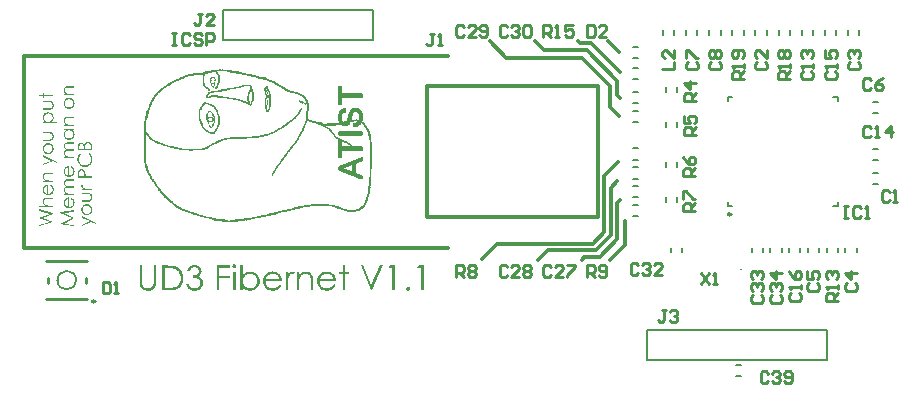
<source format=gto>
%FSTAX23Y23*%
%MOIN*%
%SFA1B1*%

%IPPOS*%
%ADD10C,0.009840*%
%ADD11C,0.007870*%
%ADD12C,0.003940*%
%ADD13C,0.011810*%
%ADD14C,0.010000*%
%LNboard-1*%
%LPD*%
G36*
X0286Y05102D02*
X02875D01*
Y05101*
X02881*
Y051*
X02885*
Y051*
X02889*
Y05099*
X02893*
Y05098*
X02897*
Y05097*
X02902*
Y05096*
X02907*
Y05096*
X02912*
Y05095*
X02917*
Y05093*
X02922*
Y05092*
X02925*
Y05092*
X02929*
Y05091*
X02933*
Y0509*
X02937*
Y05089*
X0294*
Y05088*
X02942*
Y05088*
X02947*
Y05087*
X02952*
Y05086*
X02956*
Y05085*
X02959*
Y05084*
X02962*
Y05084*
X02966*
Y05083*
X02969*
Y05082*
X02971*
Y05081*
X02974*
Y0508*
X02978*
Y0508*
X02981*
Y05079*
X02983*
Y05078*
X02986*
Y05077*
X02994*
Y05076*
X02999*
Y05076*
X03002*
Y05075*
X03004*
Y05073*
X03006*
Y05072*
X03009*
Y05072*
X03011*
Y05071*
X03013*
Y0507*
X03014*
Y05069*
X03016*
Y05068*
X03018*
Y05068*
X0302*
Y05067*
X03022*
Y05066*
X03024*
Y05065*
X03026*
Y05064*
X03029*
Y05064*
X0303*
Y05063*
X03032*
Y05062*
X03033*
Y05061*
X03034*
Y0506*
X03036*
Y0506*
X03038*
Y05059*
X03038*
Y05058*
X0304*
Y05057*
X03042*
Y05056*
X03042*
Y05056*
X03044*
Y05054*
X03045*
Y05053*
X03046*
Y05052*
X03049*
Y05052*
X0305*
Y05051*
X03052*
Y0505*
X03053*
Y05049*
X03054*
Y05048*
X03056*
Y05048*
X03058*
Y05047*
X03058*
Y05046*
X0306*
Y05045*
X03062*
Y05044*
X03063*
Y05044*
X03065*
Y05043*
X03066*
Y05042*
X03068*
Y05041*
X03069*
Y0504*
X0307*
Y0504*
X03071*
Y05039*
X03073*
Y05038*
X03074*
Y05037*
X03075*
Y05036*
X03077*
Y05036*
X03078*
Y05034*
X0308*
Y05033*
X03082*
Y05032*
X03084*
Y05032*
X03088*
Y05031*
X03092*
Y0503*
X03096*
Y05029*
X03099*
Y05028*
X03103*
Y05028*
X03106*
Y05027*
X03109*
Y05026*
X0311*
Y05025*
X03112*
Y05024*
X03114*
Y05024*
X03116*
Y05023*
X03118*
Y05022*
X0312*
Y05021*
X03122*
Y0502*
X03123*
Y0502*
X03125*
Y05019*
X03126*
Y05018*
X03129*
Y05017*
X0313*
Y05016*
X0313*
Y05016*
X03131*
Y05014*
X03132*
Y05013*
X03133*
Y05012*
X03134*
Y05012*
X03134*
Y05011*
X03135*
Y0501*
X03136*
Y05008*
X03137*
Y05008*
X03138*
Y05006*
X03138*
Y05005*
X03139*
Y05004*
X0314*
Y05003*
X03141*
Y05001*
X03142*
Y05*
X03142*
Y04998*
X03143*
Y04996*
X03144*
Y04993*
X03145*
Y0499*
X03146*
Y04963*
X03145*
Y04964*
X03144*
Y04951*
X03143*
Y04939*
X03144*
Y04938*
X03146*
Y04937*
X03146*
Y04935*
X0315*
Y04935*
X03151*
Y04934*
X03154*
Y04933*
X03156*
Y04932*
X03159*
Y04931*
X03162*
Y04931*
X03166*
Y0493*
X03169*
Y04929*
X03172*
Y04928*
X03174*
Y04927*
X03178*
Y04928*
X03182*
Y04927*
X03185*
Y04927*
X03186*
Y04926*
X03189*
Y04925*
X0319*
Y04924*
X0319*
Y04923*
X03191*
Y04923*
X03192*
Y04922*
X03194*
Y04921*
X0321*
Y04922*
X03208*
Y04923*
X03238*
Y04924*
X03242*
Y04925*
X03245*
Y04924*
X03248*
Y04925*
X03247*
Y04927*
X03246*
Y04929*
X03246*
Y04931*
X03245*
Y04935*
X03244*
Y04951*
X03245*
Y04955*
X03246*
Y04957*
X03246*
Y04959*
X03247*
Y04961*
X03248*
Y04963*
X03249*
Y04963*
X0325*
Y04965*
X0325*
Y04966*
X03251*
Y04967*
X03252*
Y04967*
X03253*
Y04968*
X03254*
Y04969*
X03254*
Y0497*
X03256*
Y04971*
X03258*
Y04971*
X03259*
Y04972*
X03261*
Y04973*
X03264*
Y04974*
X0327*
Y04973*
X0327*
Y0496*
X0327*
Y04959*
X03266*
Y04959*
X03263*
Y04958*
X03262*
Y04957*
X03261*
Y04956*
X0326*
Y04955*
X03259*
Y04954*
X03258*
Y04952*
X03258*
Y04951*
X03257*
Y04946*
X03256*
Y0494*
X03257*
Y04935*
X03258*
Y04933*
X03258*
Y04932*
X03259*
Y04931*
X0326*
Y0493*
X03261*
Y04929*
X03262*
Y0493*
X03264*
Y04931*
X03268*
Y04931*
X0327*
Y04932*
X03273*
Y04933*
X03274*
Y04935*
X03274*
Y04938*
X03275*
Y04941*
X03276*
Y04944*
X03277*
Y04947*
X03278*
Y04951*
X03278*
Y04954*
X03279*
Y04956*
X0328*
Y04959*
X03281*
Y04961*
X03282*
Y04963*
X03282*
Y04964*
X03283*
Y04966*
X03284*
Y04967*
X03285*
Y04968*
X03286*
Y04969*
X03286*
Y0497*
X03287*
Y04971*
X03288*
Y04971*
X0329*
Y04972*
X0329*
Y04973*
X03292*
Y04974*
X03294*
Y04975*
X03297*
Y04975*
X03307*
Y04975*
X0331*
Y04974*
X03312*
Y04973*
X03314*
Y04972*
X03314*
Y04971*
X03316*
Y04971*
X03317*
Y0497*
X03318*
Y04969*
X03318*
Y04968*
X03319*
Y04967*
X0332*
Y04967*
X03321*
Y04965*
X03322*
Y04964*
X03322*
Y04963*
X03323*
Y04961*
X03324*
Y04959*
X03325*
Y04956*
X03326*
Y04953*
X03326*
Y04935*
X03326*
Y04932*
X03325*
Y04929*
X03326*
Y04928*
X03326*
Y04927*
X03328*
Y04927*
X03329*
Y04926*
X0333*
Y04925*
X03331*
Y04923*
X03332*
Y04923*
X03333*
Y04922*
X03334*
Y04921*
X03334*
Y04919*
X03335*
Y04919*
X03336*
Y04918*
X03337*
Y04915*
X03338*
Y04914*
X03338*
Y04913*
X03339*
Y04911*
X0334*
Y04911*
X03341*
Y04909*
X03342*
Y04908*
X03342*
Y04907*
X03343*
Y04905*
X03344*
Y04903*
X03345*
Y04903*
X03346*
Y049*
X03346*
Y04899*
X03348*
Y04896*
X03349*
Y04895*
X0335*
Y04892*
X0335*
Y04889*
X03351*
Y04886*
X03352*
Y04882*
X03353*
Y04876*
X03354*
Y04871*
X03354*
Y04866*
X03355*
Y0486*
X03356*
Y04771*
X03355*
Y04745*
X03354*
Y04719*
X03354*
Y04718*
X03353*
Y04715*
X03351*
Y04712*
X03352*
Y04707*
X03351*
Y04703*
X0335*
Y04698*
X0335*
Y04693*
X03349*
Y04686*
X03348*
Y04682*
X03346*
Y04679*
X03346*
Y04676*
X03345*
Y04675*
X03344*
Y04671*
X03343*
Y04669*
X03342*
Y04667*
X03342*
Y04664*
X03341*
Y0466*
X0334*
Y04659*
X03339*
Y04657*
X03338*
Y04655*
X03338*
Y04653*
X03337*
Y04651*
X03336*
Y0465*
X03335*
Y04648*
X03334*
Y04647*
X03334*
Y04646*
X03333*
Y04645*
X03332*
Y04644*
X03331*
Y04643*
X0333*
Y04643*
X03329*
Y04642*
X03326*
Y0464*
X03326*
Y04639*
X03324*
Y04639*
X03323*
Y04638*
X03322*
Y04637*
X03321*
Y04636*
X0332*
Y04635*
X03319*
Y04635*
X03318*
Y04634*
X03318*
Y04633*
X03317*
Y04632*
X03315*
Y04631*
X03314*
Y04631*
X0331*
Y0463*
X03304*
Y04629*
X03301*
Y04628*
X03297*
Y04627*
X03282*
Y04628*
X03277*
Y04629*
X03273*
Y0463*
X0327*
Y04631*
X03268*
Y04631*
X03265*
Y04632*
X03262*
Y04633*
X0326*
Y04634*
X03257*
Y04635*
X03254*
Y04635*
X03252*
Y04636*
X0325*
Y04637*
X03248*
Y04638*
X03246*
Y04639*
X03242*
Y04639*
X03239*
Y0464*
X03238*
Y04642*
X03235*
Y04643*
X03233*
Y04643*
X0323*
Y04644*
X03226*
Y04645*
X03222*
Y04646*
X03215*
Y04647*
X03216*
Y04647*
X03214*
Y04647*
X03205*
Y04647*
X03199*
Y04648*
X03195*
Y04649*
X03186*
Y04648*
X03186*
Y04649*
X03181*
Y04648*
X0318*
Y04649*
X03179*
Y04648*
X03178*
Y04649*
X03174*
Y04648*
X03165*
Y04647*
X03161*
Y04647*
X03155*
Y04646*
X0315*
Y04645*
X03144*
Y04644*
X03136*
Y04643*
X03131*
Y04643*
X03128*
Y04642*
X03122*
Y0464*
X03118*
Y04639*
X03114*
Y04639*
X03111*
Y04638*
X03108*
Y04637*
X03104*
Y04636*
X03101*
Y04635*
X03098*
Y04635*
X03094*
Y04634*
X0309*
Y04633*
X03086*
Y04632*
X03082*
Y04631*
X03079*
Y04631*
X03075*
Y0463*
X03073*
Y04629*
X03069*
Y04628*
X03064*
Y04627*
X03061*
Y04627*
X03058*
Y04626*
X03055*
Y04625*
X03052*
Y04624*
X03048*
Y04623*
X03045*
Y04623*
X03042*
Y04621*
X03039*
Y0462*
X03036*
Y04619*
X03034*
Y04619*
X0303*
Y04618*
X03028*
Y04617*
X03023*
Y04616*
X03019*
Y04615*
X03016*
Y04615*
X03012*
Y04614*
X03006*
Y04613*
X03003*
Y04612*
X03*
Y04611*
X02997*
Y04611*
X02993*
Y0461*
X02988*
Y04609*
X02983*
Y04608*
X02982*
Y04609*
X0298*
Y04607*
X02977*
Y04608*
X02976*
Y04607*
X02974*
Y04607*
X02973*
Y04606*
X02968*
Y04605*
X02966*
Y04604*
X02963*
Y04605*
X02962*
Y04603*
X02958*
Y04603*
X02954*
Y04603*
X02952*
Y04601*
X02947*
Y046*
X02946*
Y04601*
X02941*
Y04599*
X02937*
Y046*
X02933*
Y04599*
X02932*
Y04599*
X02929*
Y04598*
X02925*
Y04599*
X0292*
Y04598*
X02922*
Y04597*
X02915*
Y04596*
X02909*
Y04595*
X02901*
Y04595*
X02893*
Y04594*
X02872*
Y04595*
X02868*
Y04595*
X02857*
Y04596*
X02849*
Y04597*
X02845*
Y04598*
X02839*
Y04599*
X02833*
Y04599*
X0283*
Y046*
X02829*
Y04601*
X02828*
Y046*
X02827*
Y04601*
X02824*
Y04603*
X02821*
Y04604*
X02819*
Y04605*
X02817*
Y04606*
X02816*
Y04605*
X02815*
Y04606*
X02809*
Y04607*
X02805*
Y04607*
X02804*
Y04608*
X028*
Y04609*
X02797*
Y0461*
X02795*
Y04611*
X02792*
Y04611*
X02789*
Y04612*
X02784*
Y04613*
X02781*
Y04614*
X0278*
Y04615*
X02777*
Y04615*
X02775*
Y04616*
X02772*
Y04617*
X02769*
Y04618*
X02765*
Y04619*
X02764*
Y04619*
X0276*
Y0462*
X02757*
Y04621*
X02756*
Y0462*
X02755*
Y04623*
X02753*
Y04623*
X02751*
Y04624*
X02749*
Y04623*
X02748*
Y04625*
X02745*
Y04626*
X02744*
Y04627*
X02739*
Y04627*
X02737*
Y04628*
X02735*
Y0463*
X02734*
Y04629*
X02733*
Y0463*
X02731*
Y04631*
X02729*
Y04631*
X02727*
Y04632*
X02724*
Y04633*
X02722*
Y04634*
X02721*
Y04635*
X02719*
Y04635*
X02717*
Y04636*
X02716*
Y04637*
X02713*
Y04638*
X02712*
Y04639*
X0271*
Y04639*
X02709*
Y0464*
X02707*
Y04642*
X02705*
Y04643*
X02704*
Y04643*
X02703*
Y04644*
X02702*
Y04645*
X02701*
Y04646*
X027*
Y04647*
X02699*
Y04647*
X02698*
Y04648*
X02697*
Y04649*
X02697*
Y0465*
X02695*
Y04651*
X02694*
Y04651*
X02693*
Y04652*
X02693*
Y04653*
X02691*
Y04654*
X0269*
Y04655*
X02689*
Y04655*
X02689*
Y04656*
X02687*
Y04657*
X02685*
Y04658*
X02685*
Y04659*
X02683*
Y04659*
X02682*
Y0466*
X02681*
Y04662*
X02681*
Y04663*
X0268*
Y04663*
X02679*
Y04664*
X02678*
Y04665*
X02677*
Y04666*
X02677*
Y04667*
X02676*
Y04667*
X02675*
Y04668*
X02674*
Y04669*
X02673*
Y0467*
X02673*
Y04671*
X02672*
Y04671*
X02671*
Y04672*
X0267*
Y04673*
X02669*
Y04674*
X02669*
Y04675*
X02667*
Y04675*
X02665*
Y04677*
X02665*
Y04678*
X02664*
Y04679*
X02663*
Y0468*
X02662*
Y04682*
X02661*
Y04683*
X02661*
Y04683*
X0266*
Y04684*
X02659*
Y04685*
X02658*
Y04686*
X02657*
Y04687*
X02657*
Y04687*
X02656*
Y04688*
X02655*
Y04689*
X02654*
Y0469*
X02653*
Y04691*
X02653*
Y04691*
X02652*
Y04692*
X02651*
Y04693*
X0265*
Y04695*
X02649*
Y04695*
X02649*
Y04697*
X02648*
Y04698*
X02647*
Y04699*
X02645*
Y04702*
X02645*
Y04703*
X02644*
Y04704*
X02643*
Y04705*
X02642*
Y04706*
X02641*
Y04707*
X02641*
Y04707*
X0264*
Y04709*
X02639*
Y0471*
X02638*
Y04711*
X02637*
Y04711*
X02637*
Y04712*
X02636*
Y04714*
X02635*
Y04715*
X02634*
Y04716*
X02633*
Y04718*
X02633*
Y04719*
X02632*
Y04721*
X02631*
Y04723*
X0263*
Y04723*
X02629*
Y04724*
X02629*
Y04726*
X02628*
Y04727*
X02627*
Y04727*
X02625*
Y04729*
X02625*
Y0473*
X02624*
Y04731*
X02623*
Y04732*
X02622*
Y04733*
X02621*
Y04735*
X02621*
Y04736*
X0262*
Y04737*
X02619*
Y04739*
X02618*
Y04741*
X02617*
Y04743*
X02617*
Y04744*
X02616*
Y04746*
X02615*
Y04747*
X02614*
Y04749*
X02613*
Y04751*
X02613*
Y04751*
X02612*
Y04752*
X02611*
Y04754*
X0261*
Y04755*
X02609*
Y04756*
X02609*
Y04759*
X02608*
Y04761*
X02607*
Y04763*
X02605*
Y04766*
X02605*
Y04768*
X02604*
Y04771*
X02603*
Y04773*
X02602*
Y04775*
X02601*
Y04779*
X02601*
Y04783*
X026*
Y04787*
X02599*
Y04792*
X02598*
Y04815*
X02597*
Y04825*
X02597*
Y0485*
X02597*
Y04881*
X02598*
Y04919*
X02597*
Y04926*
X02598*
Y04931*
X02599*
Y04937*
X026*
Y0494*
X02601*
Y04943*
X02601*
Y04946*
X02602*
Y04949*
X02603*
Y04953*
X02604*
Y04957*
X02605*
Y04959*
X02605*
Y04963*
X02607*
Y04965*
X02608*
Y04967*
X02609*
Y0497*
X02609*
Y04971*
X0261*
Y04973*
X02611*
Y04975*
X02612*
Y04978*
X02613*
Y04979*
X02613*
Y04981*
X02614*
Y04983*
X02615*
Y04986*
X02616*
Y04988*
X02617*
Y04991*
X02617*
Y04992*
X02618*
Y04995*
X02619*
Y04997*
X0262*
Y04999*
X02621*
Y05*
X02621*
Y05001*
X02622*
Y05003*
X02623*
Y05004*
X02624*
Y05006*
X02625*
Y05008*
X02625*
Y05009*
X02627*
Y0501*
X02628*
Y05011*
X02629*
Y05012*
X02629*
Y05013*
X0263*
Y05014*
X02631*
Y05016*
X02632*
Y05017*
X02633*
Y05018*
X02633*
Y05019*
X02634*
Y0502*
X02635*
Y0502*
X02636*
Y05021*
X02637*
Y05022*
X02637*
Y05024*
X02638*
Y05024*
X02639*
Y05025*
X0264*
Y05026*
X02641*
Y05027*
X02641*
Y05028*
X02642*
Y05028*
X02643*
Y05029*
X02644*
Y0503*
X02645*
Y05031*
X02645*
Y05032*
X02647*
Y05032*
X02648*
Y05033*
X02649*
Y05034*
X02649*
Y05036*
X0265*
Y05036*
X02652*
Y05037*
X02653*
Y05038*
X02653*
Y05039*
X02655*
Y0504*
X02656*
Y0504*
X02657*
Y05041*
X02658*
Y05042*
X02659*
Y05043*
X0266*
Y05044*
X02661*
Y05044*
X02662*
Y05045*
X02663*
Y05046*
X02664*
Y05047*
X02665*
Y05048*
X02667*
Y05048*
X02668*
Y05049*
X02669*
Y0505*
X0267*
Y05051*
X02671*
Y05052*
X02673*
Y05052*
X02674*
Y05053*
X02676*
Y05054*
X02677*
Y05056*
X02679*
Y05056*
X02681*
Y05057*
X02681*
Y05058*
X02683*
Y05059*
X02684*
Y0506*
X02685*
Y0506*
X02687*
Y05061*
X02689*
Y05062*
X0269*
Y05063*
X02692*
Y05064*
X02693*
Y05064*
X02694*
Y05065*
X02696*
Y05066*
X02697*
Y05067*
X02699*
Y05068*
X02701*
Y05068*
X02704*
Y05069*
X02705*
Y0507*
X02709*
Y05071*
X02711*
Y05072*
X02713*
Y05072*
X02714*
Y05073*
X02716*
Y05075*
X02717*
Y05076*
X02719*
Y05076*
X02721*
Y05077*
X02722*
Y05078*
X02725*
Y05079*
X02727*
Y0508*
X02729*
Y0508*
X02731*
Y05081*
X02733*
Y05082*
X02735*
Y05083*
X02737*
Y05084*
X02739*
Y05084*
X02741*
Y05085*
X02744*
Y05086*
X02747*
Y05087*
X02749*
Y05088*
X02752*
Y05088*
X02755*
Y05089*
X02759*
Y0509*
X02771*
Y05091*
X02788*
Y05092*
X02792*
Y05092*
X02795*
Y05093*
X02797*
Y05095*
X028*
Y05096*
X02804*
Y05096*
X02808*
Y05097*
X02813*
Y05098*
X02817*
Y05099*
X0282*
Y051*
X02825*
Y051*
X02832*
Y05101*
X02837*
Y05102*
X02847*
Y05103*
X02855*
Y05102*
X02856*
Y05103*
X0286*
Y05102*
G37*
G36*
X03256Y05048D02*
X03257D01*
Y05023*
X03325*
Y05022*
X03326*
Y05009*
X03325*
Y05008*
X03257*
Y04983*
X03256*
Y04983*
X03246*
Y04983*
X03245*
Y05048*
X03246*
Y05048*
X03256*
Y05048*
G37*
G36*
X02744Y04625D02*
X02743D01*
Y04626*
X02744*
Y04625*
G37*
G36*
X0276Y04619D02*
X02759D01*
Y04619*
X0276*
Y04619*
G37*
G36*
X02898Y04453D02*
X02899Y04453D01*
X029Y04453*
X02901Y04452*
X02901Y04452*
X02902Y04451*
X02902Y04451*
X02902Y04451*
X02903Y0445*
X02903Y0445*
X02903Y04449*
X02904Y04448*
X02904Y04448*
X02904Y04447*
Y04447*
Y04446*
X02904Y04446*
X02904Y04445*
X02904Y04444*
X02903Y04444*
X02903Y04443*
X02902Y04442*
X02902Y04442*
X02902Y04442*
X02901Y04442*
X02901Y04441*
X029Y04441*
X02899Y04441*
X02898Y0444*
X02898Y0444*
X02897*
X02897Y0444*
X02896Y04441*
X02895Y04441*
X02894Y04441*
X02894Y04441*
X02893Y04442*
X02893Y04442*
X02893Y04443*
X02892Y04443*
X02892Y04443*
X02892Y04444*
X02891Y04445*
X02891Y04446*
X02891Y04447*
Y04447*
Y04447*
X02891Y04448*
X02891Y04448*
X02891Y04449*
X02892Y0445*
X02892Y0445*
X02893Y04451*
X02893Y04451*
X02893Y04452*
X02894Y04452*
X02894Y04452*
X02895Y04453*
X02896Y04453*
X02897Y04453*
X02898Y04453*
X02898*
X02898Y04453*
G37*
G36*
X03094Y04429D02*
X03095Y04429D01*
X03096Y04429*
X03097Y04429*
X03099Y04428*
X031Y04427*
X03096Y04421*
X03096Y04421*
X03095Y04421*
X03095Y04421*
X03094Y04421*
X03093Y04422*
X03092Y04422*
X03091*
X0309Y04422*
X03089Y04421*
X03088Y04421*
X03087Y04421*
X03085Y0442*
X03084Y04419*
X03084Y04418*
X03083Y04418*
X03083Y04417*
X03082Y04416*
X03081Y04415*
X0308Y04413*
X03079Y04411*
X03078Y04408*
Y04408*
X03078Y04408*
Y04408*
X03078Y04407*
X03078Y04407*
X03078Y04406*
X03078Y04405*
X03078Y04404*
X03078Y04403*
X03077Y04401*
X03077Y04399*
X03077Y04397*
X03077Y04395*
Y04393*
X03077Y0439*
Y04387*
Y04367*
X03069*
Y04428*
X03077*
Y04419*
X03077Y04419*
X03077Y04419*
X03078Y0442*
X03078Y04421*
X03079Y04422*
X0308Y04423*
X03082Y04425*
X03083Y04426*
X03085Y04427*
X03085Y04427*
X03085Y04427*
X03086Y04428*
X03087Y04428*
X03088Y04429*
X0309Y04429*
X03091Y04429*
X03093Y0443*
X03093*
X03094Y04429*
G37*
G36*
X03139D02*
X03139D01*
X0314Y04429*
X03142Y04429*
X03144Y04429*
X03146Y04428*
X03148Y04427*
X0315Y04426*
X0315*
X0315Y04426*
X0315Y04426*
X03151Y04425*
X03152Y04425*
X03153Y04423*
X03154Y04422*
X03155Y04421*
X03157Y04419*
X03158Y04417*
Y04416*
X03158Y04416*
X03158Y04416*
X03158Y04415*
X03158Y04415*
X03158Y04414*
X03159Y04413*
X03159Y04412*
X03159Y04411*
X03159Y04409*
X0316Y04408*
X0316Y04406*
X0316Y04404*
X0316Y04403*
X0316Y044*
Y04398*
Y04367*
X03152*
Y04396*
Y04396*
Y04396*
Y04397*
Y04398*
Y04398*
Y04399*
X03152Y04402*
X03152Y04404*
X03152Y04406*
X03152Y04407*
X03152Y04408*
X03152Y04409*
X03151Y0441*
Y0441*
X03151Y0441*
X03151Y04411*
X03151Y04411*
X03151Y04412*
X0315Y04413*
X0315Y04415*
X03149Y04416*
X03148Y04418*
X03146Y04419*
X03146Y04419*
X03145Y0442*
X03145Y0442*
X03143Y04421*
X03142Y04421*
X0314Y04422*
X03138Y04422*
X03136Y04422*
X03135*
X03135Y04422*
X03134*
X03133Y04422*
X03132Y04422*
X0313Y04421*
X03128Y0442*
X03126Y0442*
X03125Y04419*
X03124Y04418*
X03123Y04417*
X03123Y04417*
X03123Y04417*
X03123Y04417*
X03122Y04417*
X03122Y04416*
X03121Y04416*
X0312Y04414*
X03119Y04412*
X03118Y0441*
X03117Y04408*
X03116Y04406*
Y04406*
Y04406*
X03116Y04405*
X03115Y04405*
X03115Y04404*
Y04404*
X03115Y04403*
X03115Y04402*
X03115Y04401*
X03115Y044*
X03115Y04398*
X03115Y04397*
X03115Y04395*
Y04393*
X03115Y04391*
Y04389*
Y04367*
X03107*
Y04428*
X03115*
Y04417*
X03115Y04417*
X03115Y04417*
X03115Y04417*
X03115Y04418*
X03116Y04419*
X03118Y04421*
X03119Y04422*
X03121Y04424*
X03123Y04425*
X03125Y04426*
X03125*
X03125Y04426*
X03126Y04427*
X03126Y04427*
X03127Y04427*
X03127Y04427*
X03129Y04428*
X03131Y04429*
X03133Y04429*
X03135Y04429*
X03138Y0443*
X03138*
X03139Y04429*
G37*
G36*
X03356Y04367D02*
X03354D01*
X03319Y0445*
X03328*
X03355Y04385*
X03383Y0445*
X03392*
X03356Y04367*
G37*
G36*
X02767Y04452D02*
X02767Y04452D01*
X02769Y04451*
X02771Y04451*
X02773Y0445*
X02775Y0445*
X02777Y04449*
X02777*
X02777Y04449*
X02778Y04448*
X02778Y04448*
X02779Y04447*
X0278Y04447*
X02782Y04445*
X02783Y04444*
X02784Y04442*
X02786Y04441*
Y04441*
X02786Y0444*
X02786Y0444*
X02786Y0444*
X02787Y04439*
X02787Y04437*
X02788Y04436*
X02788Y04434*
X02789Y04432*
X02789Y0443*
Y0443*
Y0443*
X02789Y04429*
X02789Y04428*
X02789Y04428*
X02788Y04426*
X02788Y04425*
X02787Y04424*
X02787Y04423*
X02786Y04421*
X02785Y0442*
X02784Y04419*
X02783Y04417*
X02782Y04416*
X0278Y04414*
X02778Y04413*
X02778*
X02778Y04413*
X02779Y04413*
X02779Y04413*
X0278Y04412*
X02782Y04411*
X02783Y0441*
X02785Y04409*
X02786Y04408*
X02788Y04406*
X02788Y04406*
X02788Y04406*
X02788Y04405*
X02789Y04405*
X02789Y04404*
X0279Y04404*
X0279Y04403*
X02791Y04402*
X02791Y04401*
X02792Y044*
X02793Y04397*
X02793Y04396*
X02793Y04394*
X02793Y04393*
X02793Y04391*
Y04391*
Y04391*
Y04391*
X02793Y0439*
Y04389*
X02793Y04389*
X02793Y04388*
X02793Y04387*
X02793Y04385*
X02792Y04383*
X02791Y0438*
X0279Y04378*
Y04378*
X02789Y04378*
X02789Y04377*
X02789Y04377*
X02789Y04376*
X02788Y04376*
X02787Y04374*
X02786Y04373*
X02784Y04371*
X02782Y04369*
X02779Y04368*
X02779*
X02779Y04368*
X02779Y04368*
X02778Y04367*
X02778Y04367*
X02777Y04367*
X02776Y04367*
X02775Y04366*
X02773Y04366*
X02771Y04365*
X02768Y04365*
X02765Y04365*
X02764*
X02763Y04365*
X02762Y04365*
X02761Y04365*
X0276Y04365*
X02759Y04365*
X02756Y04366*
X02755Y04367*
X02753Y04367*
X02752Y04368*
X0275Y04369*
X02749Y0437*
X02747Y04371*
X02747Y04371*
X02747Y04371*
X02747Y04371*
X02746Y04372*
X02746Y04372*
X02745Y04373*
X02744Y04374*
X02743Y04375*
X02743Y04376*
X02742Y04378*
X02741Y04379*
X0274Y04381*
X0274Y04383*
X02739Y04385*
X02738Y04387*
X02738Y04389*
X02746*
Y04389*
X02746Y04388*
X02746Y04388*
X02746Y04387*
X02747Y04387*
X02747Y04386*
X02748Y04384*
X02748Y04382*
X0275Y0438*
X02751Y04379*
X02751Y04378*
X02752Y04377*
X02752*
X02752Y04377*
X02753Y04377*
X02753Y04376*
X02754Y04376*
X02754Y04376*
X02755Y04375*
X02756Y04375*
X02758Y04374*
X0276Y04373*
X02762Y04373*
X02764Y04373*
X02765Y04373*
X02766*
X02767Y04373*
X02767Y04373*
X02768Y04373*
X02769Y04373*
X0277Y04373*
X02773Y04374*
X02775Y04375*
X02776Y04375*
X02777Y04376*
X02779Y04377*
X0278Y04378*
X0278Y04378*
X0278Y04378*
X0278Y04378*
X0278Y04379*
X02781Y04379*
X02781Y0438*
X02782Y04381*
X02782Y04382*
X02783Y04383*
X02784Y04386*
X02785Y04387*
X02785Y04388*
X02785Y04389*
X02785Y04391*
Y04391*
Y04391*
Y04391*
Y04391*
X02785Y04392*
X02785Y04394*
X02785Y04395*
X02784Y04397*
X02783Y04398*
X02782Y044*
Y044*
X02782Y044*
X02782Y044*
X02781Y04401*
X0278Y04402*
X02779Y04403*
X02778Y04404*
X02777Y04405*
X02775Y04406*
X02775*
X02775Y04406*
X02775Y04406*
X02774Y04406*
X02774Y04407*
X02773Y04407*
X02772Y04407*
X02772Y04407*
X02771Y04407*
X0277Y04408*
X02769Y04408*
X02767Y04408*
X02766Y04408*
X02764Y04408*
X02763Y04409*
X02761Y04409*
Y04416*
X02762*
X02763Y04417*
X02764Y04417*
X02766Y04417*
X02768Y04417*
X02769Y04418*
X02771Y04418*
X02771*
X02771Y04418*
X02772Y04419*
X02773Y04419*
X02774Y0442*
X02775Y0442*
X02776Y04421*
X02777Y04422*
X02778Y04423*
X02778Y04424*
X02778Y04424*
X02779Y04425*
X02779Y04425*
X0278Y04427*
X0278Y04428*
X0278Y04429*
X0278Y0443*
Y0443*
Y04431*
Y04431*
X0278Y04431*
X0278Y04432*
X0278Y04434*
X02779Y04435*
X02778Y04436*
X02777Y04438*
X02777Y04439*
X02776Y0444*
Y0444*
X02776Y0444*
X02775Y0444*
X02774Y04441*
X02773Y04442*
X02771Y04442*
X02769Y04443*
X02767Y04443*
X02765Y04444*
X02764*
X02763Y04443*
X02762Y04443*
X0276Y04443*
X02759Y04442*
X02757Y04442*
X02756Y04441*
X02756Y04441*
X02755Y0444*
X02754Y04439*
X02754Y04438*
X02752Y04437*
X02751Y04435*
X0275Y04433*
X0275Y04432*
X02749Y0443*
X02741*
Y0443*
X02741Y04431*
X02741Y04431*
X02741Y04432*
X02741Y04433*
X02742Y04434*
X02742Y04435*
X02743Y04436*
X02744Y04439*
X02745Y04441*
X02747Y04444*
X02748Y04445*
X0275Y04446*
X0275Y04446*
X0275Y04446*
X0275Y04447*
X02751Y04447*
X02751Y04447*
X02752Y04448*
X02753Y04448*
X02754Y04449*
X02755Y04449*
X02756Y0445*
X02759Y04451*
X0276Y04451*
X02762Y04452*
X02763Y04452*
X02765Y04452*
X02766*
X02767Y04452*
G37*
G36*
X02637Y04399D02*
Y04399D01*
Y04399*
Y04398*
Y04398*
X02637Y04397*
Y04396*
X02637Y04394*
X02637Y04393*
X02637Y0439*
X02637Y04387*
X02636Y04384*
X02636Y04383*
X02635Y04381*
Y04381*
X02635Y04381*
X02635Y04381*
X02635Y0438*
X02635Y0438*
X02634Y04379*
X02633Y04377*
X02632Y04376*
X02631Y04374*
X02629Y04372*
X02628Y04371*
X02627Y0437*
X02626Y04369*
X02626Y04369*
X02626Y04369*
X02625Y04369*
X02625Y04368*
X02624Y04368*
X02623Y04367*
X02622Y04367*
X02621Y04367*
X0262Y04366*
X02619Y04366*
X02617Y04365*
X02614Y04365*
X02613Y04365*
X02611Y04365*
X0261*
X02609Y04365*
X02608Y04365*
X02607Y04365*
X02606Y04365*
X02605Y04365*
X02602Y04366*
X02599Y04367*
X02598Y04367*
X02596Y04368*
X02595Y04368*
X02594Y04369*
X02593Y04369*
X02593Y04369*
X02593Y0437*
X02592Y0437*
X02592Y04371*
X02591Y04371*
X0259Y04372*
X0259Y04373*
X02588Y04374*
X02587Y04377*
X02585Y04379*
X02584Y0438*
X02584Y04382*
Y04382*
X02584Y04382*
Y04382*
X02584Y04383*
X02584Y04383*
X02583Y04384*
X02583Y04385*
X02583Y04386*
X02583Y04387*
X02583Y04388*
X02583Y0439*
X02583Y04391*
X02583Y04393*
Y04395*
X02583Y04397*
Y04399*
Y0445*
X02591*
Y04399*
Y04399*
Y04399*
Y04399*
Y04398*
Y04397*
Y04397*
Y04395*
X02591Y04393*
Y04391*
X02591Y0439*
Y04389*
X02591Y04389*
Y04388*
Y04388*
Y04388*
X02591Y04388*
X02591Y04387*
X02592Y04385*
X02592Y04384*
X02593Y04383*
X02593Y04381*
X02594Y0438*
X02594Y0438*
X02594Y0438*
X02595Y04379*
X02596Y04378*
X02597Y04377*
X02598Y04376*
X02599Y04375*
X02601Y04375*
X02601*
X02601Y04375*
X02601Y04374*
X02602Y04374*
X02603Y04374*
X02604Y04374*
X02605Y04373*
X02607Y04373*
X02609Y04373*
X0261Y04372*
X02611*
X02612Y04373*
X02613Y04373*
X02614Y04373*
X02615Y04373*
X02617Y04374*
X02618Y04374*
X02618Y04374*
X02619Y04374*
X0262Y04375*
X0262Y04375*
X02621Y04376*
X02622Y04377*
X02624Y04378*
X02624Y04379*
X02625Y04379*
X02625Y0438*
X02625Y0438*
X02626Y04381*
X02627Y04382*
X02627Y04383*
X02628Y04385*
X02628Y04386*
Y04387*
X02628Y04387*
X02628Y04388*
X02629Y04388*
X02629Y04389*
X02629Y04389*
Y0439*
X02629Y04391*
X02629Y04392*
X02629Y04393*
Y04395*
X02629Y04396*
Y04398*
Y04399*
Y0445*
X02637*
Y04399*
G37*
G36*
X0353Y04367D02*
X03521D01*
Y04441*
X03508*
X03513Y0445*
X0353*
Y04367*
G37*
G36*
X03434D02*
X03425D01*
Y04441*
X03412*
X03417Y0445*
X03434*
Y04367*
G37*
G36*
X03267Y04428D02*
X0328D01*
Y04421*
X03267*
Y04367*
X03259*
Y04421*
X03248*
Y04428*
X03259*
Y04451*
X03267*
Y04428*
G37*
G36*
X02902Y04367D02*
X02894D01*
Y04428*
X02902*
Y04367*
G37*
G36*
X02882Y04441D02*
X02848D01*
Y04415*
X02882*
Y04407*
X02848*
Y04367*
X0284*
Y0445*
X02882*
Y04441*
G37*
G36*
X0268Y04449D02*
X02681Y04449D01*
X02683Y04449*
X02685Y04449*
X02688Y04449*
X0269Y04449*
X02694Y04448*
X02696Y04448*
X02699Y04448*
X027Y04447*
X02702Y04447*
X02702*
X02703Y04446*
X02703Y04446*
X02704Y04446*
X02705Y04445*
X02706Y04445*
X02708Y04444*
X02709Y04443*
X0271Y04442*
X02712Y04441*
X02714Y0444*
X02715Y04439*
X02717Y04437*
X02718Y04436*
X0272Y04434*
X02721Y04432*
X02721Y04432*
X02721Y04431*
X02722Y04431*
X02722Y0443*
X02723Y04429*
X02723Y04428*
X02724Y04426*
X02724Y04425*
X02725Y04423*
X02726Y04421*
X02726Y04419*
X02727Y04417*
X02727Y04415*
X02728Y04412*
X02728Y0441*
X02728Y04407*
Y04407*
Y04406*
Y04406*
X02728Y04405*
X02728Y04404*
X02728Y04403*
X02727Y04401*
X02727Y044*
X02727Y04398*
X02726Y04396*
X02726Y04394*
X02726Y04393*
X02725Y04391*
X02724Y04389*
X02723Y04387*
X02722Y04385*
X02722Y04385*
X02722Y04385*
X02722Y04384*
X02721Y04384*
X02721Y04383*
X0272Y04382*
X0272Y04381*
X02719Y0438*
X02718Y04379*
X02717Y04378*
X02714Y04375*
X02711Y04373*
X0271Y04372*
X02708Y04371*
X02708*
X02708Y04371*
X02708Y04371*
X02707Y0437*
X02706Y0437*
X02705Y0437*
X02704Y04369*
X02702Y04369*
X02701Y04368*
X02699Y04368*
X02697Y04368*
X02695Y04367*
X02692Y04367*
X0269Y04367*
X02687Y04367*
X02684Y04367*
X02658*
Y0445*
X02678*
X0268Y04449*
G37*
G36*
X03478Y04379D02*
X03479Y04379D01*
X0348Y04379*
X03481Y04378*
X03481Y04378*
X03482Y04377*
X03482Y04377*
X03482Y04377*
X03483Y04376*
X03483Y04376*
X03484Y04375*
X03484Y04374*
X03484Y04373*
X03484Y04372*
Y04372*
Y04372*
X03484Y04371*
X03484Y0437*
X03484Y0437*
X03483Y04369*
X03483Y04368*
X03482Y04367*
X03482Y04367*
X03482Y04367*
X03481Y04366*
X03481Y04366*
X0348Y04366*
X03479Y04365*
X03478Y04365*
X03477Y04365*
X03477*
X03476Y04365*
X03476Y04365*
X03475Y04366*
X03474Y04366*
X03473Y04366*
X03472Y04367*
X03472Y04367*
X03472Y04367*
X03472Y04368*
X03471Y04368*
X03471Y04369*
X03471Y0437*
X03471Y04371*
X0347Y04372*
Y04372*
Y04373*
X03471Y04373*
X03471Y04374*
X03471Y04375*
X03471Y04375*
X03472Y04376*
X03472Y04377*
X03473Y04377*
X03473Y04377*
X03473Y04378*
X03474Y04378*
X03475Y04378*
X03475Y04379*
X03476Y04379*
X03477Y04379*
X03478*
X03478Y04379*
G37*
G36*
X03207Y04429D02*
X03208Y04429D01*
X0321Y04429*
X03211Y04429*
X03213Y04429*
X03215Y04428*
X03217Y04427*
X03219Y04427*
X03221Y04426*
X03223Y04424*
X03225Y04423*
X03227Y04421*
X03229Y0442*
X03231Y04418*
X03231Y04417*
X03231Y04417*
X03231Y04417*
X03232Y04416*
X03232Y04415*
X03233Y04414*
X03234Y04413*
X03234Y04412*
X03235Y0441*
X03235Y04409*
X03236Y04407*
X03237Y04405*
X03237Y04403*
X03237Y04401*
X03238Y04399*
X03238Y04397*
X03182*
Y04397*
Y04396*
X03182Y04396*
Y04395*
X03183Y04394*
X03183Y04393*
X03183Y04392*
X03183Y04391*
X03184Y04388*
X03185Y04386*
X03185Y04385*
X03186Y04383*
X03187Y04382*
X03188Y0438*
X03189Y04379*
X03189Y04379*
X03189Y04379*
X0319Y04378*
X0319Y04378*
X03191Y04378*
X03192Y04377*
X03193Y04376*
X03194Y04376*
X03195Y04375*
X03196Y04374*
X03197Y04374*
X03199Y04373*
X032Y04373*
X03202Y04373*
X03204Y04372*
X03205Y04372*
X03206*
X03207Y04372*
X03208Y04373*
X0321Y04373*
X03211Y04373*
X03213Y04373*
X03215Y04374*
X03215*
X03215Y04374*
X03215Y04374*
X03216Y04375*
X03217Y04375*
X03218Y04376*
X0322Y04376*
X03221Y04377*
X03222Y04378*
X03222Y04378*
X03223Y04379*
X03223Y04379*
X03224Y0438*
X03225Y04382*
X03226Y04383*
X03228Y04385*
X03229Y04387*
X03236Y04383*
Y04383*
X03235Y04383*
X03235Y04383*
X03235Y04382*
X03235Y04382*
X03234Y04381*
X03233Y0438*
X03232Y04378*
X03231Y04376*
X0323Y04375*
X03228Y04373*
X03228Y04373*
X03227Y04372*
X03226Y04372*
X03225Y04371*
X03224Y0437*
X03222Y04369*
X0322Y04368*
X03218Y04367*
X03218*
X03218Y04367*
X03218Y04367*
X03217Y04367*
X03217Y04367*
X03216Y04366*
X03215Y04366*
X03213Y04366*
X03211Y04365*
X03209Y04365*
X03206Y04365*
X03206*
X03205Y04365*
X03204Y04365*
X03202Y04365*
X03201Y04366*
X03199Y04366*
X03198Y04366*
X03196Y04367*
X03194Y04367*
X03192Y04368*
X0319Y04369*
X03188Y0437*
X03186Y04372*
X03184Y04373*
X03183Y04375*
X03182Y04375*
X03182Y04375*
X03182Y04376*
X03181Y04377*
X03181Y04378*
X0318Y04379*
X03179Y0438*
X03178Y04381*
X03178Y04383*
X03177Y04385*
X03176Y04386*
X03176Y04388*
X03175Y0439*
X03175Y04393*
X03174Y04395*
X03174Y04397*
Y04397*
Y04398*
X03174Y04398*
Y04399*
X03174Y044*
X03175Y04401*
X03175Y04403*
X03175Y04404*
X03175Y04406*
X03176Y04407*
X03176Y04409*
X03177Y04411*
X03178Y04413*
X03179Y04414*
X0318Y04416*
X03181Y04418*
X03181Y04418*
X03182Y04418*
X03182Y04419*
X03183Y0442*
X03184Y04421*
X03185Y04422*
X03186Y04423*
X03188Y04424*
X03189Y04425*
X03191Y04426*
X03193Y04427*
X03195Y04428*
X03198Y04428*
X032Y04429*
X03203Y04429*
X03206Y0443*
X03206*
X03207Y04429*
G37*
G36*
X03027D02*
X03028Y04429D01*
X03029Y04429*
X03031Y04429*
X03032Y04429*
X03034Y04428*
X03036Y04427*
X03038Y04427*
X0304Y04426*
X03043Y04424*
X03045Y04423*
X03047Y04421*
X03049Y0442*
X0305Y04418*
X0305Y04417*
X03051Y04417*
X03051Y04417*
X03051Y04416*
X03052Y04415*
X03052Y04414*
X03053Y04413*
X03054Y04412*
X03054Y0441*
X03055Y04409*
X03056Y04407*
X03056Y04405*
X03057Y04403*
X03057Y04401*
X03057Y04399*
X03057Y04397*
X03002*
Y04397*
Y04396*
X03002Y04396*
Y04395*
X03002Y04394*
X03002Y04393*
X03003Y04392*
X03003Y04391*
X03004Y04388*
X03004Y04386*
X03005Y04385*
X03006Y04383*
X03006Y04382*
X03008Y0438*
X03009Y04379*
X03009Y04379*
X03009Y04379*
X03009Y04378*
X0301Y04378*
X03011Y04378*
X03011Y04377*
X03012Y04376*
X03013Y04376*
X03014Y04375*
X03016Y04374*
X03017Y04374*
X03018Y04373*
X0302Y04373*
X03022Y04373*
X03023Y04372*
X03025Y04372*
X03026*
X03027Y04372*
X03028Y04373*
X03029Y04373*
X03031Y04373*
X03033Y04373*
X03034Y04374*
X03034*
X03034Y04374*
X03035Y04374*
X03036Y04375*
X03037Y04375*
X03038Y04376*
X03039Y04376*
X03041Y04377*
X03042Y04378*
X03042Y04378*
X03042Y04379*
X03043Y04379*
X03044Y0438*
X03045Y04382*
X03046Y04383*
X03047Y04385*
X03049Y04387*
X03055Y04383*
Y04383*
X03055Y04383*
X03055Y04383*
X03055Y04382*
X03054Y04382*
X03054Y04381*
X03053Y0438*
X03052Y04378*
X03051Y04376*
X03049Y04375*
X03048Y04373*
X03047Y04373*
X03047Y04372*
X03046Y04372*
X03045Y04371*
X03043Y0437*
X03042Y04369*
X0304Y04368*
X03038Y04367*
X03038*
X03038Y04367*
X03037Y04367*
X03037Y04367*
X03037Y04367*
X03036Y04366*
X03034Y04366*
X03033Y04366*
X03031Y04365*
X03028Y04365*
X03026Y04365*
X03025*
X03024Y04365*
X03023Y04365*
X03022Y04365*
X03021Y04366*
X03019Y04366*
X03017Y04366*
X03015Y04367*
X03013Y04367*
X03011Y04368*
X03009Y04369*
X03008Y0437*
X03006Y04372*
X03004Y04373*
X03002Y04375*
X03002Y04375*
X03002Y04375*
X03001Y04376*
X03001Y04377*
X03Y04378*
X03Y04379*
X02999Y0438*
X02998Y04381*
X02997Y04383*
X02996Y04385*
X02996Y04386*
X02995Y04388*
X02995Y0439*
X02994Y04393*
X02994Y04395*
X02994Y04397*
Y04397*
Y04398*
X02994Y04398*
Y04399*
X02994Y044*
X02994Y04401*
X02994Y04403*
X02995Y04404*
X02995Y04406*
X02995Y04407*
X02996Y04409*
X02997Y04411*
X02998Y04413*
X02999Y04414*
X03Y04416*
X03001Y04418*
X03001Y04418*
X03001Y04418*
X03002Y04419*
X03003Y0442*
X03004Y04421*
X03005Y04422*
X03006Y04423*
X03007Y04424*
X03009Y04425*
X03011Y04426*
X03013Y04427*
X03015Y04428*
X03017Y04428*
X0302Y04429*
X03023Y04429*
X03025Y0443*
X03026*
X03027Y04429*
G37*
G36*
X02926Y04417D02*
X02926Y04417D01*
X02926Y04418*
X02927Y04418*
X02927Y04418*
X02928Y04419*
X0293Y04421*
X02931Y04422*
X02933Y04424*
X02935Y04425*
X02937Y04426*
X02937*
X02938Y04427*
X02938Y04427*
X02938Y04427*
X02939Y04427*
X0294Y04427*
X0294Y04428*
X02941Y04428*
X02943Y04429*
X02946Y04429*
X02948Y04429*
X02951Y0443*
X02951*
X02952Y04429*
X02953Y04429*
X02954Y04429*
X02955Y04429*
X02957Y04429*
X02959Y04428*
X0296Y04428*
X02962Y04427*
X02964Y04426*
X02966Y04425*
X02968Y04424*
X02969Y04423*
X02971Y04422*
X02973Y0442*
X02973Y0442*
X02974Y0442*
X02974Y04419*
X02975Y04418*
X02975Y04417*
X02976Y04416*
X02977Y04415*
X02978Y04414*
X02979Y04412*
X02979Y0441*
X0298Y04408*
X02981Y04406*
X02982Y04404*
X02982Y04402*
X02982Y044*
X02982Y04397*
Y04397*
Y04397*
X02982Y04396*
Y04395*
X02982Y04394*
X02982Y04392*
X02982Y04391*
X02981Y04389*
X02981Y04388*
X0298Y04386*
X02979Y04384*
X02978Y04382*
X02977Y0438*
X02976Y04378*
X02975Y04376*
X02973Y04374*
X02973Y04374*
X02973Y04374*
X02972Y04374*
X02971Y04373*
X0297Y04372*
X02969Y04371*
X02968Y04371*
X02967Y0437*
X02965Y04369*
X02963Y04368*
X02962Y04367*
X0296Y04367*
X02958Y04366*
X02955Y04365*
X02953Y04365*
X02951Y04365*
X0295*
X02949Y04365*
X02949*
X02948Y04365*
X02947Y04365*
X02946Y04365*
X02944Y04366*
X02942Y04366*
X02939Y04367*
X02937Y04368*
X02937*
X02937Y04368*
X02936Y04369*
X02936Y04369*
X02935Y04369*
X02935Y0437*
X02933Y04371*
X02932Y04372*
X0293Y04374*
X02928Y04376*
X02926Y04378*
Y04367*
X02918*
Y04452*
X02926*
Y04417*
G37*
G36*
X02365Y05042D02*
X02348D01*
X02348*
X02348*
X02347*
X02347*
X02347*
X02346*
X02345Y05042*
X02343Y05042*
X02342Y05042*
X02341Y05042*
X02341Y05042*
X0234Y05042*
X0234Y05042*
X0234*
X0234Y05042*
X0234Y05042*
X02339Y05042*
X02339Y05042*
X02338Y05041*
X02337Y05041*
X02336Y0504*
X02335Y0504*
X02335Y05039*
X02335Y05039*
X02334Y05039*
X02334Y05038*
X02334Y05037*
X02333Y05037*
X02333Y05036*
X02333Y05034*
X02333Y05033*
Y05033*
X02333Y05032*
Y05032*
X02333Y05032*
X02333Y05031*
X02334Y0503*
X02334Y05028*
X02334Y05028*
X02335Y05027*
X02335Y05026*
X02336Y05026*
X02336Y05026*
X02336Y05026*
X02336Y05025*
X02336Y05025*
X02336Y05025*
X02337Y05025*
X02338Y05024*
X02339Y05023*
X0234Y05023*
X02341Y05022*
X02342Y05022*
X02342*
X02343*
X02343Y05021*
X02343Y05021*
X02343Y05021*
X02344*
X02344Y05021*
X02345Y05021*
X02345Y05021*
X02346Y05021*
X02347Y05021*
X02347Y05021*
X02348Y05021*
X02349*
X02351Y05021*
X02352*
X02365*
Y05016*
X0233*
Y05021*
X02336*
X02336Y05021*
X02336Y05021*
X02336Y05021*
X02335Y05021*
X02335Y05022*
X02334Y05023*
X02333Y05024*
X02332Y05025*
X02331Y05026*
X02331Y05027*
Y05027*
X02331Y05027*
X0233Y05027*
X0233Y05027*
X0233Y05028*
X0233Y05028*
X0233Y05029*
X02329Y0503*
X02329Y05031*
X02329Y05033*
X02329Y05034*
Y05034*
X02329Y05035*
Y05035*
X02329Y05035*
X02329Y05036*
X02329Y05037*
X0233Y05039*
X0233Y0504*
X02331Y05041*
Y05041*
X02331Y05041*
X02331Y05041*
X02331Y05041*
X02332Y05042*
X02332Y05043*
X02333Y05043*
X02334Y05044*
X02335Y05045*
X02336Y05046*
X02336*
X02336Y05046*
X02337Y05046*
X02337Y05046*
X02337Y05046*
X02338Y05046*
X02338Y05046*
X02339Y05046*
X02339Y05046*
X0234Y05046*
X02341Y05047*
X02342Y05047*
X02343Y05047*
X02344Y05047*
X02345Y05047*
X02347*
X02365*
Y05042*
G37*
G36*
X02264Y05017D02*
X02295D01*
Y05013*
X02264*
Y05006*
X0226*
Y05013*
X02247*
Y05017*
X0226*
Y05024*
X02264*
Y05017*
G37*
G36*
X02348Y05008D02*
X02349D01*
X02349Y05008*
X0235Y05008*
X02351Y05008*
X02352Y05007*
X02353Y05007*
X02354Y05007*
X02355Y05006*
X02356Y05006*
X02357Y05005*
X02358Y05005*
X02359Y05004*
X0236Y05003*
X0236Y05003*
X0236Y05003*
X02361Y05002*
X02361Y05002*
X02361Y05002*
X02362Y05001*
X02362Y05*
X02363Y04999*
X02363Y04998*
X02364Y04997*
X02364Y04996*
X02365Y04995*
X02365Y04994*
X02365Y04993*
X02366Y04991*
X02366Y0499*
Y04989*
X02366Y04989*
X02365Y04988*
X02365Y04988*
X02365Y04987*
X02365Y04986*
X02365Y04985*
X02365Y04984*
X02364Y04983*
X02364Y04982*
X02363Y04981*
X02363Y0498*
X02362Y04979*
X02361Y04978*
X0236Y04977*
X0236Y04977*
X0236Y04976*
X0236Y04976*
X02359Y04976*
X02359Y04975*
X02358Y04975*
X02357Y04974*
X02356Y04974*
X02356Y04974*
X02355Y04973*
X02354Y04973*
X02352Y04972*
X02351Y04972*
X0235Y04972*
X02349Y04972*
X02347Y04971*
X02347*
X02347*
X02347Y04972*
X02346*
X02345Y04972*
X02345Y04972*
X02344Y04972*
X02343Y04972*
X02342Y04972*
X02341Y04973*
X0234Y04973*
X02339Y04973*
X02338Y04974*
X02337Y04975*
X02336Y04975*
X02335Y04976*
X02335Y04976*
X02334Y04977*
X02334Y04977*
X02334Y04977*
X02333Y04978*
X02333Y04978*
X02332Y04979*
X02332Y0498*
X02331Y04981*
X02331Y04982*
X0233Y04983*
X0233Y04984*
X02329Y04986*
X02329Y04987*
X02329Y04988*
X02329Y0499*
Y0499*
X02329Y04991*
X02329Y04991*
X02329Y04992*
X02329Y04993*
X02329Y04993*
X0233Y04994*
X0233Y04996*
X0233Y04997*
X02331Y04998*
X02331Y04999*
X02332Y05*
X02333Y05001*
X02334Y05002*
X02335Y05003*
X02335Y05003*
X02335Y05003*
X02335Y05004*
X02336Y05004*
X02336Y05004*
X02337Y05005*
X02337Y05005*
X02338Y05006*
X02339Y05006*
X0234Y05007*
X02341Y05007*
X02342Y05007*
X02343Y05008*
X02345Y05008*
X02346Y05008*
X02347Y05008*
X02347*
X02348*
X02348Y05008*
G37*
G36*
X02279Y04999D02*
X0228Y04999D01*
X0228Y04999*
X02281Y04998*
X02283Y04998*
X02285Y04998*
X02287Y04998*
X02287Y04997*
X02288Y04997*
X02288*
X02288Y04997*
X02288Y04997*
X02289Y04997*
X02289Y04996*
X02289Y04996*
X0229Y04996*
X02291Y04995*
X02292Y04994*
X02293Y04993*
X02294Y04992*
Y04992*
X02294Y04992*
X02294Y04992*
X02294Y04991*
X02294Y04991*
X02294Y0499*
X02295Y0499*
X02295Y04989*
X02295Y04989*
X02295Y04988*
X02295Y04988*
X02296Y04987*
X02296Y04985*
X02296Y04983*
Y04983*
X02296Y04982*
Y04982*
X02296Y04982*
X02296Y04981*
X02296Y0498*
X02295Y04979*
X02295Y04978*
X02295Y04976*
X02294Y04975*
Y04975*
X02294Y04975*
X02294Y04974*
X02293Y04974*
X02293Y04974*
X02292Y04973*
X02291Y04972*
X0229Y04971*
X02289Y0497*
X02288Y0497*
X02288*
X02288Y0497*
X02288Y04969*
X02287Y04969*
X02287Y04969*
X02286Y04969*
X02286Y04969*
X02285Y04969*
X02284Y04969*
X02284Y04969*
X02283Y04968*
X02282Y04968*
X02281Y04968*
X02279Y04968*
X02278Y04968*
X02277*
X0226*
Y04973*
X02276*
X02276*
X02277*
X02277*
X02277*
X02278*
X02278Y04973*
X02279*
X0228*
X02281Y04973*
X02282Y04973*
X02283Y04973*
X02284Y04973*
X02284Y04973*
X02285Y04973*
X02285*
X02285Y04973*
X02285Y04973*
X02285Y04973*
X02286Y04974*
X02286Y04974*
X02287Y04974*
X02288Y04975*
X02289Y04976*
X0229Y04977*
Y04977*
X0229Y04977*
X0229Y04977*
X0229Y04977*
X0229Y04978*
X02291Y04979*
X02291Y0498*
X02291Y04981*
X02291Y04982*
X02292Y04983*
Y04984*
X02291Y04984*
Y04984*
X02291Y04985*
X02291Y04986*
X02291Y04987*
X02291Y04988*
X0229Y04989*
X0229Y0499*
Y0499*
X0229Y0499*
X02289Y0499*
X02289Y04991*
X02288Y04991*
X02288Y04992*
X02287Y04992*
X02286Y04993*
X02285Y04993*
X02285Y04993*
X02285*
X02285Y04993*
X02284Y04994*
X02284Y04994*
X02284Y04994*
X02283Y04994*
X02283Y04994*
X02282Y04994*
X02281Y04994*
X0228Y04994*
X0228Y04994*
X02279*
X02278Y04994*
X02276*
X0226*
Y04999*
X02277*
X02277*
X02277*
X02278*
X02278*
X02279Y04999*
G37*
G36*
X02278Y0496D02*
X02279D01*
X02279Y0496*
X0228Y0496*
X02281Y0496*
X02282Y04959*
X02283Y04959*
X02284Y04959*
X02285Y04958*
X02286Y04958*
X02287Y04957*
X02288Y04957*
X0229Y04956*
X02291Y04955*
X02291Y04955*
X02291Y04955*
X02291Y04954*
X02291Y04954*
X02292Y04953*
X02292Y04953*
X02293Y04952*
X02293Y04951*
X02294Y0495*
X02294Y04949*
X02295Y04948*
X02295Y04947*
X02295Y04946*
X02296Y04945*
X02296Y04944*
X02296Y04942*
Y04942*
X02296Y04941*
Y04941*
X02296Y04941*
X02296Y0494*
X02296Y0494*
X02295Y04938*
X02295Y04937*
X02295Y04936*
X02294Y04934*
Y04934*
X02294Y04934*
X02294Y04934*
X02294Y04934*
X02294Y04934*
X02293Y04933*
X02293Y04932*
X02292Y04931*
X02291Y0493*
X0229Y04929*
X02289Y04928*
X02308*
Y04924*
X0226*
Y04928*
X02266*
X02266Y04928*
X02266Y04928*
X02266Y04928*
X02266Y04929*
X02265Y04929*
X02264Y0493*
X02263Y04931*
X02263Y04932*
X02262Y04933*
X02261Y04934*
Y04934*
X02261Y04934*
X02261Y04935*
X02261Y04935*
X02261Y04935*
X0226Y04936*
X0226Y04936*
X0226Y04937*
X0226Y04938*
X02259Y04939*
X02259Y0494*
X02259Y04942*
Y04942*
X02259Y04943*
X02259Y04943*
X02259Y04944*
X02259Y04945*
X0226Y04945*
X0226Y04946*
X0226Y04947*
X0226Y04948*
X02261Y04949*
X02261Y04951*
X02262Y04952*
X02263Y04953*
X02264Y04954*
X02265Y04955*
X02265Y04955*
X02265Y04955*
X02265Y04955*
X02265Y04956*
X02266Y04956*
X02267Y04956*
X02267Y04957*
X02268Y04957*
X02269Y04958*
X0227Y04958*
X02271Y04959*
X02272Y04959*
X02273Y0496*
X02275Y0496*
X02276Y0496*
X02277Y0496*
X02278*
X02278*
X02278Y0496*
G37*
G36*
X02365Y04941D02*
X02348D01*
X02348*
X02348*
X02347*
X02347*
X02347*
X02346*
X02345Y04941*
X02343Y04941*
X02342Y0494*
X02341Y0494*
X02341Y0494*
X0234Y0494*
X0234Y0494*
X0234*
X0234Y0494*
X0234Y0494*
X02339Y0494*
X02339Y0494*
X02338Y0494*
X02337Y04939*
X02336Y04939*
X02335Y04938*
X02335Y04937*
X02335Y04937*
X02334Y04937*
X02334Y04936*
X02334Y04936*
X02333Y04935*
X02333Y04934*
X02333Y04933*
X02333Y04931*
Y04931*
X02333Y04931*
Y0493*
X02333Y0493*
X02333Y04929*
X02334Y04928*
X02334Y04927*
X02334Y04926*
X02335Y04925*
X02335Y04925*
X02336Y04924*
X02336Y04924*
X02336Y04924*
X02336Y04924*
X02336Y04924*
X02336Y04923*
X02337Y04923*
X02338Y04922*
X02339Y04922*
X0234Y04921*
X02341Y0492*
X02342Y0492*
X02342*
X02343*
X02343Y0492*
X02343Y0492*
X02343Y0492*
X02344*
X02344Y0492*
X02345Y04919*
X02345Y04919*
X02346Y04919*
X02347Y04919*
X02347Y04919*
X02348Y04919*
X02349*
X02351Y04919*
X02352*
X02365*
Y04915*
X0233*
Y04919*
X02336*
X02336Y04919*
X02336Y04919*
X02336Y04919*
X02335Y0492*
X02335Y0492*
X02334Y04921*
X02333Y04922*
X02332Y04923*
X02331Y04924*
X02331Y04925*
Y04925*
X02331Y04925*
X0233Y04925*
X0233Y04926*
X0233Y04926*
X0233Y04926*
X0233Y04927*
X02329Y04928*
X02329Y0493*
X02329Y04931*
X02329Y04932*
Y04933*
X02329Y04933*
Y04933*
X02329Y04934*
X02329Y04935*
X02329Y04936*
X0233Y04937*
X0233Y04938*
X02331Y04939*
Y04939*
X02331Y04939*
X02331Y04939*
X02331Y0494*
X02332Y0494*
X02332Y04941*
X02333Y04942*
X02334Y04942*
X02335Y04943*
X02336Y04944*
X02336*
X02336Y04944*
X02337Y04944*
X02337Y04944*
X02337Y04944*
X02338Y04944*
X02338Y04944*
X02339Y04945*
X02339Y04945*
X0234Y04945*
X02341Y04945*
X02342Y04945*
X02343Y04945*
X02344Y04945*
X02345Y04945*
X02347*
X02365*
Y04941*
G37*
G36*
Y049D02*
X02359D01*
X02359Y049*
X02359Y049*
X02359Y049*
X02359Y04899*
X0236Y04899*
X02361Y04898*
X02362Y04897*
X02362Y04896*
X02363Y04895*
X02364Y04894*
Y04894*
X02364Y04893*
X02364Y04893*
X02364Y04893*
X02364Y04893*
X02364Y04892*
X02365Y04892*
X02365Y04891*
X02365Y0489*
X02365Y04889*
X02366Y04887*
X02366Y04886*
Y04886*
X02366Y04885*
X02365Y04885*
X02365Y04884*
X02365Y04883*
X02365Y04882*
X02365Y04881*
X02365Y04881*
X02364Y0488*
X02364Y04878*
X02363Y04877*
X02363Y04876*
X02362Y04875*
X02361Y04874*
X0236Y04873*
X0236Y04873*
X0236Y04873*
X0236Y04873*
X02359Y04872*
X02359Y04872*
X02358Y04872*
X02357Y04871*
X02357Y04871*
X02356Y0487*
X02355Y0487*
X02354Y04869*
X02352Y04869*
X02351Y04868*
X0235Y04868*
X02349Y04868*
X02347Y04868*
X02347*
X02347*
X02346Y04868*
X02346Y04868*
X02345Y04868*
X02344Y04868*
X02344Y04868*
X02343Y04869*
X02342Y04869*
X02341Y04869*
X0234Y0487*
X02338Y0487*
X02337Y04871*
X02336Y04872*
X02335Y04872*
X02334Y04873*
X02334Y04873*
X02334Y04873*
X02334Y04874*
X02333Y04874*
X02333Y04875*
X02333Y04875*
X02332Y04876*
X02331Y04877*
X02331Y04878*
X0233Y04879*
X0233Y0488*
X0233Y04881*
X02329Y04882*
X02329Y04883*
X02329Y04885*
X02329Y04886*
Y04887*
X02329Y04887*
X02329Y04888*
X02329Y04888*
X02329Y04889*
X02329Y0489*
X0233Y04891*
X0233Y04892*
X02331Y04894*
Y04894*
X02331Y04894*
X02331Y04894*
X02331Y04894*
X02331Y04895*
X02331Y04895*
X02332Y04896*
X02333Y04897*
X02334Y04898*
X02335Y04899*
X02336Y049*
X0233*
Y04904*
X02365*
Y049*
G37*
G36*
X02279Y04895D02*
X0228Y04895D01*
X0228Y04895*
X02281Y04895*
X02283Y04895*
X02285Y04894*
X02287Y04894*
X02287Y04894*
X02288Y04894*
X02288*
X02288Y04893*
X02288Y04893*
X02289Y04893*
X02289Y04893*
X02289Y04893*
X0229Y04892*
X02291Y04891*
X02292Y04891*
X02293Y0489*
X02294Y04888*
Y04888*
X02294Y04888*
X02294Y04888*
X02294Y04888*
X02294Y04887*
X02294Y04887*
X02295Y04887*
X02295Y04886*
X02295Y04885*
X02295Y04885*
X02295Y04884*
X02296Y04883*
X02296Y04882*
X02296Y0488*
Y04879*
X02296Y04879*
Y04879*
X02296Y04878*
X02296Y04878*
X02296Y04877*
X02295Y04875*
X02295Y04874*
X02295Y04873*
X02294Y04871*
Y04871*
X02294Y04871*
X02294Y04871*
X02293Y04871*
X02293Y0487*
X02292Y04869*
X02291Y04869*
X0229Y04868*
X02289Y04867*
X02288Y04866*
X02288*
X02288Y04866*
X02288Y04866*
X02287Y04866*
X02287Y04866*
X02286Y04866*
X02286Y04865*
X02285Y04865*
X02284Y04865*
X02284Y04865*
X02283Y04865*
X02282Y04865*
X02281Y04865*
X02279Y04865*
X02278Y04865*
X02277*
X0226*
Y04869*
X02276*
X02276*
X02277*
X02277*
X02277*
X02278*
X02278Y04869*
X02279*
X0228*
X02281Y04869*
X02282Y04869*
X02283Y04869*
X02284Y04869*
X02284Y0487*
X02285Y0487*
X02285*
X02285Y0487*
X02285Y0487*
X02285Y0487*
X02286Y0487*
X02286Y0487*
X02287Y04871*
X02288Y04872*
X02289Y04872*
X0229Y04873*
Y04873*
X0229Y04873*
X0229Y04874*
X0229Y04874*
X0229Y04874*
X02291Y04875*
X02291Y04876*
X02291Y04877*
X02291Y04878*
X02292Y0488*
Y0488*
X02291Y04881*
Y04881*
X02291Y04881*
X02291Y04882*
X02291Y04883*
X02291Y04884*
X0229Y04885*
X0229Y04886*
Y04886*
X0229Y04886*
X02289Y04887*
X02289Y04887*
X02288Y04888*
X02288Y04888*
X02287Y04889*
X02286Y04889*
X02285Y0489*
X02285Y0489*
X02285*
X02285Y0489*
X02284Y0489*
X02284Y0489*
X02284Y0489*
X02283Y0489*
X02283Y0489*
X02282Y0489*
X02281Y0489*
X0228Y04891*
X0228Y04891*
X02279*
X02278Y04891*
X02276*
X0226*
Y04895*
X02277*
X02277*
X02277*
X02278*
X02278*
X02279Y04895*
G37*
G36*
X02411Y04862D02*
X02412Y04862D01*
X02412Y04862*
X02413Y04862*
X02413Y04862*
X02414Y04861*
X02415Y04861*
X02416Y04861*
X02417Y0486*
X02417Y0486*
X02418Y04859*
X02419Y04859*
X0242Y04858*
X0242Y04858*
X0242Y04858*
X0242Y04858*
X0242Y04857*
X02421Y04857*
X02421Y04856*
X02421Y04856*
X02422Y04855*
X02422Y04854*
X02422Y04853*
X02423Y04853*
X02423Y04851*
X02423Y0485*
X02424Y04849*
X02424Y04848*
X02424Y04847*
Y04834*
X02376*
Y04844*
X02376Y04845*
Y04845*
X02376Y04846*
X02376Y04846*
X02377Y04848*
X02377Y04849*
X02377Y0485*
X02377Y04851*
X02378Y04852*
Y04852*
X02378Y04852*
X02378Y04852*
X02378Y04852*
X02378Y04853*
X02379Y04853*
X02379Y04854*
X0238Y04855*
X02381Y04856*
X02382Y04857*
X02382*
X02382Y04857*
X02382Y04857*
X02382Y04857*
X02383Y04857*
X02384Y04857*
X02384Y04858*
X02386Y04858*
X02387Y04858*
X02388Y04858*
X02388*
X02388*
X02388*
X02388*
X02389Y04858*
X0239Y04858*
X02391Y04858*
X02392Y04858*
X02393Y04857*
X02394Y04857*
X02394*
X02394Y04857*
X02394Y04856*
X02395Y04856*
X02395Y04856*
X02396Y04855*
X02397Y04854*
X02397Y04853*
X02398Y04852*
Y04852*
X02398Y04852*
X02398Y04853*
X02398Y04853*
X02398Y04853*
X02398Y04853*
X02399Y04854*
X02399Y04855*
X024Y04856*
X024Y04857*
X02401Y04858*
X02401Y04858*
X02401Y04858*
X02401Y04859*
X02402Y04859*
X02403Y0486*
X02403Y0486*
X02404Y04861*
X02405Y04861*
X02405Y04861*
X02405Y04861*
X02406Y04861*
X02406Y04862*
X02407Y04862*
X02408Y04862*
X02409Y04862*
X0241Y04862*
X0241*
X0241*
X02411*
X02411Y04862*
G37*
G36*
X02278Y04857D02*
X02279D01*
X02279Y04857*
X0228Y04856*
X02281Y04856*
X02282Y04856*
X02283Y04856*
X02284Y04856*
X02285Y04855*
X02286Y04855*
X02287Y04854*
X02288Y04853*
X02289Y04853*
X0229Y04852*
X0229Y04852*
X02291Y04851*
X02291Y04851*
X02291Y04851*
X02292Y0485*
X02292Y0485*
X02293Y04849*
X02293Y04848*
X02294Y04847*
X02294Y04846*
X02295Y04845*
X02295Y04844*
X02295Y04843*
X02296Y04841*
X02296Y0484*
X02296Y04838*
Y04838*
X02296Y04838*
X02296Y04837*
X02296Y04836*
X02296Y04836*
X02295Y04835*
X02295Y04834*
X02295Y04833*
X02295Y04832*
X02294Y04831*
X02294Y0483*
X02293Y04828*
X02292Y04827*
X02291Y04826*
X0229Y04825*
X0229Y04825*
X0229Y04825*
X0229Y04825*
X02289Y04824*
X02289Y04824*
X02288Y04824*
X02288Y04823*
X02287Y04823*
X02286Y04822*
X02285Y04822*
X02284Y04821*
X02283Y04821*
X02282Y04821*
X0228Y0482*
X02279Y0482*
X02278Y0482*
X02277*
X02277*
X02277Y0482*
X02276*
X02276Y0482*
X02275Y0482*
X02274Y04821*
X02273Y04821*
X02272Y04821*
X02271Y04821*
X0227Y04822*
X02269Y04822*
X02268Y04823*
X02267Y04823*
X02266Y04824*
X02265Y04825*
X02265Y04825*
X02265Y04825*
X02264Y04826*
X02264Y04826*
X02264Y04826*
X02263Y04827*
X02263Y04828*
X02262Y04829*
X02262Y0483*
X02261Y04831*
X0226Y04832*
X0226Y04833*
X0226Y04834*
X02259Y04836*
X02259Y04837*
X02259Y04838*
Y04839*
X02259Y04839*
X02259Y0484*
X02259Y0484*
X02259Y04841*
X0226Y04842*
X0226Y04843*
X0226Y04844*
X02261Y04845*
X02261Y04846*
X02262Y04848*
X02262Y04849*
X02263Y0485*
X02264Y04851*
X02265Y04852*
X02265Y04852*
X02265Y04852*
X02266Y04852*
X02266Y04853*
X02266Y04853*
X02267Y04853*
X02268Y04854*
X02269Y04854*
X02269Y04855*
X0227Y04855*
X02271Y04856*
X02273Y04856*
X02274Y04856*
X02275Y04857*
X02276Y04857*
X02278Y04857*
X02278*
X02278*
X02278Y04857*
G37*
G36*
X02365Y04855D02*
X02346D01*
X02346*
X02345*
X02345*
X02345*
X02344*
X02344Y04855*
X02343Y04855*
X02341Y04855*
X0234Y04855*
X02339Y04855*
X02339Y04855*
X02338Y04855*
X02338Y04855*
X02338Y04855*
X02338Y04854*
X02337Y04854*
X02337Y04854*
X02336Y04854*
X02336Y04853*
X02335Y04853*
X02334Y04852*
X02334Y04852*
X02334Y04852*
X02334Y04851*
X02334Y04851*
X02334Y0485*
X02333Y04849*
X02333Y04848*
X02333Y04847*
Y04847*
X02333Y04847*
X02333Y04846*
X02333Y04845*
X02334Y04844*
X02334Y04843*
X02334Y04842*
X02335Y04841*
Y04841*
X02335Y04841*
X02335Y04841*
X02336Y0484*
X02336Y0484*
X02337Y04839*
X02338Y04838*
X02339Y04838*
X0234Y04837*
X0234*
X0234Y04837*
X02341Y04837*
X02341Y04837*
X02341Y04837*
X02342Y04837*
X02342Y04837*
X02343Y04837*
X02344Y04837*
X02344Y04836*
X02345Y04836*
X02346Y04836*
X02347Y04836*
X02348Y04836*
X0235Y04836*
X02351*
X02365*
Y04832*
X02347*
X02347*
X02347*
X02346*
X02346*
X02345*
X02345Y04831*
X02344*
X02343Y04831*
X02342Y04831*
X02341Y04831*
X0234Y04831*
X02339Y04831*
X02339Y04831*
X02338Y04831*
X02338Y04831*
X02338Y04831*
X02337Y0483*
X02337Y0483*
X02336Y0483*
X02336Y04829*
X02335Y04829*
X02335Y04828*
X02335Y04828*
X02334Y04828*
X02334Y04827*
X02334Y04827*
X02334Y04826*
X02333Y04825*
X02333Y04824*
X02333Y04823*
Y04823*
X02333Y04823*
X02333Y04822*
X02333Y04821*
X02334Y04821*
X02334Y0482*
X02334Y04818*
X02335Y04817*
Y04817*
X02335Y04817*
X02335Y04817*
X02336Y04817*
X02336Y04816*
X02337Y04815*
X02338Y04815*
X02339Y04814*
X0234Y04813*
X0234*
X0234Y04813*
X0234Y04813*
X02341Y04813*
X02341Y04813*
X02342Y04813*
X02342Y04813*
X02343Y04813*
X02343Y04813*
X02344Y04813*
X02345Y04812*
X02346Y04812*
X02347Y04812*
X02348Y04812*
X02349Y04812*
X0235*
X02365*
Y04808*
X0233*
Y04812*
X02336*
X02336Y04812*
X02336Y04812*
X02335Y04812*
X02335Y04813*
X02335Y04813*
X02334Y04814*
X02333Y04814*
X02332Y04815*
X02332Y04816*
X02331Y04817*
Y04817*
X02331Y04817*
X02331Y04817*
X02331Y04818*
X0233Y04818*
X0233Y04818*
X0233Y04819*
X02329Y0482*
X02329Y04821*
X02329Y04823*
X02329Y04824*
Y04825*
X02329Y04825*
X02329Y04826*
X02329Y04826*
X02329Y04827*
X0233Y04828*
X0233Y04829*
X0233Y04829*
X0233Y04829*
X0233Y0483*
X02331Y0483*
X02331Y04831*
X02331Y04832*
X02332Y04832*
X02333Y04833*
X02333Y04833*
X02333Y04833*
X02333Y04833*
X02334Y04834*
X02334Y04834*
X02335Y04834*
X02336Y04835*
X02337Y04835*
X02337Y04835*
X02337Y04835*
X02337Y04835*
X02337Y04836*
X02336Y04836*
X02336Y04836*
X02335Y04837*
X02334Y04838*
X02333Y04839*
X02332Y0484*
X02331Y04841*
Y04841*
X02331Y04841*
X02331Y04841*
X02331Y04841*
X0233Y04842*
X0233Y04842*
X0233Y04843*
X0233Y04844*
X02329Y04845*
X02329Y04847*
X02329Y04848*
Y04849*
X02329Y04849*
X02329Y04849*
X02329Y0485*
X02329Y04851*
X0233Y04852*
X0233Y04853*
X02331Y04855*
Y04855*
X02331Y04855*
X02331Y04855*
X02331Y04855*
X02332Y04856*
X02333Y04857*
X02334Y04857*
X02335Y04858*
X02336Y04859*
X02336*
X02336Y04859*
X02336Y04859*
X02336Y04859*
X02337Y04859*
X02337Y04859*
X02338Y04859*
X02338Y04859*
X02339Y04859*
X0234Y0486*
X0234Y0486*
X02341Y0486*
X02342Y0486*
X02343Y0486*
X02344Y0486*
X02346*
X02365*
Y04855*
G37*
G36*
X02308Y04795D02*
Y0479D01*
X02292Y04797*
X0226Y04783*
Y04787*
X02287Y04799*
X0226Y04811*
Y04816*
X02308Y04795*
G37*
G36*
X02415Y04824D02*
X02416Y04824D01*
X02416Y04824*
X02416Y04824*
X02417Y04823*
X02417Y04823*
X02417Y04822*
X02418Y04822*
X02419Y04821*
X02419Y0482*
X0242Y0482*
X0242Y04819*
X02421Y04817*
X02422Y04815*
Y04815*
X02423Y04815*
X02423Y04815*
X02423Y04814*
X02423Y04814*
X02423Y04813*
X02423Y04813*
X02424Y04812*
X02424Y04811*
X02424Y0481*
X02424Y04809*
X02424Y04808*
X02425Y04806*
X02425Y04805*
X02425Y04803*
Y04803*
X02425Y04803*
Y04802*
X02425Y04801*
X02425Y048*
X02424Y04799*
X02424Y04798*
X02424Y04796*
X02423Y04795*
X02423Y04793*
X02422Y04792*
X02421Y0479*
X0242Y04788*
X02419Y04787*
X02418Y04785*
X02417Y04784*
X02417Y04784*
X02416Y04784*
X02416Y04783*
X02415Y04783*
X02415Y04782*
X02414Y04782*
X02413Y04781*
X02412Y04781*
X02411Y0478*
X02409Y0478*
X02408Y04779*
X02407Y04779*
X02405Y04778*
X02403Y04778*
X02402Y04778*
X024Y04778*
X024*
X024*
X02399*
X02399*
X02399Y04778*
X02398Y04778*
X02397Y04778*
X02396Y04778*
X02395Y04778*
X02394Y04779*
X02392Y04779*
X02391Y0478*
X02389Y0478*
X02388Y04781*
X02386Y04782*
X02385Y04783*
X02384Y04784*
X02382Y04785*
X02382Y04785*
X02382Y04785*
X02382Y04786*
X02381Y04786*
X02381Y04787*
X0238Y04788*
X02379Y04789*
X02379Y0479*
X02378Y04791*
X02377Y04793*
X02377Y04794*
X02376Y04796*
X02376Y04798*
X02375Y04799*
X02375Y04801*
X02375Y04803*
Y04804*
X02375Y04805*
Y04805*
X02375Y04806*
X02375Y04807*
X02375Y04807*
X02376Y04808*
X02376Y04809*
X02376Y04811*
X02377Y04813*
X02377Y04814*
X02378Y04815*
X02378Y04815*
X02378Y04816*
X02378Y04816*
X02378Y04816*
X02378Y04817*
X02379Y04817*
X02379Y04818*
X0238Y04818*
X0238Y04819*
X02381Y0482*
X02382Y04821*
X02383Y04823*
X02385Y04824*
X02388Y0482*
X02388Y0482*
X02388Y0482*
X02387Y0482*
X02387Y0482*
X02387Y0482*
X02386Y04819*
X02386Y04819*
X02386Y04818*
X02385Y04817*
X02384Y04816*
X02383Y04815*
X02382Y04813*
Y04813*
X02382Y04813*
X02382Y04813*
X02381Y04812*
X02381Y04812*
X02381Y04811*
X02381Y04811*
X02381Y0481*
X02381Y04809*
X0238Y04809*
X0238Y04807*
X0238Y04805*
X0238Y04803*
Y04803*
X0238Y04802*
Y04802*
X0238Y04801*
X0238Y04801*
X0238Y048*
X0238Y04799*
X0238Y04798*
X02381Y04797*
X02381Y04796*
X02381Y04795*
X02382Y04794*
X02382Y04793*
X02382Y04793*
X02383Y04793*
X02383Y04792*
X02383Y04792*
X02383Y04792*
X02383Y04791*
X02384Y04791*
X02384Y0479*
X02385Y04789*
X02387Y04788*
X02388Y04787*
X0239Y04785*
X0239Y04785*
X0239Y04785*
X0239Y04785*
X02391Y04785*
X02391Y04785*
X02392Y04785*
X02392Y04784*
X02393Y04784*
X02393Y04784*
X02394Y04784*
X02395Y04783*
X02396Y04783*
X02398Y04783*
X02399Y04783*
X024Y04783*
X024*
X024*
X02401Y04783*
X02402Y04783*
X02402Y04783*
X02403Y04783*
X02404Y04783*
X02405Y04784*
X02406Y04784*
X02407Y04784*
X02409Y04785*
X0241Y04785*
X02411Y04786*
X02412Y04787*
X02414Y04788*
X02415Y04789*
X02415Y04789*
X02415Y04789*
X02415Y04789*
X02416Y0479*
X02416Y0479*
X02416Y04791*
X02417Y04792*
X02418Y04793*
X02418Y04794*
X02419Y04795*
X02419Y04796*
X02419Y04798*
X0242Y04799*
X0242Y04801*
X0242Y04802*
X0242Y04804*
Y04804*
X0242Y04805*
X0242Y04805*
X0242Y04806*
X0242Y04807*
X0242Y04808*
X02419Y0481*
X02419Y04811*
X02418Y04812*
X02418Y04814*
X02417Y04815*
X02416Y04816*
X02415Y04818*
X02414Y04819*
X02413Y0482*
X02415Y04824*
X02415Y04824*
G37*
G36*
X02348Y04749D02*
X02348D01*
X02348*
X02348Y04749*
X02349*
X02349Y0475*
X0235Y0475*
X0235Y0475*
X02351Y0475*
X02353Y0475*
X02353Y04751*
X02354Y04751*
X02355Y04751*
X02356Y04752*
X02357Y04753*
X02358Y04753*
X02358Y04753*
X02358Y04753*
X02358Y04754*
X02358Y04754*
X02358Y04754*
X02359Y04755*
X02359Y04755*
X02359Y04756*
X0236Y04757*
X0236Y04757*
X02361Y04758*
X02361Y04759*
X02361Y0476*
X02361Y04761*
X02361Y04762*
X02361Y04763*
Y04763*
X02361Y04764*
X02361Y04764*
X02361Y04765*
X02361Y04766*
X02361Y04767*
X02361Y04768*
Y04768*
X0236Y04768*
X0236Y04768*
X0236Y04769*
X0236Y04769*
X0236Y0477*
X02359Y04771*
X02359Y04771*
X02358Y04772*
X02358Y04772*
X02358Y04772*
X02357Y04773*
X02357Y04773*
X02356Y04774*
X02355Y04775*
X02354Y04775*
X02353Y04776*
X02355Y0478*
X02355*
X02355Y0478*
X02355Y0478*
X02356Y0478*
X02356Y04779*
X02356Y04779*
X02357Y04779*
X02358Y04778*
X02359Y04777*
X0236Y04776*
X02361Y04775*
X02361Y04775*
X02361Y04775*
X02362Y04775*
X02362Y04774*
X02363Y04773*
X02363Y04772*
X02364Y04771*
X02364Y0477*
Y0477*
X02365Y0477*
X02365Y0477*
X02365Y04769*
X02365Y04769*
X02365Y04769*
X02365Y04768*
X02365Y04767*
X02365Y04766*
X02366Y04764*
X02366Y04763*
Y04763*
X02366Y04762*
X02365Y04762*
X02365Y04761*
X02365Y0476*
X02365Y04759*
X02365Y04758*
X02365Y04757*
X02364Y04756*
X02364Y04755*
X02363Y04754*
X02363Y04753*
X02362Y04751*
X02361Y0475*
X0236Y0475*
X0236Y04749*
X0236Y04749*
X02359Y04749*
X02359Y04749*
X02359Y04748*
X02358Y04748*
X02357Y04748*
X02356Y04747*
X02355Y04747*
X02354Y04746*
X02353Y04746*
X02352Y04745*
X02351Y04745*
X0235Y04745*
X02349Y04745*
X02347Y04745*
X02347*
X02347*
X02347Y04745*
X02346*
X02346Y04745*
X02345Y04745*
X02344Y04745*
X02343Y04745*
X02342Y04745*
X02341Y04746*
X0234Y04746*
X0234Y04746*
X02338Y04747*
X02337Y04747*
X02336Y04748*
X02335Y04749*
X02335Y04749*
X02335Y04749*
X02335Y04749*
X02334Y0475*
X02334Y0475*
X02333Y04751*
X02333Y04752*
X02332Y04753*
X02332Y04753*
X02331Y04754*
X0233Y04756*
X0233Y04757*
X02329Y04758*
X02329Y0476*
X02329Y04761*
X02329Y04763*
Y04763*
X02329Y04764*
X02329Y04764*
X02329Y04765*
X02329Y04766*
X02329Y04767*
X0233Y04768*
X0233Y04769*
X0233Y0477*
X02331Y04771*
X02332Y04773*
X02332Y04774*
X02333Y04775*
X02334Y04776*
X02336Y04777*
X02336Y04777*
X02336Y04777*
X02336Y04777*
X02336Y04778*
X02337Y04778*
X02337Y04778*
X02338Y04779*
X02339Y04779*
X0234Y04779*
X02341Y0478*
X02342Y0478*
X02343Y0478*
X02344Y04781*
X02345Y04781*
X02346Y04781*
X02348Y04781*
Y04749*
G37*
G36*
X0239Y0477D02*
X0239D01*
X02391Y0477*
X02391Y0477*
X02392Y0477*
X02393Y0477*
X02394Y04769*
X02395Y04769*
X02396Y04768*
X02397Y04768*
X02397Y04768*
X02397Y04768*
X02397Y04768*
X02397Y04768*
X02398Y04767*
X02398Y04767*
X02398Y04766*
X02399Y04765*
X024Y04764*
X024Y04763*
X02401Y04761*
Y04761*
X02401Y04761*
Y04761*
X02401Y0476*
X02401Y0476*
X02401Y0476*
X02401Y04759*
X02401Y04758*
X02401Y04758*
X02401Y04757*
X02401Y04756*
X02402Y04755*
X02402Y04753*
Y04752*
X02402Y04751*
Y04746*
X02424*
Y04741*
X02376*
Y04752*
X02376Y04753*
Y04754*
X02376Y04755*
X02376Y04757*
X02377Y04758*
X02377Y04759*
X02377Y0476*
X02377Y04761*
X02377Y04761*
Y04761*
X02377Y04761*
X02377Y04762*
X02377Y04762*
X02377Y04762*
X02377Y04763*
X02378Y04764*
X02378Y04765*
X02379Y04766*
X0238Y04767*
X02381Y04768*
X02381Y04768*
X02381Y04768*
X02381Y04768*
X02382Y04768*
X02382Y04768*
X02382Y04769*
X02383Y04769*
X02383Y04769*
X02384Y04769*
X02384Y0477*
X02386Y0477*
X02387Y0477*
X02388Y0477*
X02389Y0477*
X02389*
X02389*
X02389*
X0239Y0477*
G37*
G36*
X02295Y04754D02*
X02278D01*
X02278*
X02278*
X02278*
X02277*
X02277*
X02276*
X02275Y04754*
X02274Y04754*
X02272Y04754*
X02272Y04754*
X02271Y04754*
X02271Y04754*
X0227Y04754*
X0227*
X0227Y04753*
X0227Y04753*
X0227Y04753*
X02269Y04753*
X02268Y04753*
X02267Y04752*
X02267Y04752*
X02266Y04751*
X02265Y04751*
X02265Y0475*
X02265Y0475*
X02265Y0475*
X02264Y04749*
X02264Y04748*
X02264Y04747*
X02263Y04746*
X02263Y04745*
Y04744*
X02263Y04744*
Y04744*
X02263Y04743*
X02264Y04742*
X02264Y04741*
X02264Y0474*
X02265Y04739*
X02265Y04739*
X02265Y04738*
X02266Y04737*
X02266Y04737*
X02266Y04737*
X02266Y04737*
X02266Y04737*
X02267Y04737*
X02267Y04736*
X02268Y04736*
X02269Y04735*
X0227Y04734*
X02271Y04734*
X02273Y04733*
X02273*
X02273*
X02273Y04733*
X02273Y04733*
X02274Y04733*
X02274*
X02274Y04733*
X02275Y04733*
X02275Y04733*
X02276Y04733*
X02277Y04733*
X02278Y04733*
X02279Y04733*
X0228*
X02281Y04732*
X02282*
X02295*
Y04728*
X0226*
Y04732*
X02266*
X02266Y04733*
X02266Y04733*
X02266Y04733*
X02266Y04733*
X02265Y04734*
X02264Y04734*
X02263Y04735*
X02262Y04736*
X02262Y04737*
X02261Y04738*
Y04739*
X02261Y04739*
X02261Y04739*
X02261Y04739*
X0226Y04739*
X0226Y0474*
X0226Y04741*
X0226Y04742*
X02259Y04743*
X02259Y04744*
X02259Y04746*
Y04746*
X02259Y04746*
Y04747*
X02259Y04747*
X02259Y04748*
X0226Y04749*
X0226Y0475*
X0226Y04751*
X02261Y04753*
Y04753*
X02261Y04753*
X02261Y04753*
X02262Y04753*
X02262Y04754*
X02263Y04754*
X02263Y04755*
X02264Y04756*
X02265Y04756*
X02267Y04757*
X02267*
X02267Y04757*
X02267Y04757*
X02267Y04757*
X02268Y04757*
X02268Y04758*
X02268Y04758*
X02269Y04758*
X0227Y04758*
X02271Y04758*
X02271Y04758*
X02272Y04758*
X02273Y04758*
X02274Y04758*
X02276Y04759*
X02277*
X02295*
Y04754*
G37*
G36*
X02393Y04716D02*
X02393Y04716D01*
X02393Y04715*
X02393Y04715*
X02392Y04715*
X02392Y04714*
X02392Y04714*
Y04713*
X02392Y04713*
X02392Y04712*
X02393Y04711*
X02393Y0471*
X02393Y0471*
X02394Y04709*
X02394Y04709*
X02394Y04709*
X02395Y04708*
X02395Y04708*
X02396Y04707*
X02397Y04707*
X02398Y04706*
X024Y04706*
X024*
X024Y04706*
X024*
X024Y04706*
X02401Y04706*
X02401Y04705*
X02402Y04705*
X02402Y04705*
X02403Y04705*
X02404Y04705*
X02405Y04705*
X02406Y04705*
X02407Y04705*
X02409*
X0241Y04705*
X02412*
X02424*
Y047*
X02389*
Y04705*
X02394*
X02394Y04705*
X02393Y04705*
X02393Y04705*
X02393Y04706*
X02392Y04706*
X02391Y04707*
X02391Y04708*
X0239Y04708*
X02389Y04709*
X02389Y04709*
X02389Y0471*
X02389Y0471*
X02389Y04711*
X02388Y04711*
X02388Y04712*
X02388Y04713*
X02388Y04714*
Y04714*
X02388Y04715*
X02388Y04715*
X02388Y04716*
X02388Y04717*
X02389Y04717*
X02389Y04718*
X02393Y04716*
G37*
G36*
X02365Y04732D02*
X02346D01*
X02346*
X02345*
X02345*
X02345*
X02344*
X02344Y04732*
X02343Y04732*
X02341Y04732*
X0234Y04732*
X02339Y04732*
X02339Y04732*
X02338Y04732*
X02338Y04732*
X02338Y04731*
X02338Y04731*
X02337Y04731*
X02337Y04731*
X02336Y0473*
X02336Y0473*
X02335Y04729*
X02334Y04729*
X02334Y04729*
X02334Y04728*
X02334Y04728*
X02334Y04727*
X02334Y04727*
X02333Y04726*
X02333Y04725*
X02333Y04724*
Y04724*
X02333Y04724*
X02333Y04723*
X02333Y04722*
X02334Y04721*
X02334Y0472*
X02334Y04719*
X02335Y04718*
Y04718*
X02335Y04718*
X02335Y04718*
X02336Y04717*
X02336Y04717*
X02337Y04716*
X02338Y04715*
X02339Y04715*
X0234Y04714*
X0234*
X0234Y04714*
X02341Y04714*
X02341Y04714*
X02341Y04714*
X02342Y04714*
X02342Y04714*
X02343Y04714*
X02344Y04713*
X02344Y04713*
X02345Y04713*
X02346Y04713*
X02347Y04713*
X02348Y04713*
X0235Y04713*
X02351*
X02365*
Y04708*
X02347*
X02347*
X02347*
X02346*
X02346*
X02345*
X02345Y04708*
X02344*
X02343Y04708*
X02342Y04708*
X02341Y04708*
X0234Y04708*
X02339Y04708*
X02339Y04708*
X02338Y04708*
X02338Y04708*
X02338Y04707*
X02337Y04707*
X02337Y04707*
X02336Y04707*
X02336Y04706*
X02335Y04706*
X02335Y04705*
X02335Y04705*
X02334Y04705*
X02334Y04704*
X02334Y04704*
X02334Y04703*
X02333Y04702*
X02333Y04701*
X02333Y047*
Y047*
X02333Y047*
X02333Y04699*
X02333Y04698*
X02334Y04697*
X02334Y04696*
X02334Y04695*
X02335Y04694*
Y04694*
X02335Y04694*
X02335Y04694*
X02336Y04693*
X02336Y04693*
X02337Y04692*
X02338Y04691*
X02339Y04691*
X0234Y0469*
X0234*
X0234Y0469*
X0234Y0469*
X02341Y0469*
X02341Y0469*
X02342Y0469*
X02342Y0469*
X02343Y0469*
X02343Y0469*
X02344Y04689*
X02345Y04689*
X02346Y04689*
X02347Y04689*
X02348Y04689*
X02349Y04689*
X0235*
X02365*
Y04685*
X0233*
Y04689*
X02336*
X02336Y04689*
X02336Y04689*
X02335Y04689*
X02335Y04689*
X02335Y0469*
X02334Y04691*
X02333Y04691*
X02332Y04692*
X02332Y04693*
X02331Y04694*
Y04694*
X02331Y04694*
X02331Y04694*
X02331Y04694*
X0233Y04695*
X0233Y04695*
X0233Y04696*
X02329Y04697*
X02329Y04698*
X02329Y047*
X02329Y04701*
Y04701*
X02329Y04702*
X02329Y04703*
X02329Y04703*
X02329Y04704*
X0233Y04705*
X0233Y04706*
X0233Y04706*
X0233Y04706*
X0233Y04707*
X02331Y04707*
X02331Y04708*
X02331Y04708*
X02332Y04709*
X02333Y0471*
X02333Y0471*
X02333Y0471*
X02333Y0471*
X02334Y0471*
X02334Y04711*
X02335Y04711*
X02336Y04712*
X02337Y04712*
X02337Y04712*
X02337Y04712*
X02337Y04712*
X02337Y04713*
X02336Y04713*
X02336Y04713*
X02335Y04714*
X02334Y04714*
X02333Y04715*
X02332Y04717*
X02331Y04718*
Y04718*
X02331Y04718*
X02331Y04718*
X02331Y04718*
X0233Y04719*
X0233Y04719*
X0233Y0472*
X0233Y04721*
X02329Y04722*
X02329Y04724*
X02329Y04725*
Y04726*
X02329Y04726*
X02329Y04726*
X02329Y04727*
X02329Y04728*
X0233Y04729*
X0233Y0473*
X02331Y04731*
Y04731*
X02331Y04732*
X02331Y04732*
X02331Y04732*
X02332Y04733*
X02333Y04734*
X02334Y04734*
X02335Y04735*
X02336Y04736*
X02336*
X02336Y04736*
X02336Y04736*
X02336Y04736*
X02337Y04736*
X02337Y04736*
X02338Y04736*
X02338Y04736*
X02339Y04736*
X0234Y04736*
X0234Y04737*
X02341Y04737*
X02342Y04737*
X02343Y04737*
X02344Y04737*
X02346*
X02365*
Y04732*
G37*
G36*
X02278Y04688D02*
X02278D01*
X02278*
X02278Y04688*
X02279*
X02279Y04688*
X0228Y04688*
X02281Y04688*
X02281Y04689*
X02283Y04689*
X02284Y04689*
X02285Y0469*
X02285Y0469*
X02286Y04691*
X02287Y04691*
X02288Y04692*
X02288Y04692*
X02288Y04692*
X02288Y04692*
X02288Y04693*
X02289Y04693*
X02289Y04693*
X02289Y04694*
X0229Y04694*
X0229Y04695*
X02291Y04696*
X02291Y04697*
X02291Y04697*
X02291Y04698*
X02292Y04699*
X02292Y047*
X02292Y04701*
Y04702*
X02292Y04702*
X02292Y04703*
X02292Y04704*
X02291Y04705*
X02291Y04706*
X02291Y04706*
Y04707*
X02291Y04707*
X02291Y04707*
X0229Y04707*
X0229Y04708*
X0229Y04709*
X02289Y04709*
X02289Y0471*
X02288Y04711*
X02288Y04711*
X02288Y04711*
X02288Y04711*
X02287Y04712*
X02286Y04713*
X02286Y04713*
X02285Y04714*
X02283Y04715*
X02285Y04718*
X02285*
X02286Y04718*
X02286Y04718*
X02286Y04718*
X02286Y04718*
X02287Y04718*
X02288Y04717*
X02288Y04717*
X02289Y04716*
X0229Y04715*
X02291Y04714*
X02291Y04714*
X02292Y04714*
X02292Y04713*
X02293Y04713*
X02293Y04712*
X02294Y04711*
X02294Y0471*
X02295Y04709*
Y04709*
X02295Y04708*
X02295Y04708*
X02295Y04708*
X02295Y04708*
X02295Y04707*
X02295Y04707*
X02296Y04706*
X02296Y04704*
X02296Y04703*
X02296Y04702*
Y04701*
X02296Y04701*
X02296Y047*
X02296Y047*
X02296Y04699*
X02295Y04698*
X02295Y04697*
X02295Y04696*
X02295Y04695*
X02294Y04693*
X02294Y04692*
X02293Y04691*
X02292Y0469*
X02291Y04689*
X0229Y04688*
X0229Y04688*
X0229Y04688*
X0229Y04688*
X02289Y04687*
X02289Y04687*
X02288Y04687*
X02287Y04686*
X02287Y04686*
X02286Y04685*
X02285Y04685*
X02284Y04684*
X02283Y04684*
X02281Y04684*
X0228Y04684*
X02279Y04683*
X02278Y04683*
X02278*
X02277*
X02277Y04683*
X02276*
X02276Y04683*
X02275Y04684*
X02274Y04684*
X02274Y04684*
X02273Y04684*
X02272Y04684*
X02271Y04685*
X0227Y04685*
X02269Y04686*
X02268Y04686*
X02267Y04687*
X02266Y04687*
X02266Y04688*
X02265Y04688*
X02265Y04688*
X02265Y04688*
X02264Y04689*
X02264Y0469*
X02263Y0469*
X02262Y04691*
X02262Y04692*
X02261Y04693*
X02261Y04694*
X0226Y04696*
X0226Y04697*
X02259Y04698*
X02259Y047*
X02259Y04701*
Y04702*
X02259Y04702*
X02259Y04703*
X02259Y04704*
X02259Y04704*
X0226Y04705*
X0226Y04707*
X0226Y04708*
X02261Y04709*
X02261Y0471*
X02262Y04711*
X02263Y04712*
X02264Y04714*
X02265Y04715*
X02266Y04716*
X02266Y04716*
X02266Y04716*
X02266Y04716*
X02267Y04716*
X02267Y04717*
X02268Y04717*
X02268Y04717*
X02269Y04718*
X0227Y04718*
X02271Y04718*
X02272Y04719*
X02273Y04719*
X02274Y04719*
X02275Y04719*
X02277Y0472*
X02278Y0472*
Y04688*
G37*
G36*
X02408Y04692D02*
X02408Y04692D01*
X02409Y04692*
X0241Y04692*
X02412Y04692*
X02413Y04691*
X02415Y04691*
X02416Y04691*
X02417Y0469*
X02417*
X02417Y0469*
X02417Y0469*
X02417Y0469*
X02418Y0469*
X02418Y0469*
X02419Y04689*
X0242Y04688*
X02421Y04687*
X02422Y04686*
X02422Y04685*
Y04685*
X02423Y04685*
X02423Y04685*
X02423Y04685*
X02423Y04684*
X02423Y04684*
X02423Y04683*
X02424Y04683*
X02424Y04682*
X02424Y04682*
X02424Y04681*
X02424Y0468*
X02424Y04678*
X02425Y04677*
Y04676*
X02424Y04676*
Y04675*
X02424Y04675*
X02424Y04674*
X02424Y04674*
X02424Y04672*
X02424Y04671*
X02423Y04669*
X02422Y04668*
Y04668*
X02422Y04668*
X02422Y04668*
X02422Y04668*
X02422Y04667*
X02421Y04666*
X0242Y04665*
X02419Y04664*
X02418Y04664*
X02417Y04663*
X02417*
X02417Y04663*
X02416Y04663*
X02416Y04663*
X02416Y04663*
X02415Y04662*
X02415Y04662*
X02414Y04662*
X02413Y04662*
X02412Y04662*
X02411Y04662*
X0241Y04662*
X02409Y04661*
X02408Y04661*
X02407Y04661*
X02405*
X02389*
Y04666*
X02405*
X02405*
X02405*
X02406*
X02406*
X02406*
X02407Y04666*
X02408*
X02408*
X0241Y04666*
X02411Y04666*
X02412Y04666*
X02412Y04666*
X02413Y04666*
X02413Y04666*
X02413*
X02413Y04666*
X02414Y04667*
X02414Y04667*
X02414Y04667*
X02415Y04667*
X02416Y04668*
X02417Y04668*
X02418Y04669*
X02418Y0467*
Y0467*
X02418Y0467*
X02418Y0467*
X02419Y04671*
X02419Y04671*
X02419Y04672*
X0242Y04673*
X0242Y04674*
X0242Y04675*
X0242Y04677*
Y04677*
X0242Y04677*
Y04678*
X0242Y04678*
X0242Y04679*
X0242Y0468*
X02419Y04681*
X02419Y04682*
X02418Y04683*
Y04683*
X02418Y04683*
X02418Y04683*
X02418Y04684*
X02417Y04685*
X02416Y04685*
X02416Y04686*
X02415Y04686*
X02414Y04687*
X02414Y04687*
X02413*
X02413Y04687*
X02413Y04687*
X02413Y04687*
X02412Y04687*
X02412Y04687*
X02411Y04687*
X02411Y04687*
X0241Y04687*
X02409Y04687*
X02408Y04687*
X02407*
X02406Y04687*
X02405*
X02389*
Y04692*
X02406*
X02406*
X02406*
X02407*
X02407*
X02408Y04692*
G37*
G36*
X02295Y04671D02*
X02278D01*
X02278*
X02278*
X02278*
X02277*
X02277*
X02276*
X02275Y04671*
X02274Y04671*
X02272Y04671*
X02272Y04671*
X02271Y04671*
X02271Y0467*
X0227Y0467*
X0227*
X0227Y0467*
X0227Y0467*
X0227Y0467*
X02269Y0467*
X02268Y0467*
X02267Y04669*
X02267Y04669*
X02266Y04668*
X02265Y04667*
X02265Y04667*
X02265Y04667*
X02265Y04666*
X02264Y04666*
X02264Y04665*
X02264Y04664*
X02263Y04663*
X02263Y04662*
Y04661*
X02263Y04661*
Y0466*
X02263Y0466*
X02264Y04659*
X02264Y04658*
X02264Y04657*
X02265Y04656*
X02265Y04655*
X02265Y04655*
X02266Y04654*
X02266Y04654*
X02266Y04654*
X02266Y04654*
X02266Y04654*
X02267Y04653*
X02267Y04653*
X02268Y04652*
X02269Y04652*
X0227Y04651*
X02271Y0465*
X02273Y0465*
X02273*
X02273*
X02273Y0465*
X02273Y0465*
X02274Y0465*
X02274*
X02274Y0465*
X02275Y0465*
X02275Y0465*
X02276Y0465*
X02277Y0465*
X02278Y04649*
X02279Y04649*
X0228*
X02281Y04649*
X02282*
X02295*
Y04645*
X02246*
Y04649*
X02266*
X02266Y04649*
X02266Y04649*
X02266Y0465*
X02266Y0465*
X02265Y0465*
X02264Y04651*
X02263Y04652*
X02262Y04653*
X02262Y04654*
X02261Y04655*
Y04655*
X02261Y04656*
X02261Y04656*
X02261Y04656*
X0226Y04656*
X0226Y04657*
X0226Y04657*
X0226Y04659*
X02259Y0466*
X02259Y04661*
X02259Y04662*
Y04663*
X02259Y04663*
Y04663*
X02259Y04664*
X02259Y04665*
X0226Y04666*
X0226Y04667*
X0226Y04668*
X02261Y04669*
Y04669*
X02261Y04669*
X02261Y0467*
X02262Y0467*
X02262Y0467*
X02263Y04671*
X02263Y04672*
X02264Y04673*
X02265Y04673*
X02267Y04674*
X02267*
X02267Y04674*
X02267Y04674*
X02267Y04674*
X02268Y04674*
X02268Y04674*
X02268Y04675*
X02269Y04675*
X0227Y04675*
X02271Y04675*
X02271Y04675*
X02272Y04675*
X02273Y04675*
X02274Y04675*
X02276Y04675*
X02277*
X02295*
Y04671*
G37*
G36*
X02348Y04645D02*
X02348D01*
X02348*
X02348Y04645*
X02349*
X02349Y04645*
X0235Y04645*
X0235Y04645*
X02351Y04645*
X02353Y04646*
X02353Y04646*
X02354Y04646*
X02355Y04647*
X02356Y04647*
X02357Y04648*
X02358Y04648*
X02358Y04648*
X02358Y04649*
X02358Y04649*
X02358Y04649*
X02358Y04649*
X02359Y0465*
X02359Y0465*
X02359Y04651*
X0236Y04652*
X0236Y04652*
X02361Y04653*
X02361Y04654*
X02361Y04655*
X02361Y04656*
X02361Y04657*
X02361Y04658*
Y04658*
X02361Y04659*
X02361Y04659*
X02361Y0466*
X02361Y04661*
X02361Y04662*
X02361Y04663*
Y04663*
X0236Y04663*
X0236Y04663*
X0236Y04664*
X0236Y04665*
X0236Y04665*
X02359Y04666*
X02359Y04667*
X02358Y04667*
X02358Y04667*
X02358Y04668*
X02357Y04668*
X02357Y04668*
X02356Y04669*
X02355Y0467*
X02354Y0467*
X02353Y04671*
X02355Y04675*
X02355*
X02355Y04675*
X02355Y04675*
X02356Y04675*
X02356Y04675*
X02356Y04674*
X02357Y04674*
X02358Y04673*
X02359Y04672*
X0236Y04672*
X02361Y04671*
X02361Y04671*
X02361Y0467*
X02362Y0467*
X02362Y04669*
X02363Y04668*
X02363Y04667*
X02364Y04666*
X02364Y04665*
Y04665*
X02365Y04665*
X02365Y04665*
X02365Y04665*
X02365Y04664*
X02365Y04664*
X02365Y04663*
X02365Y04662*
X02365Y04661*
X02366Y0466*
X02366Y04658*
Y04658*
X02366Y04657*
X02365Y04657*
X02365Y04656*
X02365Y04655*
X02365Y04654*
X02365Y04653*
X02365Y04652*
X02364Y04651*
X02364Y0465*
X02363Y04649*
X02363Y04648*
X02362Y04647*
X02361Y04646*
X0236Y04645*
X0236Y04645*
X0236Y04644*
X02359Y04644*
X02359Y04644*
X02359Y04644*
X02358Y04643*
X02357Y04643*
X02356Y04642*
X02355Y04642*
X02354Y04641*
X02353Y04641*
X02352Y04641*
X02351Y0464*
X0235Y0464*
X02349Y0464*
X02347Y0464*
X02347*
X02347*
X02347Y0464*
X02346*
X02346Y0464*
X02345Y0464*
X02344Y0464*
X02343Y0464*
X02342Y04641*
X02341Y04641*
X0234Y04641*
X0234Y04642*
X02338Y04642*
X02337Y04643*
X02336Y04643*
X02335Y04644*
X02335Y04644*
X02335Y04644*
X02335Y04645*
X02334Y04645*
X02334Y04645*
X02333Y04646*
X02333Y04647*
X02332Y04648*
X02332Y04649*
X02331Y0465*
X0233Y04651*
X0233Y04652*
X02329Y04653*
X02329Y04655*
X02329Y04656*
X02329Y04658*
Y04658*
X02329Y04659*
X02329Y04659*
X02329Y0466*
X02329Y04661*
X02329Y04662*
X0233Y04663*
X0233Y04664*
X0233Y04665*
X02331Y04667*
X02332Y04668*
X02332Y04669*
X02333Y0467*
X02334Y04671*
X02336Y04672*
X02336Y04672*
X02336Y04672*
X02336Y04673*
X02336Y04673*
X02337Y04673*
X02337Y04673*
X02338Y04674*
X02339Y04674*
X0234Y04675*
X02341Y04675*
X02342Y04675*
X02343Y04675*
X02344Y04676*
X02345Y04676*
X02346Y04676*
X02348Y04676*
Y04645*
G37*
G36*
X02407Y04653D02*
X02408D01*
X02408Y04653*
X02409Y04653*
X0241Y04653*
X02411Y04653*
X02412Y04653*
X02413Y04652*
X02414Y04652*
X02415Y04651*
X02416Y04651*
X02417Y0465*
X02418Y04649*
X02419Y04648*
X02419Y04648*
X02419Y04648*
X0242Y04648*
X0242Y04647*
X0242Y04647*
X02421Y04646*
X02421Y04646*
X02422Y04645*
X02422Y04644*
X02423Y04643*
X02423Y04642*
X02424Y04641*
X02424Y04639*
X02424Y04638*
X02424Y04637*
X02425Y04635*
Y04635*
X02424Y04634*
X02424Y04634*
X02424Y04633*
X02424Y04632*
X02424Y04632*
X02424Y04631*
X02424Y0463*
X02423Y04628*
X02423Y04627*
X02422Y04626*
X02422Y04625*
X02421Y04624*
X0242Y04623*
X02419Y04622*
X02419Y04622*
X02419Y04622*
X02419Y04622*
X02418Y04621*
X02418Y04621*
X02417Y0462*
X02416Y0462*
X02415Y0462*
X02415Y04619*
X02414Y04619*
X02412Y04618*
X02411Y04618*
X0241Y04617*
X02409Y04617*
X02408Y04617*
X02406Y04617*
X02406*
X02406*
X02406Y04617*
X02405*
X02404Y04617*
X02404Y04617*
X02403Y04617*
X02402Y04618*
X02401Y04618*
X024Y04618*
X02399Y04619*
X02398Y04619*
X02397Y0462*
X02396Y0462*
X02395Y04621*
X02394Y04622*
X02394Y04622*
X02393Y04622*
X02393Y04622*
X02393Y04623*
X02392Y04623*
X02392Y04624*
X02391Y04625*
X02391Y04625*
X0239Y04626*
X0239Y04627*
X02389Y04629*
X02389Y0463*
X02388Y04631*
X02388Y04632*
X02388Y04634*
X02388Y04635*
Y04636*
X02388Y04636*
X02388Y04637*
X02388Y04637*
X02388Y04638*
X02388Y04639*
X02388Y0464*
X02389Y04641*
X02389Y04642*
X0239Y04643*
X0239Y04644*
X02391Y04645*
X02392Y04647*
X02393Y04648*
X02394Y04649*
X02394Y04649*
X02394Y04649*
X02394Y04649*
X02395Y04649*
X02395Y0465*
X02396Y0465*
X02396Y04651*
X02397Y04651*
X02398Y04652*
X02399Y04652*
X024Y04652*
X02401Y04653*
X02402Y04653*
X02404Y04653*
X02405Y04653*
X02406Y04654*
X02406*
X02407*
X02407Y04653*
G37*
G36*
X02437Y04592D02*
Y04587D01*
X02421Y04594*
X02389Y0458*
Y04584*
X02416Y04596*
X02389Y04608*
Y04613*
X02437Y04592*
G37*
G36*
X02365Y04628D02*
X02331Y04624D01*
X02365Y04607*
Y04606*
X02331Y04589*
X02365Y04584*
Y0458*
X02317Y04586*
Y04587*
X02356Y04606*
X02317Y04625*
Y04626*
X02365Y04633*
Y04628*
G37*
G36*
X02295Y04623D02*
Y04622D01*
X02259Y04608*
X02295Y04594*
Y04593*
X02248Y0458*
Y04584*
X02282Y04594*
X02248Y04608*
Y04609*
X02282Y04622*
X02248Y04632*
Y04637*
X02295Y04623*
G37*
%LNboard-2*%
%LPC*%
G36*
X02862Y05096D02*
X02845D01*
Y05096*
X02841*
Y05093*
X02842*
Y05092*
X02843*
Y05091*
X02844*
Y05089*
X02845*
Y05088*
X02845*
Y05087*
X02847*
Y05085*
X02848*
Y05083*
X02849*
Y0508*
X02849*
Y0506*
X02849*
Y05057*
X02848*
Y05052*
X02847*
Y05051*
X02845*
Y05048*
X02845*
Y05046*
X02844*
Y05044*
X02843*
Y05043*
X02842*
Y05042*
X02841*
Y0504*
X02841*
Y0504*
X0284*
Y05039*
X02839*
Y05038*
X02838*
Y05037*
X02837*
Y05036*
X02835*
Y05037*
X02834*
Y05038*
X02833*
Y0504*
X02834*
Y05041*
X02835*
Y05043*
X02837*
Y05044*
X02837*
Y05045*
X02838*
Y05047*
X02839*
Y05048*
X0284*
Y05051*
X02841*
Y05052*
X02841*
Y05056*
X02842*
Y05059*
X02843*
Y05063*
X02844*
Y05077*
X02843*
Y05081*
X02842*
Y05083*
X02841*
Y05085*
X02841*
Y05086*
X0284*
Y05088*
X02839*
Y05088*
X02838*
Y05089*
X02837*
Y0509*
X02837*
Y05092*
X02836*
Y05093*
X02834*
Y05095*
X02832*
Y05093*
X02825*
Y05092*
X02821*
Y05092*
X02817*
Y05091*
X02813*
Y0509*
X02809*
Y05089*
X02805*
Y05088*
X02802*
Y05088*
X02801*
Y05087*
X02801*
Y05086*
X028*
Y05084*
X02799*
Y05082*
X02798*
Y0508*
X02797*
Y05077*
X02797*
Y05076*
X02797*
Y05076*
X02797*
Y05065*
X02797*
Y0506*
X02798*
Y05057*
X02799*
Y05053*
X028*
Y05052*
X02801*
Y0505*
X02801*
Y05048*
X02802*
Y05048*
X02803*
Y05047*
X02804*
Y05046*
X02805*
Y05045*
X02805*
Y05044*
X02807*
Y05044*
X02809*
Y05043*
X02809*
Y05042*
X0281*
Y05041*
X02811*
Y0504*
X02812*
Y0504*
X02813*
Y05039*
X02813*
Y05038*
X02814*
Y05037*
X02816*
Y05036*
X02817*
Y05034*
X02817*
Y05032*
X02817*
Y05032*
X02816*
Y05031*
X02814*
Y05032*
X02812*
Y05032*
X0281*
Y05033*
X02809*
Y05034*
X02809*
Y05036*
X02808*
Y05036*
X02807*
Y05037*
X02805*
Y05038*
X02805*
Y05039*
X02804*
Y0504*
X02803*
Y0504*
X02801*
Y05041*
X02801*
Y05042*
X028*
Y05043*
X02799*
Y05044*
X02798*
Y05044*
X02797*
Y05046*
X02797*
Y05047*
X02796*
Y05048*
X02795*
Y05051*
X02794*
Y05053*
X02793*
Y05057*
X02793*
Y0506*
X02792*
Y05081*
X02793*
Y05083*
X02793*
Y05086*
X02792*
Y05085*
X02788*
Y05084*
X02784*
Y05084*
X02778*
Y05083*
X02776*
Y05084*
X02775*
Y05083*
X02763*
Y05082*
X02755*
Y05081*
X02751*
Y0508*
X02748*
Y0508*
X02745*
Y05079*
X02742*
Y05078*
X0274*
Y05077*
X02738*
Y05076*
X02736*
Y05076*
X02734*
Y05075*
X02732*
Y05073*
X0273*
Y05072*
X02729*
Y05072*
X02725*
Y05071*
X02724*
Y0507*
X02721*
Y05069*
X0272*
Y05068*
X02718*
Y05068*
X02717*
Y05067*
X02715*
Y05066*
X02713*
Y05065*
X02712*
Y05064*
X02709*
Y05064*
X02708*
Y05063*
X02704*
Y05062*
X02702*
Y05061*
X027*
Y0506*
X02699*
Y0506*
X02697*
Y05059*
X02696*
Y05058*
X02694*
Y05057*
X02693*
Y05056*
X02691*
Y05056*
X0269*
Y05054*
X02689*
Y05053*
X02688*
Y05052*
X02685*
Y05052*
X02685*
Y05051*
X02683*
Y0505*
X02682*
Y05049*
X02681*
Y05048*
X02679*
Y05048*
X02677*
Y05047*
X02676*
Y05046*
X02675*
Y05045*
X02673*
Y05044*
X02672*
Y05044*
X02671*
Y05043*
X0267*
Y05042*
X02669*
Y05041*
X02668*
Y0504*
X02667*
Y0504*
X02665*
Y05039*
X02665*
Y05038*
X02663*
Y05037*
X02662*
Y05036*
X02661*
Y05036*
X0266*
Y05034*
X02659*
Y05033*
X02658*
Y05032*
X02657*
Y05032*
X02656*
Y05031*
X02655*
Y0503*
X02654*
Y05029*
X02653*
Y05028*
X02653*
Y05028*
X02652*
Y05027*
X02651*
Y05026*
X0265*
Y05025*
X02649*
Y05024*
X02647*
Y05023*
X02645*
Y05022*
X02645*
Y05021*
X02644*
Y0502*
X02643*
Y05019*
X02642*
Y05018*
X02641*
Y05017*
X02641*
Y05016*
X0264*
Y05016*
X02639*
Y05014*
X02638*
Y05012*
X02637*
Y05012*
X02637*
Y05011*
X02636*
Y0501*
X02635*
Y05008*
X02634*
Y05008*
X02633*
Y05007*
X02633*
Y05006*
X02632*
Y05004*
X02631*
Y05003*
X0263*
Y05001*
X02629*
Y05*
X02629*
Y04998*
X02628*
Y04997*
X02627*
Y04995*
X02625*
Y04993*
X02625*
Y04991*
X02624*
Y04989*
X02623*
Y04987*
X02622*
Y04984*
X02621*
Y04983*
X02621*
Y0498*
X0262*
Y04979*
X02619*
Y04977*
X02618*
Y04973*
X02617*
Y04971*
X02617*
Y0497*
X02616*
Y04968*
X02615*
Y04967*
X02614*
Y04964*
X02613*
Y04962*
X02613*
Y04959*
X02612*
Y04955*
X02611*
Y04952*
X0261*
Y04949*
X02609*
Y04945*
X02609*
Y04942*
X02608*
Y04939*
X02607*
Y04935*
X02605*
Y04927*
X02605*
Y04925*
X02604*
Y04919*
X02605*
Y04911*
X02604*
Y04911*
X02605*
Y04898*
X02605*
Y04894*
X02607*
Y04892*
X02608*
Y04891*
X02609*
Y0489*
X02609*
Y04888*
X0261*
Y04887*
X02611*
Y04887*
X02612*
Y04885*
X02613*
Y04884*
X02613*
Y04883*
X02614*
Y04883*
X02615*
Y04882*
X02616*
Y0488*
X02617*
Y04879*
X02618*
Y04879*
X02619*
Y04876*
X02621*
Y04875*
X02621*
Y04875*
X02622*
Y04874*
X02623*
Y04873*
X02624*
Y04872*
X02625*
Y04871*
X02625*
Y04871*
X02627*
Y0487*
X02628*
Y04869*
X02629*
Y04868*
X02629*
Y04867*
X02631*
Y04867*
X02632*
Y04866*
X02633*
Y04865*
X02635*
Y04864*
X02637*
Y04863*
X02638*
Y04863*
X02642*
Y04862*
X02644*
Y04861*
X02647*
Y0486*
X02649*
Y04859*
X02652*
Y04859*
X02655*
Y04857*
X02657*
Y04856*
X02659*
Y04855*
X02661*
Y04855*
X02663*
Y04854*
X02664*
Y04853*
X02668*
Y04852*
X0267*
Y04851*
X02673*
Y04851*
X02675*
Y0485*
X02677*
Y04849*
X02678*
Y04848*
X02682*
Y04847*
X02685*
Y04847*
X02692*
Y04846*
X02697*
Y04845*
X027*
Y04844*
X02703*
Y04843*
X02705*
Y04843*
X02709*
Y04842*
X02715*
Y04841*
X02718*
Y0484*
X02725*
Y04839*
X02735*
Y04839*
X02736*
Y04839*
X02737*
Y04839*
X0275*
Y04837*
X02757*
Y04839*
X02778*
Y04839*
X02789*
Y0484*
X02793*
Y04841*
X02797*
Y04842*
X02799*
Y04843*
X02801*
Y04843*
X02803*
Y04844*
X02805*
Y04845*
X02807*
Y04846*
X02809*
Y04847*
X0281*
Y04847*
X02811*
Y04848*
X02813*
Y04849*
X02814*
Y0485*
X02815*
Y04851*
X02816*
Y04851*
X02817*
Y04852*
X02819*
Y04854*
X02821*
Y04855*
X02822*
Y04855*
X02824*
Y04856*
X02825*
Y04857*
X02829*
Y04859*
X02831*
Y04859*
X02833*
Y0486*
X02834*
Y04861*
X02836*
Y04862*
X02838*
Y04863*
X0284*
Y04863*
X02842*
Y04864*
X02844*
Y04865*
X02845*
Y04866*
X02848*
Y04867*
X02849*
Y04867*
X02851*
Y04868*
X02853*
Y04869*
X02855*
Y0487*
X02857*
Y04871*
X02861*
Y04871*
X02863*
Y04872*
X02865*
Y04873*
X02869*
Y04874*
X02873*
Y04875*
X02878*
Y04875*
X02884*
Y04876*
X02905*
Y04878*
X02905*
Y04876*
X02916*
Y04878*
X02917*
Y04876*
X02919*
Y04878*
X02933*
Y04879*
X02941*
Y04879*
X02958*
Y0488*
X02966*
Y04881*
X02974*
Y04882*
X02982*
Y04883*
X02986*
Y04883*
X02993*
Y04884*
X02995*
Y04885*
X02998*
Y04886*
X03003*
Y04887*
X03006*
Y04887*
X03009*
Y04888*
X03011*
Y04889*
X03013*
Y0489*
X03014*
Y04891*
X03016*
Y04891*
X03018*
Y04892*
X0302*
Y04893*
X03022*
Y04894*
X03024*
Y04895*
X03026*
Y04895*
X03029*
Y04896*
X0303*
Y04898*
X03032*
Y04899*
X03034*
Y04899*
X03035*
Y049*
X03037*
Y04901*
X03038*
Y04902*
X03039*
Y04903*
X0304*
Y04903*
X03041*
Y04904*
X03042*
Y04905*
X03044*
Y04906*
X03046*
Y04907*
X03046*
Y04907*
X03049*
Y04908*
X0305*
Y04909*
X03052*
Y0491*
X03053*
Y04911*
X03054*
Y04911*
X03056*
Y04912*
X03057*
Y04913*
X03058*
Y04914*
X03058*
Y04915*
X0306*
Y04915*
X03061*
Y04916*
X03062*
Y04918*
X03063*
Y04919*
X03065*
Y04919*
X03066*
Y0492*
X03068*
Y04921*
X03069*
Y04922*
X0307*
Y04923*
X03071*
Y04923*
X03073*
Y04924*
X03074*
Y04925*
X03075*
Y04926*
X03076*
Y04927*
X03077*
Y04927*
X03078*
Y04928*
X0308*
Y04929*
X03081*
Y0493*
X03082*
Y04931*
X03083*
Y04931*
X03084*
Y04932*
X03085*
Y04933*
X03086*
Y04934*
X03086*
Y04935*
X03089*
Y04935*
X0309*
Y04937*
X0309*
Y04938*
X03091*
Y04939*
X03092*
Y04939*
X03094*
Y04941*
X03094*
Y04942*
X03096*
Y04943*
X03097*
Y04943*
X03098*
Y04944*
X03098*
Y04945*
X03099*
Y04946*
X031*
Y04947*
X03101*
Y04948*
X03102*
Y0495*
X03103*
Y04951*
X03104*
Y04951*
X03105*
Y04952*
X03106*
Y04953*
X03106*
Y04954*
X03108*
Y04955*
X03109*
Y04957*
X0311*
Y04958*
X0311*
Y04959*
X03111*
Y0496*
X03112*
Y04962*
X03113*
Y04963*
X03114*
Y04965*
X03114*
Y04966*
X03115*
Y04967*
X03116*
Y04968*
X03117*
Y0497*
X03118*
Y04971*
X03118*
Y04972*
X03119*
Y04974*
X0312*
Y04975*
X03123*
Y04974*
X03124*
Y0497*
X03123*
Y04969*
X03122*
Y04967*
X03122*
Y04966*
X03121*
Y04964*
X0312*
Y04963*
X03119*
Y04962*
X03118*
Y0496*
X03118*
Y04959*
X03117*
Y04958*
X03116*
Y04955*
X03115*
Y04955*
X03114*
Y04953*
X03114*
Y04952*
X03113*
Y04951*
X03112*
Y04951*
X03111*
Y0495*
X0311*
Y04948*
X0311*
Y04947*
X03109*
Y04947*
X03108*
Y04946*
X03106*
Y04945*
X03106*
Y04944*
X03105*
Y04943*
X03104*
Y04943*
X03103*
Y04942*
X03102*
Y04941*
X03102*
Y04939*
X03101*
Y04939*
X03099*
Y04938*
X03098*
Y04937*
X03098*
Y04935*
X03097*
Y04935*
X03096*
Y04934*
X03095*
Y04933*
X03094*
Y04932*
X03094*
Y04931*
X03092*
Y04931*
X03091*
Y0493*
X0309*
Y04929*
X0309*
Y04928*
X03089*
Y04927*
X03086*
Y04927*
X03086*
Y04926*
X03085*
Y04925*
X03083*
Y04924*
X03082*
Y04923*
X03081*
Y04923*
X0308*
Y04922*
X03078*
Y04921*
X03078*
Y0492*
X03076*
Y04919*
X03075*
Y04919*
X03074*
Y04918*
X03073*
Y04916*
X03072*
Y04915*
X0307*
Y04915*
X03069*
Y04914*
X03068*
Y04913*
X03066*
Y04912*
X03065*
Y04911*
X03063*
Y04911*
X03062*
Y0491*
X03062*
Y04909*
X03061*
Y04908*
X03059*
Y04907*
X03058*
Y04907*
X03057*
Y04906*
X03056*
Y04905*
X03054*
Y04904*
X03053*
Y04903*
X03051*
Y04903*
X0305*
Y04902*
X03049*
Y04901*
X03046*
Y049*
X03045*
Y04899*
X03044*
Y04899*
X03043*
Y04898*
X03042*
Y04896*
X0304*
Y04895*
X03039*
Y04895*
X03038*
Y04894*
X03036*
Y04893*
X03034*
Y04892*
X03033*
Y04891*
X03031*
Y04891*
X03029*
Y0489*
X03026*
Y04889*
X03025*
Y04888*
X03023*
Y04887*
X03022*
Y04887*
X03019*
Y04886*
X03017*
Y04885*
X03015*
Y04884*
X03014*
Y04883*
X03011*
Y04883*
X0301*
Y04882*
X03006*
Y04881*
X03002*
Y0488*
X02998*
Y04879*
X02995*
Y04879*
X02991*
Y04878*
X02985*
Y04876*
X02979*
Y04875*
X02973*
Y04875*
X02962*
Y04874*
X02957*
Y04873*
X0294*
Y04872*
X02923*
Y04871*
X02889*
Y04871*
X02881*
Y0487*
X02875*
Y04869*
X02871*
Y04868*
X02869*
Y04867*
X02865*
Y04867*
X02862*
Y04866*
X0286*
Y04865*
X02857*
Y04864*
X02855*
Y04863*
X02853*
Y04863*
X02852*
Y04862*
X0285*
Y04861*
X02849*
Y0486*
X02847*
Y04859*
X02845*
Y04859*
X02842*
Y04857*
X02841*
Y04856*
X02839*
Y04855*
X02837*
Y04855*
X02834*
Y04854*
X02833*
Y04853*
X02831*
Y04852*
X02829*
Y04851*
X02827*
Y04851*
X02825*
Y0485*
X02823*
Y04849*
X02822*
Y04848*
X02821*
Y04847*
X0282*
Y04847*
X02819*
Y04846*
X02818*
Y04845*
X02817*
Y04844*
X02815*
Y04843*
X02814*
Y04843*
X02813*
Y04842*
X02811*
Y04841*
X02809*
Y0484*
X02809*
Y04839*
X02807*
Y04839*
X02804*
Y04837*
X02801*
Y04836*
X028*
Y04835*
X02797*
Y04835*
X02793*
Y04834*
X02787*
Y04833*
X02761*
Y04832*
X02748*
Y04833*
X02734*
Y04834*
X02733*
Y04833*
X02729*
Y04834*
X02721*
Y04835*
X02717*
Y04835*
X02712*
Y04836*
X02708*
Y04837*
X02703*
Y04839*
X02701*
Y04839*
X02698*
Y0484*
X02693*
Y04841*
X02689*
Y04842*
X02685*
Y04843*
X02681*
Y04843*
X02677*
Y04844*
X02675*
Y04845*
X02673*
Y04846*
X0267*
Y04847*
X02669*
Y04847*
X02665*
Y04848*
X02663*
Y04849*
X02661*
Y0485*
X02659*
Y04851*
X02657*
Y04851*
X02655*
Y04852*
X02653*
Y04853*
X02651*
Y04854*
X02648*
Y04855*
X02644*
Y04855*
X02641*
Y04856*
X02639*
Y04857*
X02637*
Y04859*
X02636*
Y04859*
X02634*
Y0486*
X02632*
Y04861*
X0263*
Y04862*
X02629*
Y04863*
X02628*
Y04863*
X02627*
Y04864*
X02625*
Y04865*
X02624*
Y04866*
X02623*
Y04867*
X02621*
Y04867*
X02621*
Y04868*
X02619*
Y04869*
X02618*
Y0487*
X02617*
Y04871*
X02617*
Y04871*
X02616*
Y04872*
X02615*
Y04873*
X02614*
Y04874*
X02613*
Y04875*
X02613*
Y04875*
X02612*
Y04879*
X02611*
Y0488*
X0261*
Y04881*
X02607*
Y04883*
X02605*
Y04884*
X02605*
Y04882*
X02604*
Y0485*
X02603*
Y04826*
X02604*
Y04815*
X02605*
Y04793*
X02605*
Y04787*
X02607*
Y04783*
X02608*
Y0478*
X02609*
Y04776*
X02609*
Y04774*
X0261*
Y04771*
X02611*
Y04769*
X02612*
Y04767*
X02613*
Y04764*
X02613*
Y04763*
X02614*
Y0476*
X02615*
Y04758*
X02616*
Y04757*
X02617*
Y04755*
X02617*
Y04755*
X02618*
Y04754*
X02619*
Y04752*
X0262*
Y04751*
X02621*
Y04749*
X02621*
Y04747*
X02622*
Y04746*
X02623*
Y04744*
X02624*
Y04743*
X02625*
Y04741*
X02625*
Y04739*
X02627*
Y04738*
X02628*
Y04736*
X02629*
Y04735*
X02629*
Y04734*
X0263*
Y04733*
X02631*
Y04731*
X02632*
Y04731*
X02633*
Y0473*
X02633*
Y04728*
X02634*
Y04727*
X02635*
Y04726*
X02636*
Y04725*
X02637*
Y04724*
X02637*
Y04722*
X02638*
Y04721*
X02639*
Y04719*
X0264*
Y04717*
X02641*
Y04716*
X02641*
Y04715*
X02642*
Y04715*
X02643*
Y04714*
X02644*
Y04712*
X02645*
Y04711*
X02645*
Y04711*
X02648*
Y04709*
X02649*
Y04708*
X02649*
Y04707*
X0265*
Y04706*
X02651*
Y04704*
X02652*
Y04703*
X02653*
Y04702*
X02653*
Y04699*
X02654*
Y04699*
X02655*
Y04698*
X02656*
Y04696*
X02657*
Y04695*
X02658*
Y04694*
X0266*
Y04693*
X02661*
Y04691*
X02661*
Y04691*
X02662*
Y0469*
X02663*
Y04689*
X02664*
Y04688*
X02665*
Y04687*
X02665*
Y04687*
X02667*
Y04686*
X02668*
Y04685*
X02669*
Y04684*
X02669*
Y04683*
X0267*
Y04682*
X02671*
Y0468*
X02672*
Y04679*
X02673*
Y04679*
X02673*
Y04678*
X02675*
Y04676*
X02676*
Y04675*
X02677*
Y04675*
X02677*
Y04674*
X02678*
Y04673*
X02679*
Y04672*
X0268*
Y04671*
X02681*
Y04671*
X02681*
Y0467*
X02682*
Y04669*
X02683*
Y04668*
X02684*
Y04667*
X02685*
Y04667*
X02685*
Y04666*
X02687*
Y04665*
X02689*
Y04664*
X02689*
Y04663*
X0269*
Y04663*
X02692*
Y04662*
X02693*
Y0466*
X02693*
Y04659*
X02694*
Y04659*
X02696*
Y04658*
X02697*
Y04657*
X02697*
Y04656*
X02698*
Y04655*
X02699*
Y04655*
X027*
Y04654*
X02701*
Y04653*
X02702*
Y04652*
X02703*
Y04651*
X02704*
Y04651*
X02705*
Y0465*
X02707*
Y04649*
X02708*
Y04648*
X02709*
Y04647*
X0271*
Y04647*
X02712*
Y04646*
X02713*
Y04645*
X02715*
Y04644*
X02717*
Y04643*
X02718*
Y04643*
X0272*
Y04642*
X02721*
Y0464*
X02723*
Y04639*
X02725*
Y04639*
X02728*
Y04638*
X02729*
Y04637*
X02732*
Y04636*
X02734*
Y04635*
X02736*
Y04635*
X02737*
Y04634*
X0274*
Y04633*
X02742*
Y04632*
X02744*
Y04631*
X02745*
Y04631*
X02749*
Y0463*
X02751*
Y04629*
X02753*
Y04628*
X02756*
Y04627*
X02758*
Y04627*
X0276*
Y04626*
X02762*
Y04625*
X02765*
Y04624*
X02768*
Y04623*
X02771*
Y04623*
X02773*
Y04621*
X02777*
Y0462*
X02779*
Y04619*
X02781*
Y04619*
X02783*
Y04618*
X02787*
Y04617*
X02791*
Y04616*
X02793*
Y04615*
X02797*
Y04615*
X028*
Y04614*
X02802*
Y04613*
X02805*
Y04612*
X02809*
Y04611*
X02813*
Y04611*
X02818*
Y0461*
X02822*
Y04609*
X02824*
Y04608*
X02828*
Y04607*
X0283*
Y04607*
X02833*
Y04606*
X02838*
Y04605*
X02845*
Y04604*
X02849*
Y04603*
X02856*
Y04603*
X02868*
Y04601*
X02871*
Y046*
X02876*
Y04599*
X0288*
Y046*
X02881*
Y04599*
X02882*
Y046*
X02893*
Y04601*
X02901*
Y04603*
X02902*
Y04601*
X02903*
Y04603*
X02909*
Y04603*
X02915*
Y04604*
X02922*
Y04605*
X02929*
Y04606*
X02934*
Y04607*
X0294*
Y04607*
X02946*
Y04608*
X02953*
Y04609*
X02958*
Y0461*
X02962*
Y04611*
X02965*
Y04611*
X02969*
Y04612*
X02972*
Y04613*
X02976*
Y04614*
X02979*
Y04615*
X02983*
Y04615*
X02986*
Y04616*
X02992*
Y04617*
X02996*
Y04618*
X02999*
Y04619*
X03002*
Y04619*
X03006*
Y0462*
X03012*
Y04621*
X03015*
Y04623*
X03018*
Y04623*
X03022*
Y04624*
X03026*
Y04625*
X0303*
Y04626*
X03032*
Y04627*
X03035*
Y04627*
X03038*
Y04628*
X03041*
Y04629*
X03043*
Y0463*
X03048*
Y04631*
X03051*
Y04631*
X03054*
Y04632*
X03058*
Y04633*
X0306*
Y04634*
X03063*
Y04635*
X03068*
Y04635*
X03072*
Y04636*
X03074*
Y04637*
X03078*
Y04638*
X03082*
Y04639*
X03085*
Y04639*
X0309*
Y0464*
X03094*
Y04642*
X03098*
Y04643*
X031*
Y04643*
X03103*
Y04644*
X03106*
Y04645*
X0311*
Y04646*
X03114*
Y04647*
X03118*
Y04647*
X03122*
Y04648*
X03126*
Y04649*
X03131*
Y0465*
X03136*
Y04651*
X03144*
Y04651*
X0315*
Y04652*
X03154*
Y04653*
X03162*
Y04654*
X03202*
Y04653*
X03203*
Y04654*
X03204*
Y04653*
X03215*
Y04652*
X03222*
Y04651*
X03226*
Y04651*
X03231*
Y0465*
X03234*
Y04649*
X03236*
Y04648*
X03238*
Y04647*
X03241*
Y04647*
X03243*
Y04646*
X03246*
Y04645*
X03249*
Y04644*
X03251*
Y04643*
X03253*
Y04643*
X03255*
Y04642*
X03258*
Y0464*
X03261*
Y04639*
X03264*
Y04639*
X03266*
Y04638*
X03269*
Y04637*
X03271*
Y04636*
X03274*
Y04635*
X03278*
Y04635*
X03282*
Y04634*
X03297*
Y04635*
X033*
Y04635*
X03303*
Y04636*
X03308*
Y04637*
X03312*
Y04638*
X03313*
Y04639*
X03314*
Y04639*
X03315*
Y0464*
X03316*
Y04642*
X03317*
Y04643*
X03318*
Y04643*
X03318*
Y04644*
X03319*
Y04645*
X03321*
Y04646*
X03322*
Y04647*
X03323*
Y04647*
X03325*
Y04648*
X03326*
Y04649*
X03326*
Y0465*
X03328*
Y04651*
X03329*
Y04652*
X0333*
Y04653*
X0333*
Y04655*
X03331*
Y04656*
X03332*
Y04659*
X03333*
Y0466*
X03334*
Y04663*
X03334*
Y04665*
X03335*
Y04667*
X03336*
Y04671*
X03337*
Y04673*
X03338*
Y04676*
X03338*
Y04678*
X03339*
Y0468*
X0334*
Y04683*
X03341*
Y04687*
X03342*
Y04694*
X03342*
Y04699*
X03343*
Y04703*
X03344*
Y04709*
X03345*
Y04715*
X03346*
Y04722*
X03346*
Y04723*
X03348*
Y04745*
X03349*
Y04771*
X0335*
Y04828*
X0335*
Y04829*
X0335*
Y04859*
X03349*
Y04866*
X03348*
Y0487*
X03346*
Y04876*
X03346*
Y04881*
X03345*
Y04884*
X03344*
Y04888*
X03343*
Y04891*
X03342*
Y04893*
X03342*
Y04895*
X03341*
Y04896*
X0334*
Y04899*
X03339*
Y049*
X03338*
Y04902*
X03338*
Y04903*
X03337*
Y04905*
X03336*
Y04906*
X03335*
Y04907*
X03334*
Y04908*
X03334*
Y0491*
X03333*
Y04911*
X03332*
Y04912*
X03331*
Y04914*
X0333*
Y04915*
X0333*
Y04915*
X03329*
Y04918*
X03328*
Y04919*
X03326*
Y04919*
X03326*
Y0492*
X03325*
Y04921*
X03324*
Y04922*
X03323*
Y04923*
X03322*
Y04923*
X03322*
Y04923*
X03321*
Y04922*
X0332*
Y0492*
X03319*
Y04919*
X03318*
Y04919*
X03318*
Y04918*
X03317*
Y04917*
X03316*
Y04916*
X03314*
Y04915*
X03314*
Y04915*
X03312*
Y04914*
X0331*
Y04913*
X03309*
Y04912*
X03306*
Y04911*
X03304*
Y04911*
X03296*
Y04911*
X03295*
Y04924*
X03298*
Y04925*
X03302*
Y04926*
X03304*
Y04927*
X03306*
Y04927*
X03306*
Y04928*
X03308*
Y04929*
X03306*
Y0493*
X03296*
Y04929*
X03295*
Y0493*
X03294*
Y04929*
X03289*
Y04928*
X03286*
Y04927*
X03286*
Y04926*
X03285*
Y04924*
X03284*
Y04923*
X03283*
Y04922*
X03282*
Y0492*
X03282*
Y04919*
X03281*
Y04919*
X0328*
Y04918*
X03279*
Y04917*
X03278*
Y04916*
X03277*
Y04915*
X03275*
Y04915*
X03273*
Y04914*
X03261*
Y04915*
X03258*
Y04915*
X03257*
Y04916*
X03255*
Y04917*
X03254*
Y04918*
X03253*
Y04919*
X03252*
Y04919*
X0325*
Y04919*
X03244*
Y04918*
X03242*
Y04916*
X03237*
Y04915*
X03208*
Y04915*
X03203*
Y04913*
X03205*
Y04912*
X03206*
Y04911*
X03209*
Y04911*
X0321*
Y0491*
X03211*
Y04909*
X03213*
Y04908*
X03214*
Y04907*
X03215*
Y04907*
X03216*
Y04906*
X03217*
Y04905*
X03218*
Y04904*
X03219*
Y04903*
X0322*
Y04902*
X03221*
Y04901*
X03222*
Y049*
X03223*
Y04899*
X03224*
Y04898*
X03225*
Y04895*
X03226*
Y04895*
X03226*
Y04893*
X03228*
Y04892*
X03229*
Y04891*
X0323*
Y0489*
X0323*
Y04889*
X03231*
Y04888*
X03232*
Y04887*
X03233*
Y04886*
X03234*
Y04885*
X03234*
Y04883*
X03235*
Y04882*
X03236*
Y04881*
X03237*
Y0488*
X03238*
Y04879*
X03239*
Y04879*
X0324*
Y04878*
X03241*
Y04876*
X03242*
Y04875*
X03244*
Y04875*
X03246*
Y04874*
X03248*
Y04873*
X0325*
Y04872*
X03251*
Y04871*
X03256*
Y04871*
X03257*
Y04869*
X03258*
Y04868*
X03259*
Y04867*
X03261*
Y04867*
X03262*
Y04866*
X03265*
Y04865*
X03266*
Y04864*
X0327*
Y04863*
X03271*
Y04863*
X03274*
Y04862*
X03274*
Y04861*
X03276*
Y0486*
X03278*
Y04859*
X03279*
Y04857*
X03281*
Y04856*
X03282*
Y04855*
X03283*
Y04855*
X03284*
Y04854*
X03285*
Y04853*
X03286*
Y04852*
X03289*
Y04851*
X0329*
Y0485*
X0329*
Y04847*
X0329*
Y04846*
X03325*
Y04845*
X03326*
Y04832*
X03325*
Y04831*
X03257*
Y04807*
X03256*
Y04806*
X03246*
Y04807*
X03245*
Y04869*
X03243*
Y0487*
X03242*
Y04871*
X0324*
Y04871*
X03238*
Y04872*
X03238*
Y04873*
X03236*
Y04874*
X03235*
Y04875*
X03234*
Y04875*
X03233*
Y04878*
X03232*
Y04879*
X03231*
Y04879*
X0323*
Y04881*
X0323*
Y04882*
X03229*
Y04883*
X03228*
Y04884*
X03226*
Y04885*
X03226*
Y04886*
X03225*
Y04887*
X03224*
Y04888*
X03223*
Y0489*
X03222*
Y04891*
X03222*
Y04891*
X03221*
Y04893*
X0322*
Y04895*
X03219*
Y04895*
X03218*
Y04896*
X03218*
Y04898*
X03217*
Y04899*
X03216*
Y04899*
X03215*
Y049*
X03214*
Y04901*
X03214*
Y04902*
X03212*
Y04903*
X03211*
Y04903*
X0321*
Y04904*
X03209*
Y04905*
X03208*
Y04906*
X03206*
Y04907*
X03203*
Y04907*
X03202*
Y04908*
X03201*
Y04909*
X032*
Y0491*
X03198*
Y04911*
X03198*
Y04911*
X03196*
Y04912*
X03195*
Y04913*
X03194*
Y04914*
X03193*
Y04915*
X0319*
Y04915*
X03188*
Y04916*
X03185*
Y04918*
X03182*
Y04919*
X03181*
Y04919*
X03178*
Y0492*
X03176*
Y04921*
X03174*
Y04922*
X03171*
Y04923*
X03168*
Y04923*
X03165*
Y04924*
X03162*
Y04925*
X03158*
Y04926*
X03155*
Y04927*
X03152*
Y04927*
X0315*
Y04928*
X03148*
Y04929*
X03146*
Y0493*
X03143*
Y04931*
X03141*
Y04928*
X0314*
Y04926*
X03139*
Y04923*
X03138*
Y04922*
X03138*
Y0492*
X03137*
Y04919*
X03136*
Y04916*
X03135*
Y04915*
X03134*
Y04913*
X03134*
Y04911*
X03133*
Y04909*
X03132*
Y04907*
X03131*
Y04904*
X0313*
Y04902*
X0313*
Y049*
X03129*
Y04899*
X03128*
Y04896*
X03126*
Y04895*
X03126*
Y04893*
X03125*
Y04891*
X03124*
Y04891*
X03123*
Y04889*
X03122*
Y04887*
X03122*
Y04886*
X03121*
Y04885*
X0312*
Y04883*
X03119*
Y04882*
X03118*
Y04881*
X03118*
Y04879*
X03117*
Y04878*
X03116*
Y04876*
X03115*
Y04875*
X03114*
Y04872*
X03114*
Y04871*
X03113*
Y0487*
X03112*
Y04868*
X03111*
Y04867*
X0311*
Y04865*
X0311*
Y04864*
X03109*
Y04863*
X03108*
Y04861*
X03106*
Y04859*
X03106*
Y04859*
X03105*
Y04857*
X03104*
Y04855*
X03103*
Y04855*
X03102*
Y04854*
X03102*
Y04853*
X03101*
Y04852*
X031*
Y04851*
X03099*
Y0485*
X03098*
Y04849*
X03098*
Y04848*
X03097*
Y04847*
X03096*
Y04847*
X03095*
Y04845*
X03094*
Y04844*
X03094*
Y04843*
X03093*
Y04843*
X03092*
Y04841*
X03091*
Y0484*
X0309*
Y04839*
X0309*
Y04837*
X03089*
Y04836*
X03088*
Y04835*
X03086*
Y04835*
X03086*
Y04833*
X03085*
Y04832*
X03084*
Y04831*
X03083*
Y0483*
X03082*
Y04829*
X03082*
Y04828*
X03081*
Y04827*
X0308*
Y04827*
X03079*
Y04826*
X03078*
Y04825*
X03078*
Y04823*
X03077*
Y04823*
X03076*
Y04822*
X03075*
Y0482*
X03074*
Y04819*
X03074*
Y04818*
X03073*
Y04816*
X03072*
Y04815*
X03071*
Y04815*
X0307*
Y04814*
X0307*
Y04813*
X03069*
Y04811*
X03068*
Y0481*
X03066*
Y04809*
X03066*
Y04807*
X03065*
Y04807*
X03064*
Y04805*
X03063*
Y04804*
X03062*
Y04803*
X03062*
Y04802*
X03061*
Y04801*
X0306*
Y04799*
X03059*
Y04797*
X03058*
Y04796*
X03058*
Y04795*
X03057*
Y04794*
X03056*
Y04793*
X03055*
Y04792*
X03054*
Y04791*
X03054*
Y0479*
X03053*
Y04788*
X03052*
Y04787*
X03051*
Y04787*
X0305*
Y04786*
X0305*
Y04784*
X03049*
Y04783*
X03048*
Y04783*
X03046*
Y04781*
X03046*
Y0478*
X03045*
Y04779*
X03044*
Y04777*
X03043*
Y04776*
X03042*
Y04775*
X03042*
Y04773*
X03041*
Y04772*
X0304*
Y04771*
X03039*
Y0477*
X03038*
Y04769*
X03038*
Y04767*
X03037*
Y04766*
X03036*
Y04764*
X03035*
Y04763*
X03034*
Y04763*
X03034*
Y04761*
X03033*
Y04759*
X03032*
Y04757*
X0303*
Y04756*
X0303*
Y04755*
X03029*
Y04754*
X03028*
Y04752*
X03026*
Y04747*
X03026*
Y04749*
X03025*
Y0475*
X03024*
Y04751*
X03023*
Y04751*
X03022*
Y04754*
X03023*
Y04755*
X03024*
Y04757*
X03025*
Y04759*
X03026*
Y0476*
X03026*
Y04762*
X03028*
Y04763*
X03029*
Y04765*
X0303*
Y04766*
X0303*
Y04767*
X03031*
Y04769*
X03032*
Y0477*
X03033*
Y04771*
X03034*
Y04772*
X03034*
Y04774*
X03035*
Y04775*
X03036*
Y04776*
X03037*
Y04777*
X03038*
Y04779*
X03038*
Y0478*
X03039*
Y04782*
X0304*
Y04783*
X03041*
Y04784*
X03042*
Y04785*
X03042*
Y04787*
X03043*
Y04787*
X03044*
Y04788*
X03045*
Y04789*
X03046*
Y04791*
X03046*
Y04791*
X03048*
Y04792*
X03049*
Y04794*
X0305*
Y04795*
X0305*
Y04795*
X03051*
Y04797*
X03052*
Y04798*
X03053*
Y048*
X03054*
Y04801*
X03054*
Y04803*
X03055*
Y04803*
X03056*
Y04804*
X03057*
Y04806*
X03058*
Y04807*
X03058*
Y04808*
X03059*
Y04809*
X0306*
Y04811*
X03061*
Y04811*
X03062*
Y04812*
X03062*
Y04814*
X03063*
Y04815*
X03064*
Y04816*
X03065*
Y04818*
X03066*
Y04819*
X03066*
Y0482*
X03068*
Y04821*
X03069*
Y04823*
X0307*
Y04823*
X0307*
Y04824*
X03071*
Y04825*
X03072*
Y04827*
X03073*
Y04827*
X03074*
Y04828*
X03074*
Y0483*
X03075*
Y04831*
X03076*
Y04831*
X03077*
Y04832*
X03078*
Y04833*
X03078*
Y04834*
X03079*
Y04835*
X0308*
Y04836*
X03081*
Y04837*
X03082*
Y04839*
X03082*
Y0484*
X03083*
Y04841*
X03084*
Y04842*
X03085*
Y04843*
X03086*
Y04844*
X03086*
Y04845*
X03088*
Y04847*
X03089*
Y04847*
X0309*
Y04848*
X0309*
Y04849*
X03091*
Y0485*
X03092*
Y04851*
X03093*
Y04852*
X03094*
Y04853*
X03094*
Y04854*
X03095*
Y04855*
X03096*
Y04856*
X03097*
Y04857*
X03098*
Y04859*
X03098*
Y04859*
X03099*
Y0486*
X031*
Y04862*
X03101*
Y04863*
X03102*
Y04864*
X03102*
Y04866*
X03103*
Y04867*
X03104*
Y04867*
X03105*
Y04869*
X03106*
Y04871*
X03106*
Y04872*
X03108*
Y04874*
X03109*
Y04875*
X0311*
Y04878*
X0311*
Y04879*
X03111*
Y04881*
X03112*
Y04883*
X03113*
Y04884*
X03114*
Y04885*
X03114*
Y04887*
X03115*
Y04887*
X03116*
Y04889*
X03117*
Y04891*
X03118*
Y04891*
X03118*
Y04893*
X03119*
Y04895*
X0312*
Y04896*
X03121*
Y04899*
X03122*
Y049*
X03122*
Y04902*
X03123*
Y04903*
X03124*
Y04906*
X03125*
Y04907*
X03126*
Y0491*
X03126*
Y04912*
X03128*
Y04914*
X03129*
Y04915*
X0313*
Y04919*
X0313*
Y0492*
X03131*
Y04922*
X03132*
Y04923*
X03133*
Y04925*
X03134*
Y04927*
X03134*
Y04929*
X03135*
Y04932*
X03136*
Y04935*
X03137*
Y04951*
X03138*
Y04957*
X03138*
Y04964*
X03139*
Y04989*
X03138*
Y04991*
X03138*
Y04994*
X03137*
Y04996*
X03136*
Y04998*
X03135*
Y05*
X03134*
Y05*
X03134*
Y05002*
X03133*
Y05003*
X03132*
Y05004*
X03131*
Y05005*
X0313*
Y05006*
X0313*
Y05008*
X03129*
Y05008*
X03128*
Y05009*
X03126*
Y0501*
X03126*
Y05011*
X03125*
Y05012*
X03123*
Y05012*
X03122*
Y05013*
X0312*
Y05014*
X03118*
Y05016*
X03117*
Y05016*
X03115*
Y05017*
X03114*
Y05018*
X0311*
Y05019*
X0311*
Y0502*
X03106*
Y0502*
X03105*
Y05021*
X03102*
Y05022*
X03099*
Y05023*
X03096*
Y05024*
X03092*
Y05024*
X03088*
Y05025*
X03083*
Y05026*
X03081*
Y05027*
X03079*
Y05028*
X03077*
Y05028*
X03075*
Y05029*
X03074*
Y0503*
X03073*
Y05031*
X03071*
Y05032*
X0307*
Y05032*
X03068*
Y05033*
X03066*
Y05034*
X03065*
Y05036*
X03064*
Y05036*
X03062*
Y05037*
X03062*
Y05038*
X0306*
Y05039*
X03058*
Y0504*
X03057*
Y0504*
X03055*
Y05041*
X03054*
Y05042*
X03053*
Y05043*
X03051*
Y05044*
X0305*
Y05044*
X03049*
Y05045*
X03046*
Y05046*
X03045*
Y05047*
X03043*
Y05048*
X03042*
Y05048*
X03041*
Y05049*
X03039*
Y0505*
X03038*
Y05051*
X03037*
Y05052*
X03036*
Y05052*
X03034*
Y05053*
X03033*
Y05054*
X03031*
Y05056*
X0303*
Y05056*
X03028*
Y05057*
X03026*
Y05058*
X03025*
Y05059*
X03022*
Y0506*
X03021*
Y0506*
X03019*
Y05061*
X03017*
Y05062*
X03015*
Y05063*
X03013*
Y05064*
X03011*
Y05064*
X0301*
Y05065*
X03008*
Y05066*
X03005*
Y05067*
X03002*
Y05068*
X03*
Y05068*
X02998*
Y05069*
X02994*
Y0507*
X02986*
Y05071*
X02983*
Y05072*
X0298*
Y05072*
X02977*
Y05073*
X02974*
Y05075*
X0297*
Y05076*
X02968*
Y05076*
X02964*
Y05077*
X02962*
Y05078*
X02958*
Y05079*
X02955*
Y0508*
X02952*
Y0508*
X02946*
Y05081*
X02942*
Y05082*
X02939*
Y05083*
X02936*
Y05084*
X02933*
Y05084*
X02929*
Y05085*
X02924*
Y05086*
X02921*
Y05087*
X02917*
Y05088*
X02912*
Y05088*
X02908*
Y05089*
X02902*
Y0509*
X02897*
Y05091*
X02893*
Y05092*
X02889*
Y05092*
X02885*
Y05093*
X02881*
Y05095*
X02875*
Y05096*
X02862*
Y05096*
G37*
G36*
X03306Y04961D02*
X03299D01*
Y0496*
X03298*
Y04959*
X03297*
Y04959*
X03296*
Y04958*
X03295*
Y04956*
X03294*
Y04955*
X03294*
Y04952*
X03293*
Y0495*
X03292*
Y04947*
X03291*
Y04943*
X0329*
Y0494*
X0329*
Y04937*
X03289*
Y04935*
X03288*
Y04934*
X0329*
Y04935*
X03295*
Y04935*
X03302*
Y04935*
X03303*
Y04937*
X03306*
Y04935*
X03313*
Y04938*
X03314*
Y04942*
X03314*
Y04947*
X03314*
Y04951*
X03313*
Y04954*
X03312*
Y04955*
X03311*
Y04956*
X0331*
Y04958*
X0331*
Y04959*
X03309*
Y04959*
X03307*
Y0496*
X03306*
Y04961*
G37*
G36*
X03258Y04863D02*
X03257D01*
Y04846*
X03286*
Y04847*
X03284*
Y04847*
X03283*
Y04848*
X03282*
Y04849*
X03282*
Y0485*
X0328*
Y04851*
X03279*
Y04851*
X03278*
Y04852*
X03278*
Y04853*
X03276*
Y04854*
X03275*
Y04855*
X03274*
Y04855*
X03273*
Y04856*
X03271*
Y04857*
X03269*
Y04859*
X03266*
Y04859*
X03264*
Y0486*
X03262*
Y04861*
X03261*
Y04862*
X03258*
Y04863*
G37*
G36*
X02675Y04441D02*
X02666D01*
Y04374*
X02678*
X0268Y04375*
X02681*
X02683Y04375*
X02685Y04375*
X02689Y04375*
X02693Y04375*
X02695Y04376*
X02696Y04376*
X02698Y04376*
X02699Y04377*
X02699*
X027Y04377*
X027Y04377*
X02701Y04377*
X02702Y04378*
X02702Y04378*
X02704Y04378*
X02705Y04379*
X02706Y0438*
X02707Y04381*
X02708Y04381*
X02709Y04382*
X02711Y04384*
X02712Y04385*
X02713Y04386*
X02714Y04387*
X02714Y04388*
X02714Y04388*
X02714Y04388*
X02715Y04389*
X02715Y0439*
X02716Y04391*
X02716Y04392*
X02717Y04393*
X02717Y04394*
X02718Y04396*
X02718Y04397*
X02719Y04399*
X02719Y04401*
X02719Y04403*
X02719Y04405*
X02719Y04407*
Y04407*
Y04407*
Y04408*
X02719Y04409*
X02719Y0441*
X02719Y04411*
X02719Y04412*
X02719Y04414*
X02718Y04416*
X02718Y04417*
X02717Y04419*
X02717Y04421*
X02716Y04422*
X02715Y04424*
X02715Y04426*
X02714Y04427*
X02713Y04428*
X02713Y04428*
X02713Y04428*
X02713Y04429*
X02712Y0443*
X02711Y0443*
X0271Y04431*
X02709Y04432*
X02708Y04433*
X02707Y04434*
X02706Y04435*
X02704Y04436*
X02703Y04437*
X02701Y04438*
X02699Y04438*
X02697Y04439*
X02697*
X02697Y04439*
X02696Y04439*
X02696Y04439*
X02695Y0444*
X02694Y0444*
X02693Y0444*
X02691Y0444*
X0269Y04441*
X02688Y04441*
X02686Y04441*
X02683Y04441*
X02681Y04441*
X02678Y04441*
X02675Y04441*
G37*
G36*
X03206Y04422D02*
X03205D01*
X03204Y04422*
X03204Y04422*
X03203Y04422*
X03202Y04421*
X032Y04421*
X03198Y04421*
X03197Y0442*
X03195Y04419*
X03194Y04419*
X03193Y04418*
X03191Y04417*
X0319Y04416*
X0319*
X0319Y04416*
X0319Y04416*
X03189Y04415*
X03189Y04415*
X03189Y04414*
X03188Y04414*
X03188Y04413*
X03187Y04412*
X03186Y04411*
X03186Y0441*
X03185Y04409*
X03185Y04408*
X03184Y04406*
X03184Y04405*
X03183Y04404*
X03229*
Y04404*
X03229Y04404*
X03229Y04404*
X03229Y04405*
X03228Y04406*
X03228Y04407*
X03227Y04409*
X03226Y0441*
X03225Y04412*
X03224Y04413*
X03224Y04414*
X03224Y04414*
X03223Y04415*
X03222Y04416*
X03221Y04417*
X0322Y04418*
X03218Y04419*
X03216Y0442*
X03216*
X03216Y0442*
X03216Y0442*
X03215Y0442*
X03214Y0442*
X03213Y04421*
X03212Y04421*
X0321Y04422*
X03208Y04422*
X03206Y04422*
G37*
G36*
X03025D02*
X03025D01*
X03024Y04422*
X03023Y04422*
X03022Y04422*
X03021Y04421*
X0302Y04421*
X03018Y04421*
X03016Y0442*
X03015Y04419*
X03014Y04419*
X03012Y04418*
X03011Y04417*
X0301Y04416*
X0301*
X0301Y04416*
X03009Y04416*
X03009Y04415*
X03009Y04415*
X03008Y04414*
X03008Y04414*
X03007Y04413*
X03007Y04412*
X03006Y04411*
X03005Y0441*
X03005Y04409*
X03004Y04408*
X03004Y04406*
X03003Y04405*
X03003Y04404*
X03049*
Y04404*
X03048Y04404*
X03048Y04404*
X03048Y04405*
X03048Y04406*
X03047Y04407*
X03047Y04409*
X03046Y0441*
X03045Y04412*
X03044Y04413*
X03044Y04414*
X03043Y04414*
X03043Y04415*
X03042Y04416*
X03041Y04417*
X03039Y04418*
X03038Y04419*
X03036Y0442*
X03036*
X03036Y0442*
X03035Y0442*
X03035Y0442*
X03034Y0442*
X03033Y04421*
X03031Y04421*
X03029Y04422*
X03027Y04422*
X03025Y04422*
G37*
G36*
X0295Y04422D02*
X0295D01*
X02949Y04422*
X02948*
X02948Y04422*
X02946Y04422*
X02944Y04421*
X02942Y04421*
X0294Y0442*
X02938Y04419*
X02938*
X02938Y04419*
X02937Y04419*
X02937Y04418*
X02936Y04418*
X02935Y04417*
X02933Y04415*
X02932Y04414*
X0293Y04412*
X02929Y0441*
Y0441*
X02929Y0441*
X02929Y0441*
X02928Y04409*
X02928Y04409*
X02928Y04408*
X02927Y04406*
X02927Y04405*
X02926Y04402*
X02926Y044*
X02926Y04398*
Y04397*
Y04397*
X02926Y04397*
Y04396*
X02926Y04395*
X02926Y04394*
X02926Y04393*
X02927Y04391*
X02927Y0439*
X02928Y04389*
X02928Y04387*
X02929Y04386*
X0293Y04384*
X0293Y04383*
X02932Y04381*
X02933Y0438*
X02933Y0438*
X02933Y0438*
X02933Y04379*
X02934Y04379*
X02935Y04378*
X02936Y04378*
X02937Y04377*
X02938Y04376*
X02939Y04376*
X0294Y04375*
X02941Y04374*
X02943Y04374*
X02945Y04373*
X02946Y04373*
X02948Y04373*
X0295Y04373*
X02951*
X02951Y04373*
X02952*
X02952Y04373*
X02954Y04373*
X02956Y04373*
X02958Y04374*
X0296Y04375*
X02962Y04376*
X02962*
X02963Y04376*
X02963Y04376*
X02963Y04376*
X02964Y04377*
X02965Y04378*
X02967Y0438*
X02968Y04381*
X0297Y04383*
X02971Y04385*
Y04385*
X02971Y04385*
X02971Y04386*
X02972Y04386*
X02972Y04386*
X02972Y04387*
X02973Y04389*
X02973Y04391*
X02974Y04393*
X02974Y04395*
X02974Y04397*
Y04397*
Y04398*
Y04398*
X02974Y04398*
Y04399*
X02974Y044*
X02974Y04401*
X02974Y04403*
X02973Y04405*
X02972Y04408*
X02971Y0441*
Y0441*
X02971Y0441*
X02971Y0441*
X02971Y04411*
X0297Y04412*
X02969Y04413*
X02967Y04415*
X02966Y04416*
X02964Y04418*
X02962Y04419*
X02962*
X02962Y04419*
X02962Y04419*
X02961Y04419*
X02961Y0442*
X0296Y0442*
X02959Y04421*
X02957Y04421*
X02955Y04422*
X02953Y04422*
X0295Y04422*
G37*
G36*
X02347Y05003D02*
X02347D01*
X02347*
X02347*
X02346Y05003*
X02346Y05003*
X02345Y05003*
X02345Y05003*
X02344Y05003*
X02343Y05003*
X02342Y05002*
X02342Y05002*
X02341Y05002*
X0234Y05001*
X02339Y05001*
X02338Y05*
X02337Y04999*
X02337Y04999*
X02337Y04999*
X02337Y04999*
X02337Y04999*
X02336Y04998*
X02336Y04998*
X02336Y04997*
X02335Y04997*
X02335Y04996*
X02335Y04995*
X02334Y04994*
X02334Y04994*
X02334Y04993*
X02333Y04992*
X02333Y04991*
X02333Y0499*
Y04989*
X02333Y04989*
X02333Y04988*
X02333Y04988*
X02334Y04987*
X02334Y04986*
X02334Y04986*
X02334Y04985*
X02335Y04984*
X02335Y04983*
X02335Y04983*
X02336Y04982*
X02337Y04981*
X02337Y0498*
X02337Y0498*
X02338Y0498*
X02338Y0498*
X02338Y0498*
X02339Y04979*
X02339Y04979*
X0234Y04978*
X0234Y04978*
X02341Y04978*
X02342Y04977*
X02342Y04977*
X02343Y04977*
X02344Y04977*
X02345Y04976*
X02346Y04976*
X02347Y04976*
X02347*
X02348*
X02348*
X02348Y04976*
X02348*
X02349Y04976*
X0235Y04976*
X02351Y04977*
X02352Y04977*
X02353Y04977*
X02354Y04978*
X02355*
X02355Y04978*
X02355Y04978*
X02355Y04978*
X02356Y04979*
X02356Y04979*
X02357Y0498*
X02358Y04981*
X02359Y04982*
X0236Y04983*
Y04983*
X0236Y04983*
X0236Y04983*
X0236Y04983*
X0236Y04984*
X0236Y04984*
X0236Y04985*
X02361Y04986*
X02361Y04987*
X02361Y04988*
X02361Y0499*
Y0499*
X02361Y0499*
Y04991*
X02361Y04991*
X02361Y04992*
X02361Y04993*
X02361Y04994*
X0236Y04995*
X0236Y04997*
Y04997*
X02359Y04997*
X02359Y04997*
X02359Y04997*
X02359Y04998*
X02358Y04998*
X02358Y04999*
X02357Y05*
X02356Y05001*
X02354Y05002*
X02354*
X02354Y05002*
X02354Y05002*
X02354Y05002*
X02354Y05002*
X02353Y05002*
X02352Y05002*
X02351Y05003*
X0235Y05003*
X02349Y05003*
X02347Y05003*
G37*
G36*
X02278Y04956D02*
X02278D01*
X02277*
X02277*
X02277Y04956*
X02277*
X02276Y04955*
X02275Y04955*
X02274Y04955*
X02273Y04955*
X02272Y04954*
X02271Y04954*
X0227*
X0227Y04954*
X0227Y04954*
X0227Y04953*
X02269Y04953*
X02269Y04952*
X02268Y04952*
X02267Y04951*
X02266Y0495*
X02265Y04949*
Y04949*
X02265Y04948*
X02265Y04948*
X02265Y04948*
X02265Y04948*
X02265Y04947*
X02264Y04947*
X02264Y04946*
X02264Y04944*
X02264Y04943*
X02263Y04942*
Y04941*
X02264Y04941*
X02264Y0494*
X02264Y0494*
X02264Y04939*
X02264Y04938*
X02264Y04938*
X02264Y04937*
X02265Y04936*
X02265Y04935*
X02266Y04934*
X02266Y04933*
X02267Y04933*
X02268Y04932*
X02268Y04932*
X02268Y04932*
X02268Y04931*
X02268Y04931*
X02269Y04931*
X02269Y04931*
X0227Y0493*
X0227Y0493*
X02271Y04929*
X02272Y04929*
X02273Y04929*
X02274Y04928*
X02275Y04928*
X02276Y04928*
X02277Y04928*
X02278Y04928*
X02278*
X02278*
X02278*
X02278Y04928*
X02279*
X02279Y04928*
X0228Y04928*
X02281Y04928*
X02282Y04929*
X02284Y04929*
X02285Y0493*
X02285*
X02285Y0493*
X02285Y0493*
X02285Y0493*
X02286Y0493*
X02287Y04931*
X02287Y04932*
X02288Y04933*
X02289Y04934*
X0229Y04935*
Y04935*
X0229Y04935*
X0229Y04935*
X0229Y04935*
X0229Y04936*
X0229Y04936*
X02291Y04937*
X02291Y04938*
X02291Y04939*
X02292Y0494*
X02292Y04942*
Y04942*
X02292Y04942*
Y04943*
X02292Y04943*
X02292Y04944*
X02291Y04945*
X02291Y04946*
X0229Y04947*
X0229Y04949*
Y04949*
X0229Y04949*
X0229Y04949*
X0229Y04949*
X02289Y0495*
X02289Y0495*
X02288Y04951*
X02287Y04952*
X02286Y04953*
X02285Y04954*
X02285*
X02284Y04954*
X02284Y04954*
X02284Y04954*
X02284Y04954*
X02283Y04954*
X02283Y04955*
X02281Y04955*
X0228Y04955*
X02279Y04956*
X02278Y04956*
G37*
G36*
X02347Y049D02*
X02347D01*
X02347*
X02347*
X02346Y049*
X02346Y049*
X02345Y049*
X02345Y049*
X02344Y049*
X02343Y049*
X02342Y04899*
X02341Y04899*
X02341Y04899*
X0234Y04898*
X02339Y04897*
X02338Y04897*
X02337Y04896*
X02337Y04896*
X02337Y04896*
X02337Y04896*
X02337Y04895*
X02336Y04895*
X02336Y04895*
X02336Y04894*
X02335Y04893*
X02335Y04893*
X02334Y04892*
X02334Y04891*
X02334Y0489*
X02334Y04889*
X02333Y04888*
X02333Y04887*
X02333Y04886*
Y04886*
X02333Y04885*
X02333Y04885*
X02333Y04884*
X02334Y04883*
X02334Y04882*
X02334Y04881*
X02335Y04879*
Y04879*
X02335Y04879*
X02335Y04879*
X02335Y04879*
X02336Y04878*
X02336Y04878*
X02337Y04877*
X02338Y04876*
X02339Y04875*
X0234Y04874*
X0234*
X0234Y04874*
X02341Y04874*
X02341Y04874*
X02341Y04874*
X02341Y04874*
X02342Y04873*
X02343Y04873*
X02345Y04873*
X02346Y04873*
X02347Y04872*
X02347*
X02347*
X02348*
X02348Y04873*
X02348*
X02349Y04873*
X0235Y04873*
X02351Y04873*
X02352Y04873*
X02353Y04874*
X02354Y04874*
X02354*
X02355Y04874*
X02355Y04875*
X02355Y04875*
X02355Y04875*
X02356Y04876*
X02357Y04876*
X02358Y04877*
X02359Y04878*
X0236Y04879*
Y04879*
X0236Y0488*
X0236Y0488*
X0236Y0488*
X0236Y0488*
X0236Y04881*
X02361Y04881*
X02361Y04883*
X02361Y04884*
X02361Y04885*
X02361Y04886*
Y04887*
X02361Y04887*
Y04887*
X02361Y04888*
X02361Y04889*
X02361Y0489*
X02361Y04891*
X0236Y04892*
X0236Y04893*
Y04893*
X02359Y04893*
X02359Y04894*
X02359Y04894*
X02359Y04894*
X02358Y04895*
X02358Y04896*
X02357Y04897*
X02356Y04898*
X02355Y04898*
X02355*
X02354Y04898*
X02354Y04899*
X02354Y04899*
X02354Y04899*
X02353Y04899*
X02352Y04899*
X02351Y049*
X0235Y049*
X02349Y049*
X02347Y049*
G37*
G36*
X0241Y04857D02*
X0241D01*
X0241*
X0241*
X0241Y04857*
X02409Y04857*
X02408Y04857*
X02407Y04857*
X02407Y04856*
X02406Y04856*
X02405Y04855*
X02405*
X02405Y04855*
X02404Y04855*
X02404Y04854*
X02403Y04854*
X02403Y04853*
X02402Y04852*
X02402Y04851*
X02401Y0485*
X02401Y04849*
Y04849*
X02401Y04849*
X02401Y04849*
X02401Y04848*
X02401Y04848*
X02401Y04848*
X02401Y04847*
X02401Y04846*
Y04846*
X02401Y04845*
X02401Y04844*
X02401Y04843*
Y04838*
X02419*
Y04845*
X02419Y04846*
Y04846*
X02419Y04847*
X02419Y04848*
X02419Y0485*
X02418Y04851*
X02418Y04851*
X02418Y04852*
Y04852*
X02418Y04852*
X02418Y04852*
X02418Y04853*
X02417Y04853*
X02417Y04854*
X02416Y04855*
X02416Y04855*
X02415Y04856*
X02415Y04856*
X02415Y04856*
X02414Y04856*
X02413Y04857*
X02413Y04857*
X02412Y04857*
X02411Y04857*
X0241Y04857*
G37*
G36*
X02388Y04853D02*
X02388D01*
X02388*
X02388*
X02387Y04853*
X02387Y04853*
X02386Y04853*
X02385Y04853*
X02384Y04852*
X02384Y04852*
X02383Y04851*
X02383Y04851*
X02383Y04851*
X02383Y04851*
X02382Y0485*
X02382Y0485*
X02382Y0485*
X02382Y04849*
X02382Y04849*
X02382Y04848*
X02381Y04848*
X02381Y04847*
X02381Y04846*
X02381Y04846*
X02381Y04845*
Y04838*
X02396*
Y04842*
X02396Y04842*
Y04843*
X02396Y04844*
X02396Y04845*
X02396Y04846*
X02395Y04847*
X02395Y04848*
X02395Y04848*
Y04848*
X02395Y04848*
X02395Y04849*
X02395Y04849*
X02395Y0485*
X02394Y0485*
X02394Y04851*
X02393Y04852*
X02392Y04852*
X02392Y04852*
X02392Y04852*
X02392Y04853*
X02391Y04853*
X0239Y04853*
X0239Y04853*
X02389Y04853*
X02388Y04853*
G37*
G36*
X02278Y04852D02*
X02278D01*
X02277*
X02277*
X02277Y04852*
X02276Y04852*
X02276Y04852*
X02275Y04852*
X02274Y04852*
X02273Y04851*
X02273Y04851*
X02272Y04851*
X02271Y0485*
X0227Y0485*
X02269Y04849*
X02268Y04849*
X02268Y04848*
X02268Y04848*
X02268Y04848*
X02267Y04848*
X02267Y04847*
X02267Y04847*
X02266Y04846*
X02266Y04846*
X02266Y04845*
X02265Y04845*
X02265Y04844*
X02265Y04843*
X02264Y04842*
X02264Y04841*
X02264Y0484*
X02264Y0484*
X02264Y04838*
Y04838*
X02264Y04838*
X02264Y04837*
X02264Y04837*
X02264Y04836*
X02264Y04835*
X02264Y04834*
X02265Y04834*
X02265Y04833*
X02265Y04832*
X02266Y04831*
X02266Y0483*
X02267Y0483*
X02268Y04829*
X02268Y04829*
X02268Y04829*
X02268Y04828*
X02268Y04828*
X02269Y04828*
X02269Y04828*
X0227Y04827*
X0227Y04827*
X02271Y04826*
X02272Y04826*
X02273Y04826*
X02274Y04825*
X02275Y04825*
X02276Y04825*
X02277Y04825*
X02278Y04825*
X02278*
X02278*
X02278*
X02278Y04825*
X02279*
X02279Y04825*
X0228Y04825*
X02281Y04825*
X02282Y04826*
X02284Y04826*
X02285Y04827*
X02285*
X02285Y04827*
X02285Y04827*
X02285Y04827*
X02286Y04827*
X02287Y04828*
X02287Y04829*
X02288Y0483*
X02289Y04831*
X0229Y04832*
Y04832*
X0229Y04832*
X0229Y04832*
X0229Y04832*
X0229Y04832*
X0229Y04833*
X02291Y04834*
X02291Y04835*
X02291Y04836*
X02292Y04837*
X02292Y04838*
Y04839*
X02292Y04839*
Y04839*
X02291Y0484*
X02291Y04841*
X02291Y04842*
X02291Y04843*
X0229Y04844*
X0229Y04845*
Y04845*
X0229Y04845*
X0229Y04846*
X0229Y04846*
X02289Y04846*
X02289Y04847*
X02288Y04848*
X02287Y04849*
X02286Y0485*
X02285Y0485*
X02285*
X02285Y0485*
X02284Y0485*
X02284Y04851*
X02284Y04851*
X02284Y04851*
X02283Y04851*
X02282Y04852*
X0228Y04852*
X02279Y04852*
X02278Y04852*
G37*
G36*
X02344Y04776D02*
X02344D01*
X02343Y04776*
X02343Y04776*
X02343Y04776*
X02342Y04776*
X02342Y04775*
X02341Y04775*
X0234Y04774*
X02339Y04774*
X02338Y04773*
X02338Y04773*
X02338Y04773*
X02337Y04773*
X02337Y04772*
X02336Y04771*
X02336Y04771*
X02335Y0477*
X02334Y04769*
Y04769*
X02334Y04769*
X02334Y04768*
X02334Y04768*
X02334Y04768*
X02334Y04767*
X02334Y04766*
X02333Y04765*
X02333Y04764*
X02333Y04763*
Y04762*
X02333Y04762*
X02333Y04761*
X02333Y04761*
X02333Y0476*
X02334Y0476*
X02334Y04758*
X02334Y04758*
X02335Y04757*
X02335Y04756*
X02335Y04755*
X02336Y04755*
X02336Y04754*
Y04754*
X02337Y04754*
X02337Y04754*
X02337Y04753*
X02337Y04753*
X02337Y04753*
X02338Y04753*
X02338Y04752*
X02339Y04752*
X02339Y04752*
X0234Y04751*
X0234Y04751*
X02341Y04751*
X02342Y0475*
X02343Y0475*
X02344Y0475*
Y04776*
G37*
G36*
X02389Y04766D02*
X02389D01*
X02389*
X02389*
X02388Y04766*
X02387Y04765*
X02387Y04765*
X02386Y04765*
X02385Y04765*
X02385Y04764*
X02384Y04764*
X02384Y04764*
X02384Y04764*
X02383Y04763*
X02383Y04763*
X02383Y04762*
X02382Y04762*
X02382Y04761*
X02382Y04761*
X02382Y0476*
X02382Y0476*
X02381Y0476*
X02381Y04759*
X02381Y04759*
X02381Y04758*
X02381Y04758*
X02381Y04757*
X02381Y04756*
Y04756*
X02381Y04755*
Y04746*
X02397*
X02397Y04754*
Y04754*
X02397Y04755*
Y04755*
X02397Y04756*
X02397Y04758*
X02397Y04759*
X02396Y0476*
X02396Y0476*
X02396Y04761*
X02396Y04761*
X02396Y04761*
X02396Y04761*
X02395Y04762*
X02395Y04763*
X02395Y04763*
X02394Y04764*
X02393Y04764*
X02393Y04764*
X02393Y04764*
X02393Y04765*
X02392Y04765*
X02391Y04765*
X02391Y04765*
X0239Y04766*
X02389Y04766*
G37*
G36*
X02274Y04715D02*
X02274D01*
X02274Y04715*
X02274Y04715*
X02273Y04714*
X02273Y04714*
X02272Y04714*
X02271Y04714*
X0227Y04713*
X02269Y04713*
X02268Y04712*
X02268Y04712*
X02268Y04712*
X02268Y04711*
X02267Y04711*
X02266Y0471*
X02266Y04709*
X02265Y04708*
X02265Y04707*
Y04707*
X02265Y04707*
X02265Y04707*
X02265Y04707*
X02264Y04706*
X02264Y04706*
X02264Y04705*
X02264Y04704*
X02263Y04703*
X02263Y04701*
Y04701*
X02263Y04701*
X02264Y047*
X02264Y047*
X02264Y04699*
X02264Y04698*
X02264Y04697*
X02265Y04696*
X02265Y04695*
X02265Y04695*
X02266Y04694*
X02266Y04693*
X02267Y04693*
Y04692*
X02267Y04692*
X02267Y04692*
X02267Y04692*
X02267Y04692*
X02268Y04692*
X02268Y04691*
X02269Y04691*
X02269Y04691*
X0227Y0469*
X0227Y0469*
X02271Y0469*
X02271Y04689*
X02272Y04689*
X02273Y04689*
X02274Y04688*
Y04715*
G37*
G36*
X02344Y04671D02*
X02344D01*
X02343Y04671*
X02343Y04671*
X02343Y04671*
X02342Y04671*
X02342Y04671*
X02341Y0467*
X0234Y0467*
X02339Y04669*
X02338Y04669*
X02338Y04668*
X02338Y04668*
X02337Y04668*
X02337Y04667*
X02336Y04667*
X02336Y04666*
X02335Y04665*
X02334Y04664*
Y04664*
X02334Y04664*
X02334Y04664*
X02334Y04663*
X02334Y04663*
X02334Y04662*
X02334Y04661*
X02333Y0466*
X02333Y04659*
X02333Y04658*
Y04657*
X02333Y04657*
X02333Y04657*
X02333Y04656*
X02333Y04656*
X02334Y04655*
X02334Y04653*
X02334Y04653*
X02335Y04652*
X02335Y04651*
X02335Y04651*
X02336Y0465*
X02336Y04649*
Y04649*
X02337Y04649*
X02337Y04649*
X02337Y04649*
X02337Y04648*
X02337Y04648*
X02338Y04648*
X02338Y04648*
X02339Y04647*
X02339Y04647*
X0234Y04647*
X0234Y04646*
X02341Y04646*
X02342Y04646*
X02343Y04645*
X02344Y04645*
Y04671*
G37*
G36*
X02406Y04649D02*
X02406D01*
X02406*
X02406*
X02405Y04649*
X02405Y04649*
X02404Y04649*
X02404Y04649*
X02403Y04648*
X02402Y04648*
X02401Y04648*
X024Y04648*
X024Y04647*
X02399Y04647*
X02398Y04646*
X02397Y04646*
X02396Y04645*
X02396Y04645*
X02396Y04645*
X02396Y04644*
X02396Y04644*
X02395Y04644*
X02395Y04643*
X02395Y04643*
X02394Y04642*
X02394Y04641*
X02393Y04641*
X02393Y0464*
X02393Y04639*
X02393Y04638*
X02392Y04637*
X02392Y04636*
X02392Y04635*
Y04635*
X02392Y04634*
X02392Y04634*
X02392Y04633*
X02392Y04633*
X02393Y04632*
X02393Y04631*
X02393Y0463*
X02394Y0463*
X02394Y04629*
X02394Y04628*
X02395Y04627*
X02396Y04626*
X02396Y04626*
X02396Y04626*
X02396Y04625*
X02397Y04625*
X02397Y04625*
X02397Y04625*
X02398Y04624*
X02399Y04624*
X02399Y04624*
X024Y04623*
X02401Y04623*
X02401Y04623*
X02402Y04622*
X02403Y04622*
X02404Y04622*
X02405Y04622*
X02406Y04622*
X02406*
X02407*
X02407*
X02407Y04622*
X02407*
X02408Y04622*
X02409Y04622*
X0241Y04622*
X02411Y04622*
X02412Y04623*
X02413Y04623*
X02413*
X02414Y04624*
X02414Y04624*
X02414Y04624*
X02415Y04624*
X02415Y04625*
X02416Y04625*
X02417Y04626*
X02418Y04627*
X02418Y04628*
Y04628*
X02419Y04629*
X02419Y04629*
X02419Y04629*
X02419Y04629*
X02419Y0463*
X02419Y0463*
X0242Y04631*
X0242Y04633*
X0242Y04634*
X0242Y04635*
Y04636*
X0242Y04636*
Y04636*
X0242Y04637*
X0242Y04637*
X0242Y04639*
X02419Y0464*
X02419Y04641*
X02418Y04642*
Y04642*
X02418Y04642*
X02418Y04642*
X02418Y04643*
X02418Y04643*
X02417Y04644*
X02416Y04645*
X02416Y04645*
X02415Y04646*
X02413Y04647*
X02413*
X02413Y04647*
X02413Y04647*
X02413Y04647*
X02413Y04647*
X02412Y04648*
X02411Y04648*
X0241Y04648*
X02409Y04649*
X02408Y04649*
X02406Y04649*
G37*
%LNboard-3*%
%LPD*%
G36*
X02951Y05052D02*
X02953D01*
Y05051*
X02954*
Y05049*
X02954*
Y05048*
X02955*
Y05047*
X02956*
Y05045*
X02957*
Y05043*
X02958*
Y0504*
X02958*
Y05038*
X02959*
Y05036*
X0296*
Y05031*
X02961*
Y05028*
X02962*
Y05023*
X02962*
Y05003*
X02962*
Y04999*
X02961*
Y04997*
X0296*
Y04995*
X02959*
Y04993*
X02958*
Y04991*
X02958*
Y04988*
X02957*
Y04986*
X02956*
Y04984*
X02955*
Y04983*
X02954*
Y04982*
X02951*
Y04983*
X0295*
Y04983*
X02948*
Y04984*
X02946*
Y04985*
X02944*
Y04986*
X02942*
Y04987*
X02941*
Y04987*
X02939*
Y04988*
X02937*
Y04989*
X02936*
Y0499*
X02934*
Y04991*
X02931*
Y04991*
X02929*
Y04992*
X02927*
Y04993*
X02925*
Y04994*
X02921*
Y04995*
X0292*
Y04996*
X02917*
Y04997*
X02915*
Y04998*
X02911*
Y04999*
X02909*
Y05*
X02905*
Y05*
X02901*
Y05001*
X02897*
Y05002*
X02893*
Y05003*
X02889*
Y05004*
X02882*
Y05004*
X02877*
Y05005*
X02872*
Y05006*
X02867*
Y05007*
X02862*
Y05008*
X02857*
Y05008*
X0285*
Y05009*
X02841*
Y0501*
X02821*
Y05009*
X02817*
Y05008*
X02814*
Y05008*
X02804*
Y05009*
X02803*
Y05013*
X02804*
Y05016*
X02805*
Y05018*
X02805*
Y05019*
X02807*
Y0502*
X02808*
Y05022*
X02809*
Y05023*
X02809*
Y05024*
X0281*
Y05024*
X02811*
Y05026*
X02812*
Y05027*
X02813*
Y05028*
X02816*
Y05028*
X02817*
Y05029*
X02821*
Y0503*
X02827*
Y05031*
X0283*
Y05032*
X0284*
Y05032*
X02843*
Y05033*
X02847*
Y05034*
X02853*
Y05036*
X02859*
Y05036*
X02862*
Y05037*
X02865*
Y05038*
X02871*
Y05039*
X02875*
Y0504*
X0288*
Y0504*
X02887*
Y05041*
X02891*
Y05042*
X02892*
Y05041*
X02893*
Y05042*
X02897*
Y05043*
X02897*
Y05042*
X02898*
Y05043*
X02901*
Y05044*
X02905*
Y05044*
X02909*
Y05045*
X02912*
Y05046*
X02916*
Y05047*
X02917*
Y05048*
X0292*
Y05048*
X02922*
Y05049*
X02924*
Y0505*
X02928*
Y05051*
X02932*
Y05052*
X02936*
Y05052*
X02951*
Y05052*
G37*
G36*
X02829Y05077D02*
X02831D01*
Y05076*
X02833*
Y05076*
X02833*
Y05075*
X02834*
Y05073*
X02835*
Y05072*
X02836*
Y05063*
X02835*
Y05059*
X02834*
Y05056*
X02833*
Y05053*
X02833*
Y05052*
X02832*
Y05047*
X02831*
Y05044*
X0283*
Y05043*
X02829*
Y05042*
X02828*
Y05043*
X02827*
Y05044*
X02825*
Y05044*
X02825*
Y05045*
X02824*
Y05046*
X02823*
Y05047*
X02822*
Y05048*
X02821*
Y0505*
X02821*
Y05052*
X0282*
Y05053*
X02819*
Y05056*
X02818*
Y05056*
X02817*
Y05059*
X02817*
Y05061*
X02816*
Y05069*
X02817*
Y05071*
X02817*
Y05072*
X02818*
Y05075*
X02819*
Y05076*
X0282*
Y05076*
X02821*
Y05077*
X02823*
Y05078*
X02829*
Y05077*
G37*
G36*
X03118Y04999D02*
X03121D01*
Y04998*
X03122*
Y04997*
X03124*
Y04996*
X03126*
Y04995*
X03126*
Y04994*
X03128*
Y04993*
X03129*
Y04991*
X03128*
Y0499*
X03126*
Y04989*
X03124*
Y0499*
X03122*
Y04991*
X03122*
Y04991*
X0312*
Y04992*
X03118*
Y04993*
X03116*
Y04994*
X03114*
Y04996*
X03114*
Y04998*
X03114*
Y04999*
X03115*
Y05*
X03118*
Y04999*
G37*
G36*
X03134Y04991D02*
X03135D01*
Y0499*
X03136*
Y04989*
X03137*
Y04988*
X03138*
Y04985*
X03137*
Y04984*
X03133*
Y04985*
X03132*
Y04986*
X03131*
Y04987*
X0313*
Y04991*
X03131*
Y04991*
X03134*
Y04991*
G37*
G36*
X03006Y05048D02*
X03008D01*
Y05046*
X03009*
Y05044*
X0301*
Y05043*
X0301*
Y0504*
X03011*
Y05039*
X03012*
Y05037*
X03013*
Y05036*
X03014*
Y05034*
X03014*
Y05032*
X03015*
Y0503*
X03016*
Y05028*
X03017*
Y05026*
X03018*
Y05024*
X03018*
Y05022*
X03019*
Y05018*
X0302*
Y04991*
X03019*
Y04979*
X03018*
Y04974*
X03018*
Y04971*
X03017*
Y04969*
X03016*
Y04967*
X03015*
Y04963*
X03014*
Y04962*
X03014*
Y04961*
X0301*
Y0496*
X03006*
Y04961*
X03005*
Y04963*
X03004*
Y04964*
X03003*
Y04967*
X03002*
Y04969*
X03002*
Y04972*
X03001*
Y04979*
X03*
Y04986*
X02999*
Y04987*
X03*
Y04988*
X02999*
Y05003*
X03*
Y05004*
X02999*
Y05004*
X03*
Y05008*
X03001*
Y05008*
X03002*
Y05011*
X03002*
Y05014*
X03002*
Y05016*
X03001*
Y05019*
X03*
Y05022*
X02999*
Y05031*
X02998*
Y05041*
X02999*
Y05043*
X03*
Y05044*
X03001*
Y05044*
X03002*
Y05048*
X03004*
Y05048*
X03006*
Y05048*
G37*
G36*
X02801Y04993D02*
X02803D01*
Y04992*
X02809*
Y04991*
X0281*
Y04991*
X02812*
Y0499*
X02814*
Y04989*
X02815*
Y04988*
X02817*
Y04987*
X02819*
Y04987*
X02822*
Y04986*
X02824*
Y04985*
X02825*
Y04984*
X02825*
Y04983*
X02827*
Y04983*
X02829*
Y04982*
X0283*
Y0498*
X02832*
Y04979*
X02833*
Y04978*
X02834*
Y04977*
X02835*
Y04976*
X02836*
Y04975*
X02837*
Y04974*
X02837*
Y04973*
X02838*
Y04971*
X02839*
Y0497*
X0284*
Y04969*
X02841*
Y04967*
X02841*
Y04966*
X02842*
Y04963*
X02843*
Y04963*
X02844*
Y0496*
X02845*
Y04958*
X02845*
Y04955*
X02847*
Y04951*
X02848*
Y04948*
X02849*
Y04946*
X02849*
Y04941*
X0285*
Y04927*
X02849*
Y04921*
X02849*
Y04918*
X02848*
Y04914*
X02847*
Y04912*
X02845*
Y0491*
X02845*
Y04908*
X02844*
Y04907*
X02843*
Y04905*
X02842*
Y04904*
X02841*
Y04903*
X02841*
Y04902*
X0284*
Y049*
X02839*
Y04899*
X02838*
Y04898*
X02837*
Y04896*
X02837*
Y04895*
X02836*
Y04893*
X02835*
Y04892*
X02834*
Y04891*
X02833*
Y04891*
X02833*
Y0489*
X02832*
Y04889*
X0283*
Y04888*
X02825*
Y04887*
X02822*
Y04888*
X02818*
Y04889*
X02816*
Y0489*
X02814*
Y04891*
X02812*
Y04891*
X02811*
Y04892*
X02809*
Y04893*
X02808*
Y04894*
X02805*
Y04895*
X02805*
Y04895*
X02804*
Y04896*
X02803*
Y04898*
X02801*
Y04899*
X028*
Y04899*
X02799*
Y049*
X02797*
Y04902*
X02796*
Y04903*
X02795*
Y04903*
X02794*
Y04905*
X02793*
Y04906*
X02793*
Y04907*
X02792*
Y04909*
X02791*
Y04911*
X0279*
Y04912*
X02789*
Y04914*
X02789*
Y04915*
X02788*
Y04919*
X02787*
Y04921*
X02785*
Y04923*
X02785*
Y04925*
X02784*
Y04927*
X02783*
Y04929*
X02782*
Y04931*
X02781*
Y04935*
X02781*
Y04939*
X0278*
Y04943*
X02779*
Y04964*
X0278*
Y04967*
X02781*
Y04969*
X02781*
Y04971*
X02782*
Y04972*
X02783*
Y04973*
X02784*
Y04975*
X02785*
Y04977*
X02785*
Y04979*
X02787*
Y0498*
X02788*
Y04981*
X02789*
Y04983*
X02789*
Y04983*
X0279*
Y04984*
X02791*
Y04986*
X02793*
Y04987*
X02793*
Y04988*
X02794*
Y04989*
X02795*
Y0499*
X02796*
Y04991*
X02797*
Y04991*
X02797*
Y04992*
X02798*
Y04993*
X028*
Y04994*
X02801*
Y04993*
G37*
G36*
X03325Y04895D02*
X03326D01*
Y04883*
X03325*
Y04882*
X03246*
Y04883*
X03245*
Y04895*
X03246*
Y04896*
X03325*
Y04895*
G37*
G36*
Y0481D02*
X03326D01*
Y04796*
X03324*
Y04795*
X03322*
Y04795*
X03319*
Y04794*
X03317*
Y04793*
X03315*
Y04792*
X03313*
Y04791*
X0331*
Y04791*
X03309*
Y0479*
X03306*
Y04789*
X03304*
Y04788*
X03302*
Y04758*
X03303*
Y04757*
X03305*
Y04756*
X03307*
Y04755*
X0331*
Y04755*
X03312*
Y04754*
X03314*
Y04753*
X03316*
Y04752*
X03318*
Y04751*
X03321*
Y04751*
X03322*
Y0475*
X03325*
Y04749*
X03326*
Y04736*
X03318*
Y04737*
X03317*
Y04738*
X03314*
Y04739*
X03313*
Y04739*
X0331*
Y0474*
X03309*
Y04741*
X03306*
Y04742*
X03305*
Y04743*
X03302*
Y04743*
X03301*
Y04744*
X03298*
Y04745*
X03297*
Y04746*
X03294*
Y04747*
X03293*
Y04747*
X0329*
Y04748*
X03289*
Y04749*
X03286*
Y0475*
X03285*
Y04751*
X03282*
Y04751*
X03281*
Y04752*
X03278*
Y04753*
X03277*
Y04754*
X03274*
Y04755*
X03273*
Y04755*
X0327*
Y04756*
X03269*
Y04757*
X03266*
Y04758*
X03265*
Y04759*
X03262*
Y04759*
X03261*
Y0476*
X03258*
Y04761*
X03257*
Y04762*
X03254*
Y04763*
X03253*
Y04763*
X0325*
Y04764*
X03249*
Y04765*
X03246*
Y04766*
X03245*
Y04779*
X03246*
Y0478*
X03247*
Y04781*
X0325*
Y04782*
X03251*
Y04783*
X03254*
Y04783*
X03255*
Y04784*
X03258*
Y04785*
X03259*
Y04786*
X03262*
Y04787*
X03263*
Y04787*
X03266*
Y04788*
X03267*
Y04789*
X0327*
Y0479*
X03271*
Y04791*
X03274*
Y04791*
X03275*
Y04792*
X03278*
Y04793*
X03279*
Y04794*
X03282*
Y04795*
X03283*
Y04795*
X03286*
Y04796*
X03287*
Y04797*
X0329*
Y04798*
X03291*
Y04799*
X03294*
Y04799*
X03295*
Y048*
X03298*
Y04801*
X03299*
Y04802*
X03302*
Y04803*
X03303*
Y04803*
X03306*
Y04804*
X03307*
Y04805*
X0331*
Y04806*
X03311*
Y04807*
X03314*
Y04807*
X03315*
Y04808*
X03318*
Y04809*
X03319*
Y0481*
X03322*
Y04811*
X03325*
Y0481*
G37*
%LNboard-4*%
%LPC*%
G36*
X02948Y05048D02*
X02941D01*
Y05047*
X02935*
Y05046*
X0293*
Y05045*
X02927*
Y05044*
X02925*
Y05044*
X02921*
Y05043*
X02919*
Y05042*
X02917*
Y05041*
X02913*
Y0504*
X02911*
Y0504*
X02905*
Y05039*
X02903*
Y05038*
X02898*
Y05037*
X02894*
Y05036*
X02889*
Y05036*
X02882*
Y05034*
X02877*
Y05033*
X02873*
Y05032*
X02869*
Y05032*
X02865*
Y05031*
X02861*
Y0503*
X02857*
Y05029*
X0285*
Y05028*
X02845*
Y05028*
X02843*
Y05027*
X02842*
Y05028*
X02841*
Y05027*
X02839*
Y05026*
X02829*
Y05025*
X02824*
Y05024*
X02821*
Y05024*
X02817*
Y05023*
X02817*
Y05022*
X02815*
Y05021*
X02814*
Y0502*
X02813*
Y05019*
X02813*
Y05018*
X02812*
Y05016*
X02811*
Y05016*
X0281*
Y05012*
X02812*
Y05013*
X02814*
Y05014*
X02819*
Y05016*
X02822*
Y05016*
X02828*
Y05016*
X02829*
Y05016*
X02837*
Y05016*
X02845*
Y05014*
X02853*
Y05013*
X0286*
Y05012*
X02864*
Y05012*
X02869*
Y05011*
X02875*
Y0501*
X0288*
Y05009*
X02885*
Y05008*
X02892*
Y05008*
X02895*
Y05007*
X029*
Y05006*
X02904*
Y05005*
X02908*
Y05004*
X02911*
Y05004*
X02913*
Y05003*
X02916*
Y05002*
X02918*
Y05001*
X02921*
Y05*
X02922*
Y05001*
X02924*
Y05*
X02925*
Y05*
X02927*
Y04999*
X02929*
Y04998*
X02932*
Y04997*
X02934*
Y04996*
X02936*
Y04995*
X02938*
Y04994*
X0294*
Y04993*
X02942*
Y04997*
X02941*
Y05013*
X02942*
Y05016*
X02941*
Y05017*
X02942*
Y05021*
X02943*
Y05024*
X02944*
Y05026*
X02945*
Y05028*
X02946*
Y05031*
X02947*
Y05032*
X02948*
Y05034*
X02949*
Y05036*
X0295*
Y05038*
X0295*
Y0504*
X02951*
Y0504*
X02952*
Y05042*
X02951*
Y05045*
X0295*
Y05046*
X0295*
Y05047*
X02948*
Y05048*
G37*
G36*
X02954Y05032D02*
X02954D01*
Y05032*
X02953*
Y0503*
X02952*
Y05028*
X02951*
Y05026*
X0295*
Y05024*
X0295*
Y05022*
X02949*
Y0502*
X02948*
Y05008*
X02947*
Y05*
X02948*
Y04996*
X02949*
Y04994*
X0295*
Y04992*
X0295*
Y0499*
X02951*
Y04989*
X02952*
Y04991*
X02953*
Y04993*
X02954*
Y04996*
X02954*
Y04997*
X02955*
Y04999*
X02956*
Y05003*
X02957*
Y05007*
X02958*
Y05016*
X02957*
Y05022*
X02956*
Y05028*
X02955*
Y05031*
X02954*
Y05032*
G37*
G36*
X02829Y05075D02*
X02824D01*
Y05073*
X02823*
Y05072*
X02821*
Y05072*
X02821*
Y0507*
X0282*
Y05068*
X02819*
Y05067*
X0282*
Y05068*
X02821*
Y05068*
X02822*
Y05069*
X02829*
Y05068*
X02832*
Y05068*
X02833*
Y05071*
X02832*
Y05072*
X02831*
Y05073*
X02829*
Y05075*
G37*
G36*
X02829Y05066D02*
X02824D01*
Y05065*
X02822*
Y05064*
X02821*
Y05064*
X02821*
Y05064*
X02819*
Y05063*
X0282*
Y0506*
X02821*
Y05058*
X02822*
Y05059*
X02825*
Y05058*
X02829*
Y05057*
X02829*
Y05056*
X02829*
Y05054*
X02823*
Y05052*
X02824*
Y0505*
X02825*
Y05049*
X02825*
Y05048*
X02827*
Y05047*
X02828*
Y05048*
X02829*
Y05051*
X02829*
Y05054*
X0283*
Y05057*
X02831*
Y05061*
X02832*
Y05064*
X02833*
Y05065*
X02829*
Y05066*
G37*
G36*
X03006Y05037D02*
X03005D01*
Y05034*
X03006*
Y05032*
X03006*
Y05029*
X03008*
Y05027*
X03009*
Y05023*
X0301*
Y0502*
X0301*
Y0502*
X03009*
Y05022*
X03008*
Y05025*
X03006*
Y05028*
X03006*
Y05029*
X03005*
Y05031*
X03004*
Y05024*
X03005*
Y05021*
X03006*
Y0502*
X03006*
Y05017*
X03008*
Y05016*
X03009*
Y05014*
X0301*
Y05012*
X0301*
Y05016*
X0301*
Y05019*
X0301*
Y05017*
X03011*
Y05016*
X03012*
Y05008*
X03011*
Y05006*
X0301*
Y05004*
X0301*
Y05001*
X03009*
Y04986*
X0301*
Y04979*
X0301*
Y04977*
X03009*
Y04983*
X03008*
Y04989*
X03006*
Y04991*
X03008*
Y04992*
X03006*
Y04993*
X03008*
Y04994*
X03006*
Y04995*
X03008*
Y04996*
X03006*
Y04998*
X03008*
Y04999*
X03006*
Y05*
X03008*
Y05002*
X03009*
Y05004*
X0301*
Y05008*
X0301*
Y05012*
X0301*
Y0501*
X03009*
Y05008*
X03008*
Y05008*
X03006*
Y05006*
X03006*
Y05004*
X03005*
Y05*
X03004*
Y04991*
X03005*
Y04984*
X03006*
Y04977*
X03006*
Y04971*
X03008*
Y04969*
X03009*
Y04967*
X0301*
Y04969*
X03011*
Y04971*
X0301*
Y04973*
X03009*
Y04976*
X0301*
Y04975*
X0301*
Y04974*
X0301*
Y04973*
X0301*
Y04972*
X03011*
Y04971*
X03012*
Y04974*
X03013*
Y04977*
X03014*
Y04982*
X03014*
Y04994*
X03015*
Y05016*
X03014*
Y0502*
X03014*
Y0502*
X03013*
Y05024*
X03012*
Y05026*
X03011*
Y05028*
X0301*
Y0503*
X0301*
Y05031*
X03009*
Y05032*
X03008*
Y05034*
X03006*
Y05036*
X03006*
Y05037*
G37*
G36*
X02803Y04989D02*
X02802D01*
Y04988*
X02801*
Y04987*
X028*
Y04986*
X02799*
Y04985*
X02798*
Y04984*
X02797*
Y04983*
X02797*
Y04983*
X02796*
Y04982*
X02795*
Y04981*
X02794*
Y04979*
X02793*
Y04979*
X02793*
Y04978*
X02792*
Y04976*
X02791*
Y04974*
X0279*
Y04972*
X02789*
Y04971*
X02789*
Y04969*
X02788*
Y04967*
X02787*
Y04966*
X02785*
Y04964*
X02785*
Y04961*
X02784*
Y04947*
X02785*
Y04942*
X02785*
Y04939*
X02787*
Y04934*
X02788*
Y04931*
X02789*
Y04929*
X02789*
Y04927*
X0279*
Y04926*
X02791*
Y04923*
X02792*
Y04922*
X02793*
Y04919*
X02793*
Y04916*
X02794*
Y04914*
X02795*
Y04912*
X02796*
Y04911*
X02797*
Y0491*
X02797*
Y04909*
X02798*
Y04907*
X02799*
Y04907*
X028*
Y04906*
X02801*
Y04905*
X02801*
Y04904*
X02802*
Y04903*
X02804*
Y04903*
X02805*
Y04902*
X02807*
Y04901*
X02808*
Y049*
X02809*
Y04899*
X0281*
Y04899*
X02811*
Y04898*
X02813*
Y04896*
X02814*
Y04895*
X02816*
Y04895*
X02817*
Y04894*
X02821*
Y04893*
X02828*
Y04894*
X02829*
Y04895*
X02829*
Y04895*
X02831*
Y04898*
X02832*
Y04899*
X02833*
Y049*
X02834*
Y04901*
X02833*
Y04902*
X02834*
Y04903*
X02835*
Y04904*
X02836*
Y04905*
X02837*
Y04907*
X02837*
Y04907*
X02838*
Y04908*
X02839*
Y04911*
X0284*
Y04912*
X02841*
Y04915*
X02841*
Y04916*
X02842*
Y04919*
X02843*
Y04923*
X02844*
Y04943*
X02843*
Y04947*
X02842*
Y0495*
X02841*
Y04951*
X02841*
Y04955*
X0284*
Y04958*
X02839*
Y04961*
X02838*
Y04963*
X02837*
Y04964*
X02837*
Y04966*
X02836*
Y04967*
X02835*
Y04967*
X02834*
Y04969*
X02833*
Y0497*
X02833*
Y04971*
X02832*
Y04972*
X02831*
Y04973*
X0283*
Y04974*
X02829*
Y04975*
X02829*
Y04976*
X02827*
Y04977*
X02825*
Y04978*
X02825*
Y04979*
X02823*
Y04979*
X02822*
Y0498*
X02821*
Y04981*
X02819*
Y04982*
X02817*
Y04983*
X02815*
Y04983*
X02814*
Y04984*
X02811*
Y04985*
X02809*
Y04986*
X02808*
Y04987*
X02805*
Y04987*
X02805*
Y04988*
X02803*
Y04989*
G37*
G36*
X0329Y04783D02*
X03289D01*
Y04783*
X03286*
Y04782*
X03284*
Y04781*
X03282*
Y0478*
X0328*
Y04779*
X03278*
Y04779*
X03276*
Y04778*
X03274*
Y04777*
X03271*
Y04776*
X03269*
Y04775*
X03267*
Y04775*
X03265*
Y04774*
X03262*
Y04773*
X03263*
Y04772*
X03266*
Y04771*
X03268*
Y04771*
X0327*
Y0477*
X03272*
Y04769*
X03274*
Y04768*
X03276*
Y04767*
X03278*
Y04767*
X0328*
Y04766*
X03282*
Y04765*
X03284*
Y04764*
X03286*
Y04763*
X03288*
Y04763*
X0329*
Y04783*
G37*
%LNboard-5*%
%LPD*%
G36*
X0282Y04963D02*
X02821D01*
Y04963*
X02821*
Y04962*
X02822*
Y04961*
X02823*
Y0496*
X02824*
Y04959*
X02825*
Y04958*
X02825*
Y04957*
X02827*
Y04955*
X02828*
Y04953*
X02829*
Y04951*
X02829*
Y04949*
X0283*
Y04947*
X02831*
Y04946*
X02832*
Y04943*
X02833*
Y04939*
X02833*
Y04938*
X02833*
Y04937*
X02833*
Y04935*
X02833*
Y04928*
X02832*
Y04927*
X02833*
Y04927*
X02832*
Y04924*
X02831*
Y04922*
X0283*
Y04919*
X02829*
Y04916*
X02829*
Y04913*
X02828*
Y04911*
X02827*
Y04911*
X02825*
Y04909*
X02825*
Y04907*
X02824*
Y04907*
X0282*
Y04907*
X02819*
Y04908*
X02817*
Y0491*
X02817*
Y04911*
X02816*
Y04912*
X02815*
Y04913*
X02814*
Y04915*
X02813*
Y04916*
X02813*
Y04919*
X02812*
Y04921*
X02811*
Y04923*
X0281*
Y04925*
X02809*
Y04927*
X02809*
Y04929*
X02808*
Y04931*
X02807*
Y04935*
X02805*
Y0494*
X02805*
Y04952*
X02805*
Y04955*
X02807*
Y04957*
X02808*
Y04958*
X02809*
Y04959*
X02809*
Y0496*
X0281*
Y04962*
X02811*
Y04963*
X02813*
Y04963*
X02816*
Y04962*
X02815*
Y04961*
X02814*
Y0496*
X02813*
Y04959*
X02813*
Y04959*
X02812*
Y04958*
X02811*
Y04955*
X0281*
Y04954*
X02809*
Y04952*
X02809*
Y04942*
X0281*
Y04943*
X02811*
Y04943*
X02813*
Y04944*
X02824*
Y04943*
X02825*
Y04943*
X02827*
Y04942*
X02828*
Y0494*
X02829*
Y04935*
X02829*
Y04935*
X0283*
Y04937*
X02829*
Y04938*
X0283*
Y04939*
X02829*
Y04942*
X02829*
Y04945*
X02828*
Y04947*
X02827*
Y04949*
X02825*
Y04951*
X02825*
Y04952*
X02824*
Y04954*
X02823*
Y04955*
X02822*
Y04957*
X02821*
Y04958*
X02821*
Y04959*
X0282*
Y0496*
X02819*
Y04961*
X02818*
Y04962*
X02817*
Y04963*
X02817*
Y04963*
X02817*
Y04964*
X0282*
Y04963*
G37*
%LNboard-6*%
%LPC*%
G36*
X02823Y04941D02*
X02814D01*
Y0494*
X02813*
Y04939*
X02811*
Y04939*
X0281*
Y04939*
X02809*
Y04938*
X0281*
Y04937*
X02811*
Y04935*
X02812*
Y04934*
X02813*
Y04933*
X02813*
Y04932*
X02815*
Y04931*
X02817*
Y04931*
X02817*
Y0493*
X02821*
Y04931*
X02822*
Y04931*
X02824*
Y04932*
X02825*
Y04934*
X02825*
Y04937*
X02825*
Y04938*
X02825*
Y04939*
X02824*
Y0494*
X02823*
Y04941*
G37*
G36*
X02829Y0493D02*
X02828D01*
Y04929*
X02825*
Y04928*
X02824*
Y04927*
X02822*
Y04927*
X02816*
Y04927*
X02814*
Y04928*
X02813*
Y04929*
X02812*
Y04927*
X02813*
Y04925*
X02813*
Y04923*
X02814*
Y04921*
X02815*
Y04919*
X02816*
Y04918*
X02817*
Y04915*
X02817*
Y04915*
X02818*
Y04913*
X02819*
Y04912*
X0282*
Y04911*
X02821*
Y0491*
X02822*
Y04911*
X02823*
Y04912*
X02824*
Y04915*
X02825*
Y04915*
X02825*
Y04919*
X02827*
Y04919*
X02825*
Y0492*
X02827*
Y04923*
X02828*
Y04924*
X02829*
Y04927*
X02829*
Y0493*
G37*
%LNboard-7*%
%LPD*%
G54D10*
X02434Y0433D02*
D01*
D01*
G75*
G03X02424I-00004J0D01*
G74*G01*
D01*
G75*
G03X02434I00004J0D01*
G74*G01*
X04553Y0462D02*
D01*
D01*
G75*
G03X04544I-00004J0D01*
G74*G01*
D01*
G75*
G03X04553I00004J0D01*
G74*G01*
G54D11*
X02371Y044D02*
D01*
D01*
G75*
G03X02308I-00031J0D01*
G74*G01*
D01*
G75*
G03X02371I00031J0D01*
G74*G01*
X0457Y04081D02*
X04586D01*
X0457Y04118D02*
X04586D01*
X0336Y052D02*
Y053D01*
X0286Y052D02*
X0336D01*
X0286Y053D02*
X0336D01*
X0286Y052D02*
Y053D01*
X04227Y04615D02*
X04243D01*
X04227Y04652D02*
X04243D01*
X04227Y04676D02*
X04243D01*
X04227Y04713D02*
X04243D01*
X04227Y04739D02*
X04243D01*
X04227Y04777D02*
X04243D01*
X04227Y04802D02*
X04243D01*
X04227Y0484D02*
X04243D01*
X04227Y05178D02*
X04243D01*
X04227Y05141D02*
X04243D01*
X04227Y05071D02*
X04243D01*
X04227Y05108D02*
X04243D01*
X04227Y04991D02*
X04243D01*
X04227Y05028D02*
X04243D01*
X04227Y04927D02*
X04243D01*
X04227Y04964D02*
X04243D01*
X04543Y04646D02*
X04557D01*
X04543D02*
Y04661D01*
Y04997D02*
Y05012D01*
X04557*
X04894D02*
X04909D01*
Y04997D02*
Y05012D01*
X04894Y04646D02*
X04909D01*
Y04661*
X04944Y05219D02*
Y05235D01*
X04981Y05219D02*
Y05235D01*
X04867Y05219D02*
Y05235D01*
X04904Y05219D02*
Y05235D01*
X0479Y05219D02*
Y05235D01*
X04827Y05219D02*
Y05235D01*
X0475Y05219D02*
Y05235D01*
X04713Y05219D02*
Y05235D01*
X04635Y05219D02*
Y05235D01*
X04673Y05219D02*
Y05235D01*
X04596Y05219D02*
Y05235D01*
X04558Y05219D02*
Y05235D01*
X04481Y05219D02*
Y05235D01*
X04519Y05219D02*
Y05235D01*
X04404Y05219D02*
Y05235D01*
X04441Y05219D02*
Y05235D01*
X04364Y05219D02*
Y05235D01*
X04327Y05219D02*
Y05235D01*
X04275Y04135D02*
X04875D01*
X04275Y04235D02*
X04875D01*
X04275Y04135D02*
Y04235D01*
X04875Y04135D02*
Y04235D01*
X0439Y04493D02*
Y04509D01*
X04353Y04493D02*
Y04509D01*
X04336Y04662D02*
Y04678D01*
X04373Y04662D02*
Y04678D01*
Y04777D02*
Y04793D01*
X04336Y04777D02*
Y04793D01*
X04373Y05027D02*
Y05043D01*
X04336Y05027D02*
Y05043D01*
Y04912D02*
Y04928D01*
X04373Y04912D02*
Y04928D01*
X05027Y04759D02*
X05043D01*
X05027Y04722D02*
X05043D01*
X05027Y04838D02*
X05043D01*
X05027Y048D02*
X05043D01*
X05027Y04995D02*
X05043D01*
X05027Y04958D02*
X05043D01*
X04623Y04493D02*
Y04509D01*
X0466Y04493D02*
Y04509D01*
X04722Y04493D02*
Y04509D01*
X04685Y04493D02*
Y04509D01*
X04785Y04493D02*
Y04509D01*
X04747Y04493D02*
Y04509D01*
X04847Y04493D02*
Y04509D01*
X0481Y04493D02*
Y04509D01*
X04909Y04493D02*
Y04509D01*
X04872Y04493D02*
Y04509D01*
X04972Y04493D02*
Y04509D01*
X04934Y04493D02*
Y04509D01*
G54D12*
X04588Y04437D02*
D01*
D01*
G75*
G03X04584I-00001J0D01*
G74*G01*
D01*
G75*
G03X04588I00001J0D01*
G74*G01*
G54D13*
X02196Y04509D02*
X03609D01*
X02196Y05149D02*
X03609D01*
X02196Y04509D02*
Y05149D01*
X03539Y04612D02*
Y05046D01*
Y04612D02*
X0411D01*
X03539Y05046D02*
X0411D01*
Y04612D02*
Y05046D01*
X04201Y04516D02*
Y04596D01*
X04151Y04466D02*
X04201Y04516D01*
X04175Y04658D02*
X04185Y04668D01*
X04175Y04536D02*
Y04658D01*
X04116Y04477D02*
X04175Y04536D01*
X04064Y04477D02*
X04116D01*
X04056Y04469D02*
X04064Y04477D01*
X04131Y04748D02*
X04178Y04795D01*
X04131Y04745D02*
Y04748D01*
X04153Y04709D02*
X04175Y04731D01*
X04153Y0455D02*
Y04709D01*
X04102Y045D02*
X04153Y0455D01*
X03942Y045D02*
X04102D01*
X03911Y04469D02*
X03942Y045D01*
X04131Y0456D02*
Y04745D01*
X04093Y04522D02*
X04131Y0456D01*
X04077Y04522D02*
X04093D01*
X03774D02*
X04077D01*
X03722Y0447D02*
X03774Y04522D01*
X04145Y05197D02*
X0418Y05161D01*
X04043Y05197D02*
X0405Y0519D01*
X04087D02*
X04182Y05095D01*
X0407Y0519D02*
X04087D01*
X0405D02*
X0407D01*
X039Y05197D02*
X03931Y05166D01*
X04073*
X04175Y05064*
Y05019D02*
Y05064D01*
Y05019D02*
X04185Y05009D01*
X04149Y04978D02*
X04169Y04959D01*
X0418Y04948*
X04149Y04978D02*
Y05049D01*
X04058Y05141D02*
X04149Y05049D01*
X03804Y05141D02*
X04058D01*
X03749Y05196D02*
X03804Y05141D01*
G54D14*
X0227Y04337D02*
X02408D01*
X02276Y04392D02*
Y04408D01*
X0227Y04463D02*
X02408D01*
X02402Y04392D02*
Y04408D01*
X03564Y05222D02*
X03551D01*
X03557*
Y05189*
X03551Y05183*
X03544*
X03538Y05189*
X03577Y05183D02*
X0359D01*
X03583*
Y05222*
X03577Y05215*
X04597Y0507D02*
X04557D01*
Y05089*
X04564Y05096*
X04577*
X04583Y05089*
Y0507*
Y05083D02*
X04597Y05096D01*
Y05109D02*
Y05122D01*
Y05115*
X04557*
X04564Y05109*
X0459Y05142D02*
X04597Y05148D01*
Y05161*
X0459Y05168*
X04564*
X04557Y05161*
Y05148*
X04564Y05142*
X0457*
X04577Y05148*
Y05168*
X04751Y0507D02*
X04711D01*
Y05089*
X04718Y05096*
X04731*
X04737Y05089*
Y0507*
Y05083D02*
X04751Y05096D01*
Y05109D02*
Y05122D01*
Y05115*
X04711*
X04718Y05109*
Y05142D02*
X04711Y05148D01*
Y05161*
X04718Y05168*
X04724*
X04731Y05161*
X04737Y05168*
X04744*
X04751Y05161*
Y05148*
X04744Y05142*
X04737*
X04731Y05148*
X04724Y05142*
X04718*
X04731Y05148D02*
Y05161D01*
X04455Y04425D02*
X04481Y04386D01*
Y04425D02*
X04455Y04386D01*
X04494D02*
X04507D01*
X045*
Y04425*
X04494Y04418*
X03927Y05212D02*
Y05251D01*
X03947*
X03953Y05244*
Y05231*
X03947Y05225*
X03927*
X0394D02*
X03953Y05212D01*
X03967D02*
X0398D01*
X03973*
Y05251*
X03967Y05244*
X04026Y05251D02*
X03999D01*
Y05231*
X04012Y05238*
X04019*
X04026Y05231*
Y05218*
X04019Y05212*
X04006*
X03999Y05218*
X04911Y04332D02*
X04871D01*
Y04352*
X04878Y04358*
X04891*
X04898Y04352*
Y04332*
Y04345D02*
X04911Y04358D01*
Y04372D02*
Y04385D01*
Y04378*
X04871*
X04878Y04372*
Y04404D02*
X04871Y04411D01*
Y04424*
X04878Y04431*
X04885*
X04891Y04424*
Y04418*
Y04424*
X04898Y04431*
X04904*
X04911Y04424*
Y04411*
X04904Y04404*
X04073Y04412D02*
Y04451D01*
X04092*
X04099Y04445*
Y04432*
X04092Y04425*
X04073*
X04086D02*
X04099Y04412D01*
X04112Y04418D02*
X04118Y04412D01*
X04132*
X04138Y04418*
Y04445*
X04132Y04451*
X04118*
X04112Y04445*
Y04438*
X04118Y04432*
X04138*
X03637Y04412D02*
Y04451D01*
X03656*
X03663Y04445*
Y04432*
X03656Y04425*
X03637*
X0365D02*
X03663Y04412D01*
X03676Y04445D02*
X03682Y04451D01*
X03696*
X03702Y04445*
Y04438*
X03696Y04432*
X03702Y04425*
Y04418*
X03696Y04412*
X03682*
X03676Y04418*
Y04425*
X03682Y04432*
X03676Y04438*
Y04445*
X03682Y04432D02*
X03696D01*
X04435Y04632D02*
X04395D01*
Y04651*
X04402Y04658*
X04415*
X04421Y04651*
Y04632*
Y04645D02*
X04435Y04658D01*
X04395Y04671D02*
Y04697D01*
X04402*
X04428Y04671*
X04435*
Y04747D02*
X04395D01*
Y04766*
X04402Y04773*
X04415*
X04421Y04766*
Y04747*
Y0476D02*
X04435Y04773D01*
X04395Y04812D02*
X04402Y04799D01*
X04415Y04786*
X04428*
X04435Y04792*
Y04806*
X04428Y04812*
X04421*
X04415Y04806*
Y04786*
X04436Y04884D02*
X04396D01*
Y04903*
X04403Y0491*
X04416*
X04422Y04903*
Y04884*
Y04897D02*
X04436Y0491D01*
X04396Y04949D02*
Y04923D01*
X04416*
X04409Y04936*
Y04943*
X04416Y04949*
X04429*
X04436Y04943*
Y04929*
X04429Y04923*
X04436Y04999D02*
X04396D01*
Y05018*
X04403Y05025*
X04416*
X04422Y05018*
Y04999*
Y05012D02*
X04436Y05025D01*
Y05058D02*
X04396D01*
X04416Y05038*
Y05064*
X04325Y05103D02*
X04365D01*
Y05129*
Y05168D02*
Y05142D01*
X04338Y05168*
X04332*
X04325Y05162*
Y05148*
X04332Y05142*
X04336Y043D02*
X04323D01*
X04329*
Y04267*
X04323Y04261*
X04316*
X0431Y04267*
X04349Y04293D02*
X04355Y043D01*
X04369*
X04375Y04293*
Y04287*
X04369Y0428*
X04362*
X04369*
X04375Y04274*
Y04267*
X04369Y04261*
X04355*
X04349Y04267*
X0279Y05289D02*
X02777D01*
X02783*
Y05256*
X02777Y0525*
X0277*
X02764Y05256*
X02829Y0525D02*
X02803D01*
X02829Y05276*
Y05282*
X02823Y05289*
X02809*
X02803Y05282*
X02691Y05224D02*
X02704D01*
X02698*
Y05185*
X02691*
X02704*
X0275Y05217D02*
X02744Y05224D01*
X02731*
X02724Y05217*
Y05191*
X02731Y05185*
X02744*
X0275Y05191*
X0279Y05217D02*
X02783Y05224D01*
X0277*
X02764Y05217*
Y05211*
X0277Y05204*
X02783*
X0279Y05198*
Y05191*
X02783Y05185*
X0277*
X02764Y05191*
X02803Y05185D02*
Y05224D01*
X02823*
X02829Y05217*
Y05204*
X02823Y05198*
X02803*
X04929Y04648D02*
X04942D01*
X04935*
Y04609*
X04929*
X04942*
X04988Y04641D02*
X04981Y04648D01*
X04968*
X04961Y04641*
Y04615*
X04968Y04609*
X04981*
X04988Y04615*
X05001Y04609D02*
X05014D01*
X05007*
Y04648*
X05001Y04641*
X04073Y05251D02*
Y05212D01*
X04092*
X04099Y05218*
Y05244*
X04092Y05251*
X04073*
X04138Y05212D02*
X04112D01*
X04138Y05238*
Y05244*
X04132Y05251*
X04118*
X04112Y05244*
X02459Y04395D02*
Y04356D01*
X02478*
X02485Y04362*
Y04388*
X02478Y04395*
X02459*
X02498Y04356D02*
X02511D01*
X02504*
Y04395*
X02498Y04388*
X04678Y04089D02*
X04671Y04096D01*
X04658*
X04652Y04089*
Y04063*
X04658Y04057*
X04671*
X04678Y04063*
X04691Y04089D02*
X04697Y04096D01*
X04711*
X04717Y04089*
Y04083*
X04711Y04076*
X04704*
X04711*
X04717Y0407*
Y04063*
X04711Y04057*
X04697*
X04691Y04063*
X0473D02*
X04737Y04057D01*
X0475*
X04756Y04063*
Y04089*
X0475Y04096*
X04737*
X0473Y04089*
Y04083*
X04737Y04076*
X04756*
X04691Y04351D02*
X04684Y04345D01*
Y04332*
X04691Y04325*
X04717*
X04724Y04332*
Y04345*
X04717Y04351*
X04691Y04365D02*
X04684Y04371D01*
Y04384*
X04691Y04391*
X04698*
X04704Y04384*
Y04378*
Y04384*
X04711Y04391*
X04717*
X04724Y04384*
Y04371*
X04717Y04365*
X04724Y04424D02*
X04684D01*
X04704Y04404*
Y0443*
X04628Y04351D02*
X04621Y04345D01*
Y04332*
X04628Y04325*
X04654*
X04661Y04332*
Y04345*
X04654Y04351*
X04628Y04365D02*
X04621Y04371D01*
Y04384*
X04628Y04391*
X04635*
X04641Y04384*
Y04378*
Y04384*
X04648Y04391*
X04654*
X04661Y04384*
Y04371*
X04654Y04365*
X04628Y04404D02*
X04621Y04411D01*
Y04424*
X04628Y0443*
X04635*
X04641Y04424*
Y04417*
Y04424*
X04648Y0443*
X04654*
X04661Y04424*
Y04411*
X04654Y04404*
X04245Y04451D02*
X04238Y04458D01*
X04225*
X04219Y04451*
Y04425*
X04225Y04419*
X04238*
X04245Y04425*
X04258Y04451D02*
X04264Y04458D01*
X04278*
X04284Y04451*
Y04445*
X04278Y04438*
X04271*
X04278*
X04284Y04432*
Y04425*
X04278Y04419*
X04264*
X04258Y04425*
X04323Y04419D02*
X04297D01*
X04323Y04445*
Y04451*
X04317Y04458*
X04304*
X04297Y04451*
X03808Y05244D02*
X03802Y05251D01*
X03788*
X03782Y05244*
Y05218*
X03788Y05212*
X03802*
X03808Y05218*
X03821Y05244D02*
X03828Y05251D01*
X03841*
X03847Y05244*
Y05238*
X03841Y05231*
X03834*
X03841*
X03847Y05225*
Y05218*
X03841Y05212*
X03828*
X03821Y05218*
X03861Y05244D02*
X03867Y05251D01*
X0388*
X03887Y05244*
Y05218*
X0388Y05212*
X03867*
X03861Y05218*
Y05244*
X03663D02*
X03656Y05251D01*
X03643*
X03637Y05244*
Y05218*
X03643Y05212*
X03656*
X03663Y05218*
X03702Y05212D02*
X03676D01*
X03702Y05238*
Y05244*
X03696Y05251*
X03682*
X03676Y05244*
X03715Y05218D02*
X03722Y05212D01*
X03735*
X03741Y05218*
Y05244*
X03735Y05251*
X03722*
X03715Y05244*
Y05238*
X03722Y05231*
X03741*
X03808Y04445D02*
X03802Y04451D01*
X03788*
X03782Y04445*
Y04418*
X03788Y04412*
X03802*
X03808Y04418*
X03847Y04412D02*
X03821D01*
X03847Y04438*
Y04445*
X03841Y04451*
X03828*
X03821Y04445*
X03861D02*
X03867Y04451D01*
X0388*
X03887Y04445*
Y04438*
X0388Y04432*
X03887Y04425*
Y04418*
X0388Y04412*
X03867*
X03861Y04418*
Y04425*
X03867Y04432*
X03861Y04438*
Y04445*
X03867Y04432D02*
X0388D01*
X03953Y04445D02*
X03947Y04451D01*
X03934*
X03927Y04445*
Y04418*
X03934Y04412*
X03947*
X03953Y04418*
X03993Y04412D02*
X03967D01*
X03993Y04438*
Y04445*
X03986Y04451*
X03973*
X03967Y04445*
X04006Y04451D02*
X04032D01*
Y04445*
X04006Y04418*
Y04412*
X04753Y04358D02*
X04746Y04352D01*
Y04339*
X04753Y04332*
X04779*
X04786Y04339*
Y04352*
X04779Y04358*
X04786Y04372D02*
Y04385D01*
Y04378*
X04746*
X04753Y04372*
X04746Y04431D02*
X04753Y04418D01*
X04766Y04404*
X04779*
X04786Y04411*
Y04424*
X04779Y04431*
X04773*
X04766Y04424*
Y04404*
X04873Y05096D02*
X04866Y05089D01*
Y05076*
X04873Y0507*
X04899*
X04906Y05076*
Y05089*
X04899Y05096*
X04906Y05109D02*
Y05122D01*
Y05115*
X04866*
X04873Y05109*
X04866Y05168D02*
Y05142D01*
X04886*
X04879Y05155*
Y05161*
X04886Y05168*
X04899*
X04906Y05161*
Y05148*
X04899Y05142*
X05021Y04908D02*
X05014Y04915D01*
X05001*
X04995Y04908*
Y04882*
X05001Y04876*
X05014*
X05021Y04882*
X05034Y04876D02*
X05047D01*
X0504*
Y04915*
X05034Y04908*
X05086Y04876D02*
Y04915D01*
X05067Y04895*
X05093*
X04795Y05096D02*
X04788Y05089D01*
Y05076*
X04795Y0507*
X04821*
X04828Y05076*
Y05089*
X04821Y05096*
X04828Y05109D02*
Y05122D01*
Y05115*
X04788*
X04795Y05109*
Y05142D02*
X04788Y05148D01*
Y05161*
X04795Y05168*
X04801*
X04808Y05161*
Y05155*
Y05161*
X04814Y05168*
X04821*
X04828Y05161*
Y05148*
X04821Y05142*
X04487Y05129D02*
X0448Y05122D01*
Y05109*
X04487Y05103*
X04513*
X0452Y05109*
Y05122*
X04513Y05129*
X04487Y05142D02*
X0448Y05148D01*
Y05162*
X04487Y05168*
X04493*
X045Y05162*
X04506Y05168*
X04513*
X0452Y05162*
Y05148*
X04513Y05142*
X04506*
X045Y05148*
X04493Y05142*
X04487*
X045Y05148D02*
Y05162D01*
X0441Y05129D02*
X04403Y05122D01*
Y05109*
X0441Y05103*
X04436*
X04443Y05109*
Y05122*
X04436Y05129*
X04403Y05142D02*
Y05168D01*
X0441*
X04436Y05142*
X04443*
X05021Y05066D02*
X05014Y05073D01*
X05001*
X04995Y05066*
Y0504*
X05001Y05034*
X05014*
X05021Y0504*
X0506Y05073D02*
X05047Y05066D01*
X05034Y05053*
Y0504*
X0504Y05034*
X05054*
X0506Y0504*
Y05047*
X05054Y05053*
X05034*
X04815Y04391D02*
X04808Y04385D01*
Y04372*
X04815Y04365*
X04841*
X04848Y04372*
Y04385*
X04841Y04391*
X04808Y04431D02*
Y04405D01*
X04828*
X04822Y04418*
Y04424*
X04828Y04431*
X04841*
X04848Y04424*
Y04411*
X04841Y04405*
X0494Y04391D02*
X04933Y04385D01*
Y04372*
X0494Y04365*
X04966*
X04973Y04372*
Y04385*
X04966Y04391*
X04973Y04424D02*
X04933D01*
X04953Y04405*
Y04431*
X0495Y05129D02*
X04943Y05122D01*
Y05109*
X0495Y05103*
X04976*
X04983Y05109*
Y05122*
X04976Y05129*
X0495Y05142D02*
X04943Y05148D01*
Y05162*
X0495Y05168*
X04956*
X04963Y05162*
Y05155*
Y05162*
X04969Y05168*
X04976*
X04983Y05162*
Y05148*
X04976Y05142*
X04641Y05129D02*
X04634Y05122D01*
Y05109*
X04641Y05103*
X04667*
X04674Y05109*
Y05122*
X04667Y05129*
X04674Y05168D02*
Y05142D01*
X04647Y05168*
X04641*
X04634Y05162*
Y05148*
X04641Y05142*
X05082Y04693D02*
X05075Y047D01*
X05062*
X05056Y04693*
Y04667*
X05062Y04661*
X05075*
X05082Y04667*
X05095Y04661D02*
X05108D01*
X05101*
Y047*
X05095Y04693*
M02*
</source>
